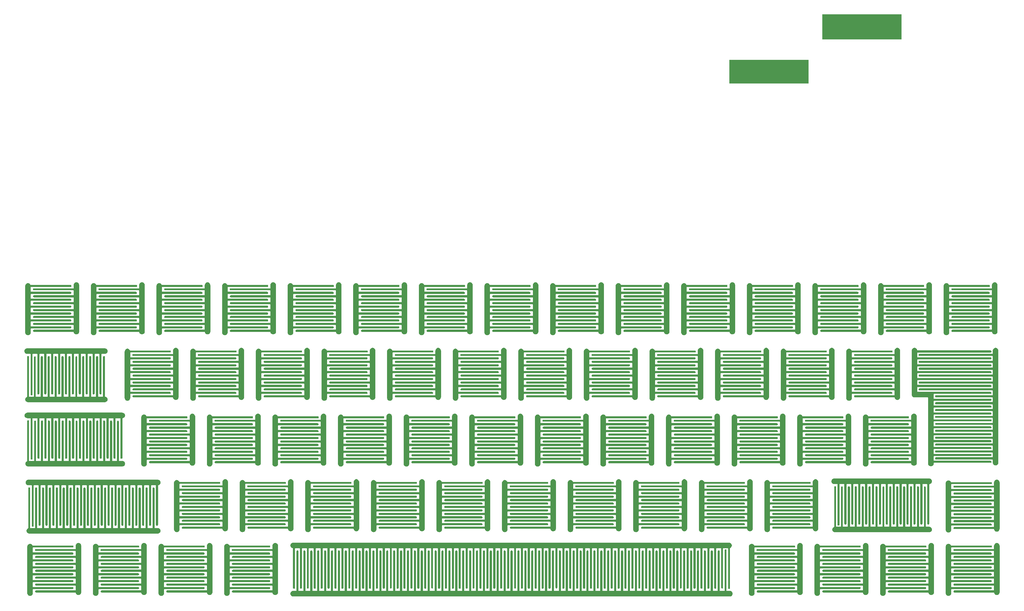
<source format=gts>
G04 #@! TF.GenerationSoftware,KiCad,Pcbnew,8.0.4-8.0.4-0~ubuntu22.04.1*
G04 #@! TF.CreationDate,2024-08-25T13:27:25+01:00*
G04 #@! TF.ProjectId,membrane1,6d656d62-7261-46e6-9531-2e6b69636164,V1.1*
G04 #@! TF.SameCoordinates,Original*
G04 #@! TF.FileFunction,Soldermask,Top*
G04 #@! TF.FilePolarity,Negative*
%FSLAX46Y46*%
G04 Gerber Fmt 4.6, Leading zero omitted, Abs format (unit mm)*
G04 Created by KiCad (PCBNEW 8.0.4-8.0.4-0~ubuntu22.04.1) date 2024-08-25 13:27:25*
%MOMM*%
%LPD*%
G01*
G04 APERTURE LIST*
G04 APERTURE END LIST*
G36*
X274272299Y-180203236D02*
G01*
X274274285Y-180203726D01*
X274274991Y-180204351D01*
X274289598Y-180210402D01*
X274306000Y-180250000D01*
X274306000Y-180254569D01*
X274306000Y-192120777D01*
X274379223Y-192194000D01*
X275298480Y-192194000D01*
X275300000Y-192194000D01*
X275302747Y-192194067D01*
X275304264Y-192194141D01*
X275304283Y-192194142D01*
X275371655Y-192197451D01*
X275371665Y-192197452D01*
X275376260Y-192197678D01*
X275384438Y-192198687D01*
X275388949Y-192199584D01*
X275388954Y-192199585D01*
X275496226Y-192220923D01*
X275528639Y-192227371D01*
X275539144Y-192230558D01*
X275544812Y-192232905D01*
X275544816Y-192232907D01*
X275669303Y-192284471D01*
X275669305Y-192284472D01*
X275674978Y-192286822D01*
X275684660Y-192291997D01*
X275806907Y-192373680D01*
X275815393Y-192380644D01*
X275919356Y-192484607D01*
X275926320Y-192493093D01*
X276008003Y-192615340D01*
X276013178Y-192625022D01*
X276069442Y-192760856D01*
X276072629Y-192771361D01*
X276101313Y-192915562D01*
X276102389Y-192926487D01*
X276102389Y-193073513D01*
X276101313Y-193084438D01*
X276072629Y-193228639D01*
X276069442Y-193239144D01*
X276013178Y-193374978D01*
X276008003Y-193384660D01*
X275926320Y-193506907D01*
X275919356Y-193515393D01*
X275815393Y-193619356D01*
X275806907Y-193626320D01*
X275684660Y-193708003D01*
X275674978Y-193713178D01*
X275539144Y-193769442D01*
X275528639Y-193772629D01*
X275384438Y-193801313D01*
X275376260Y-193802322D01*
X275302747Y-193805933D01*
X275300000Y-193806000D01*
X275298480Y-193806000D01*
X148801520Y-193806000D01*
X148800000Y-193806000D01*
X148797253Y-193805933D01*
X148723740Y-193802322D01*
X148715562Y-193801313D01*
X148571361Y-193772629D01*
X148560856Y-193769442D01*
X148425022Y-193713178D01*
X148415340Y-193708003D01*
X148293093Y-193626320D01*
X148284607Y-193619356D01*
X148180644Y-193515393D01*
X148173680Y-193506907D01*
X148091997Y-193384660D01*
X148086822Y-193374978D01*
X148084471Y-193369303D01*
X148032907Y-193244816D01*
X148032905Y-193244812D01*
X148030558Y-193239144D01*
X148027371Y-193228639D01*
X148024080Y-193212098D01*
X147999884Y-193090460D01*
X147999883Y-193090451D01*
X147998687Y-193084438D01*
X147997611Y-193073513D01*
X147997611Y-192926487D01*
X147998687Y-192915562D01*
X147999882Y-192909549D01*
X147999884Y-192909539D01*
X148026173Y-192777383D01*
X148026173Y-192777381D01*
X148027371Y-192771361D01*
X148030558Y-192760856D01*
X148032904Y-192755190D01*
X148032907Y-192755183D01*
X148084471Y-192630696D01*
X148084474Y-192630689D01*
X148086822Y-192625022D01*
X148091997Y-192615340D01*
X148095405Y-192610239D01*
X148095408Y-192610234D01*
X148170269Y-192498197D01*
X148170272Y-192498193D01*
X148173680Y-192493093D01*
X148180644Y-192484607D01*
X148184979Y-192480271D01*
X148184984Y-192480266D01*
X148280266Y-192384984D01*
X148280271Y-192384979D01*
X148284607Y-192380644D01*
X148293093Y-192373680D01*
X148298193Y-192370272D01*
X148298197Y-192370269D01*
X148410234Y-192295408D01*
X148410239Y-192295405D01*
X148415340Y-192291997D01*
X148425022Y-192286822D01*
X148430689Y-192284474D01*
X148430696Y-192284471D01*
X148555183Y-192232907D01*
X148555190Y-192232904D01*
X148560856Y-192230558D01*
X148571361Y-192227371D01*
X148577381Y-192226173D01*
X148577383Y-192226173D01*
X148711045Y-192199585D01*
X148711051Y-192199584D01*
X148715562Y-192198687D01*
X148723740Y-192197678D01*
X148728332Y-192197452D01*
X148728344Y-192197451D01*
X148795716Y-192194142D01*
X148795736Y-192194141D01*
X148797253Y-192194067D01*
X148800000Y-192194000D01*
X149670777Y-192194000D01*
X149744000Y-192120777D01*
X149744000Y-180753063D01*
X149744000Y-180750000D01*
X149744270Y-180744511D01*
X149749074Y-180695738D01*
X149753067Y-180679797D01*
X149756595Y-180671279D01*
X149756596Y-180671276D01*
X149785684Y-180601050D01*
X149785686Y-180601045D01*
X149790396Y-180589677D01*
X149802535Y-180571509D01*
X149811236Y-180562807D01*
X149811239Y-180562804D01*
X149862804Y-180511239D01*
X149862807Y-180511236D01*
X149871509Y-180502535D01*
X149889677Y-180490396D01*
X149901045Y-180485686D01*
X149901050Y-180485684D01*
X149968423Y-180457778D01*
X149968424Y-180457777D01*
X149979797Y-180453067D01*
X150001227Y-180448804D01*
X150098773Y-180448804D01*
X150120203Y-180453067D01*
X150131576Y-180457778D01*
X150198949Y-180485684D01*
X150198951Y-180485685D01*
X150210323Y-180490396D01*
X150228491Y-180502535D01*
X150297465Y-180571509D01*
X150309604Y-180589677D01*
X150346933Y-180679797D01*
X150350926Y-180695738D01*
X150355730Y-180744511D01*
X150356000Y-180750000D01*
X150356000Y-180753063D01*
X150356000Y-192120777D01*
X150429223Y-192194000D01*
X151670777Y-192194000D01*
X151744000Y-192120777D01*
X151744000Y-180753063D01*
X151744000Y-180750000D01*
X151744270Y-180744511D01*
X151749074Y-180695738D01*
X151753067Y-180679797D01*
X151756595Y-180671279D01*
X151756596Y-180671276D01*
X151785684Y-180601050D01*
X151785686Y-180601045D01*
X151790396Y-180589677D01*
X151802535Y-180571509D01*
X151811236Y-180562807D01*
X151811239Y-180562804D01*
X151862804Y-180511239D01*
X151862807Y-180511236D01*
X151871509Y-180502535D01*
X151889677Y-180490396D01*
X151901045Y-180485686D01*
X151901050Y-180485684D01*
X151968423Y-180457778D01*
X151968424Y-180457777D01*
X151979797Y-180453067D01*
X152001227Y-180448804D01*
X152098773Y-180448804D01*
X152120203Y-180453067D01*
X152131576Y-180457778D01*
X152198949Y-180485684D01*
X152198951Y-180485685D01*
X152210323Y-180490396D01*
X152228491Y-180502535D01*
X152297465Y-180571509D01*
X152309604Y-180589677D01*
X152346933Y-180679797D01*
X152350926Y-180695738D01*
X152355730Y-180744511D01*
X152356000Y-180750000D01*
X152356000Y-180753063D01*
X152356000Y-192120777D01*
X152429223Y-192194000D01*
X153670777Y-192194000D01*
X153744000Y-192120777D01*
X153744000Y-180753063D01*
X153744000Y-180750000D01*
X153744270Y-180744511D01*
X153749074Y-180695738D01*
X153753067Y-180679797D01*
X153756595Y-180671279D01*
X153756596Y-180671276D01*
X153785684Y-180601050D01*
X153785686Y-180601045D01*
X153790396Y-180589677D01*
X153802535Y-180571509D01*
X153811236Y-180562807D01*
X153811239Y-180562804D01*
X153862804Y-180511239D01*
X153862807Y-180511236D01*
X153871509Y-180502535D01*
X153889677Y-180490396D01*
X153901045Y-180485686D01*
X153901050Y-180485684D01*
X153968423Y-180457778D01*
X153968424Y-180457777D01*
X153979797Y-180453067D01*
X154001227Y-180448804D01*
X154098773Y-180448804D01*
X154120203Y-180453067D01*
X154131576Y-180457778D01*
X154198949Y-180485684D01*
X154198951Y-180485685D01*
X154210323Y-180490396D01*
X154228491Y-180502535D01*
X154297465Y-180571509D01*
X154309604Y-180589677D01*
X154346933Y-180679797D01*
X154350926Y-180695738D01*
X154355730Y-180744511D01*
X154356000Y-180750000D01*
X154356000Y-180753063D01*
X154356000Y-192120777D01*
X154429223Y-192194000D01*
X155670777Y-192194000D01*
X155744000Y-192120777D01*
X155744000Y-180753063D01*
X155744000Y-180750000D01*
X155744270Y-180744511D01*
X155749074Y-180695738D01*
X155753067Y-180679797D01*
X155756595Y-180671279D01*
X155756596Y-180671276D01*
X155785684Y-180601050D01*
X155785686Y-180601045D01*
X155790396Y-180589677D01*
X155802535Y-180571509D01*
X155811236Y-180562807D01*
X155811239Y-180562804D01*
X155862804Y-180511239D01*
X155862807Y-180511236D01*
X155871509Y-180502535D01*
X155889677Y-180490396D01*
X155901045Y-180485686D01*
X155901050Y-180485684D01*
X155968423Y-180457778D01*
X155968424Y-180457777D01*
X155979797Y-180453067D01*
X156001227Y-180448804D01*
X156098773Y-180448804D01*
X156120203Y-180453067D01*
X156131576Y-180457778D01*
X156198949Y-180485684D01*
X156198951Y-180485685D01*
X156210323Y-180490396D01*
X156228491Y-180502535D01*
X156297465Y-180571509D01*
X156309604Y-180589677D01*
X156346933Y-180679797D01*
X156350926Y-180695738D01*
X156355730Y-180744511D01*
X156356000Y-180750000D01*
X156356000Y-180753063D01*
X156356000Y-192120777D01*
X156429223Y-192194000D01*
X157670777Y-192194000D01*
X157744000Y-192120777D01*
X157744000Y-180753063D01*
X157744000Y-180750000D01*
X157744270Y-180744511D01*
X157749074Y-180695738D01*
X157753067Y-180679797D01*
X157756595Y-180671279D01*
X157756596Y-180671276D01*
X157785684Y-180601050D01*
X157785686Y-180601045D01*
X157790396Y-180589677D01*
X157802535Y-180571509D01*
X157811236Y-180562807D01*
X157811239Y-180562804D01*
X157862804Y-180511239D01*
X157862807Y-180511236D01*
X157871509Y-180502535D01*
X157889677Y-180490396D01*
X157901045Y-180485686D01*
X157901050Y-180485684D01*
X157968423Y-180457778D01*
X157968424Y-180457777D01*
X157979797Y-180453067D01*
X158001227Y-180448804D01*
X158098773Y-180448804D01*
X158120203Y-180453067D01*
X158131576Y-180457778D01*
X158198949Y-180485684D01*
X158198951Y-180485685D01*
X158210323Y-180490396D01*
X158228491Y-180502535D01*
X158297465Y-180571509D01*
X158309604Y-180589677D01*
X158346933Y-180679797D01*
X158350926Y-180695738D01*
X158355730Y-180744511D01*
X158356000Y-180750000D01*
X158356000Y-180753063D01*
X158356000Y-192120777D01*
X158429223Y-192194000D01*
X159670777Y-192194000D01*
X159744000Y-192120777D01*
X159744000Y-180753063D01*
X159744000Y-180750000D01*
X159744270Y-180744511D01*
X159749074Y-180695738D01*
X159753067Y-180679797D01*
X159756595Y-180671279D01*
X159756596Y-180671276D01*
X159785684Y-180601050D01*
X159785686Y-180601045D01*
X159790396Y-180589677D01*
X159802535Y-180571509D01*
X159811236Y-180562807D01*
X159811239Y-180562804D01*
X159862804Y-180511239D01*
X159862807Y-180511236D01*
X159871509Y-180502535D01*
X159889677Y-180490396D01*
X159901045Y-180485686D01*
X159901050Y-180485684D01*
X159968423Y-180457778D01*
X159968424Y-180457777D01*
X159979797Y-180453067D01*
X160001227Y-180448804D01*
X160098773Y-180448804D01*
X160120203Y-180453067D01*
X160131576Y-180457778D01*
X160198949Y-180485684D01*
X160198951Y-180485685D01*
X160210323Y-180490396D01*
X160228491Y-180502535D01*
X160297465Y-180571509D01*
X160309604Y-180589677D01*
X160346933Y-180679797D01*
X160350926Y-180695738D01*
X160355730Y-180744511D01*
X160356000Y-180750000D01*
X160356000Y-180753063D01*
X160356000Y-192120777D01*
X160429223Y-192194000D01*
X161670777Y-192194000D01*
X161744000Y-192120777D01*
X161744000Y-180753063D01*
X161744000Y-180750000D01*
X161744270Y-180744511D01*
X161749074Y-180695738D01*
X161753067Y-180679797D01*
X161756595Y-180671279D01*
X161756596Y-180671276D01*
X161785684Y-180601050D01*
X161785686Y-180601045D01*
X161790396Y-180589677D01*
X161802535Y-180571509D01*
X161811236Y-180562807D01*
X161811239Y-180562804D01*
X161862804Y-180511239D01*
X161862807Y-180511236D01*
X161871509Y-180502535D01*
X161889677Y-180490396D01*
X161901045Y-180485686D01*
X161901050Y-180485684D01*
X161968423Y-180457778D01*
X161968424Y-180457777D01*
X161979797Y-180453067D01*
X162001227Y-180448804D01*
X162098773Y-180448804D01*
X162120203Y-180453067D01*
X162131576Y-180457778D01*
X162198949Y-180485684D01*
X162198951Y-180485685D01*
X162210323Y-180490396D01*
X162228491Y-180502535D01*
X162297465Y-180571509D01*
X162309604Y-180589677D01*
X162346933Y-180679797D01*
X162350926Y-180695738D01*
X162355730Y-180744511D01*
X162356000Y-180750000D01*
X162356000Y-180753063D01*
X162356000Y-192120777D01*
X162429223Y-192194000D01*
X163670777Y-192194000D01*
X163744000Y-192120777D01*
X163744000Y-180753063D01*
X163744000Y-180750000D01*
X163744270Y-180744511D01*
X163749074Y-180695738D01*
X163753067Y-180679797D01*
X163756595Y-180671279D01*
X163756596Y-180671276D01*
X163785684Y-180601050D01*
X163785686Y-180601045D01*
X163790396Y-180589677D01*
X163802535Y-180571509D01*
X163811236Y-180562807D01*
X163811239Y-180562804D01*
X163862804Y-180511239D01*
X163862807Y-180511236D01*
X163871509Y-180502535D01*
X163889677Y-180490396D01*
X163901045Y-180485686D01*
X163901050Y-180485684D01*
X163968423Y-180457778D01*
X163968424Y-180457777D01*
X163979797Y-180453067D01*
X164001227Y-180448804D01*
X164098773Y-180448804D01*
X164120203Y-180453067D01*
X164131576Y-180457778D01*
X164198949Y-180485684D01*
X164198951Y-180485685D01*
X164210323Y-180490396D01*
X164228491Y-180502535D01*
X164297465Y-180571509D01*
X164309604Y-180589677D01*
X164346933Y-180679797D01*
X164350926Y-180695738D01*
X164355730Y-180744511D01*
X164356000Y-180750000D01*
X164356000Y-180753063D01*
X164356000Y-192120777D01*
X164429223Y-192194000D01*
X165670777Y-192194000D01*
X165744000Y-192120777D01*
X165744000Y-180753063D01*
X165744000Y-180750000D01*
X165744270Y-180744511D01*
X165749074Y-180695738D01*
X165753067Y-180679797D01*
X165756595Y-180671279D01*
X165756596Y-180671276D01*
X165785684Y-180601050D01*
X165785686Y-180601045D01*
X165790396Y-180589677D01*
X165802535Y-180571509D01*
X165811236Y-180562807D01*
X165811239Y-180562804D01*
X165862804Y-180511239D01*
X165862807Y-180511236D01*
X165871509Y-180502535D01*
X165889677Y-180490396D01*
X165901045Y-180485686D01*
X165901050Y-180485684D01*
X165968423Y-180457778D01*
X165968424Y-180457777D01*
X165979797Y-180453067D01*
X166001227Y-180448804D01*
X166098773Y-180448804D01*
X166120203Y-180453067D01*
X166131576Y-180457778D01*
X166198949Y-180485684D01*
X166198951Y-180485685D01*
X166210323Y-180490396D01*
X166228491Y-180502535D01*
X166297465Y-180571509D01*
X166309604Y-180589677D01*
X166346933Y-180679797D01*
X166350926Y-180695738D01*
X166355730Y-180744511D01*
X166356000Y-180750000D01*
X166356000Y-180753063D01*
X166356000Y-192120777D01*
X166429223Y-192194000D01*
X167670777Y-192194000D01*
X167744000Y-192120777D01*
X167744000Y-180753063D01*
X167744000Y-180750000D01*
X167744270Y-180744511D01*
X167749074Y-180695738D01*
X167753067Y-180679797D01*
X167756595Y-180671279D01*
X167756596Y-180671276D01*
X167785684Y-180601050D01*
X167785686Y-180601045D01*
X167790396Y-180589677D01*
X167802535Y-180571509D01*
X167811236Y-180562807D01*
X167811239Y-180562804D01*
X167862804Y-180511239D01*
X167862807Y-180511236D01*
X167871509Y-180502535D01*
X167889677Y-180490396D01*
X167901045Y-180485686D01*
X167901050Y-180485684D01*
X167968423Y-180457778D01*
X167968424Y-180457777D01*
X167979797Y-180453067D01*
X168001227Y-180448804D01*
X168098773Y-180448804D01*
X168120203Y-180453067D01*
X168131576Y-180457778D01*
X168198949Y-180485684D01*
X168198951Y-180485685D01*
X168210323Y-180490396D01*
X168228491Y-180502535D01*
X168297465Y-180571509D01*
X168309604Y-180589677D01*
X168346933Y-180679797D01*
X168350926Y-180695738D01*
X168355730Y-180744511D01*
X168356000Y-180750000D01*
X168356000Y-180753063D01*
X168356000Y-192120777D01*
X168429223Y-192194000D01*
X169670777Y-192194000D01*
X169744000Y-192120777D01*
X169744000Y-180753063D01*
X169744000Y-180750000D01*
X169744270Y-180744511D01*
X169749074Y-180695738D01*
X169753067Y-180679797D01*
X169756595Y-180671279D01*
X169756596Y-180671276D01*
X169785684Y-180601050D01*
X169785686Y-180601045D01*
X169790396Y-180589677D01*
X169802535Y-180571509D01*
X169811236Y-180562807D01*
X169811239Y-180562804D01*
X169862804Y-180511239D01*
X169862807Y-180511236D01*
X169871509Y-180502535D01*
X169889677Y-180490396D01*
X169901045Y-180485686D01*
X169901050Y-180485684D01*
X169968423Y-180457778D01*
X169968424Y-180457777D01*
X169979797Y-180453067D01*
X170001227Y-180448804D01*
X170098773Y-180448804D01*
X170120203Y-180453067D01*
X170131576Y-180457778D01*
X170198949Y-180485684D01*
X170198951Y-180485685D01*
X170210323Y-180490396D01*
X170228491Y-180502535D01*
X170297465Y-180571509D01*
X170309604Y-180589677D01*
X170346933Y-180679797D01*
X170350926Y-180695738D01*
X170355730Y-180744511D01*
X170356000Y-180750000D01*
X170356000Y-180753063D01*
X170356000Y-192120777D01*
X170429223Y-192194000D01*
X171670777Y-192194000D01*
X171744000Y-192120777D01*
X171744000Y-180753063D01*
X171744000Y-180750000D01*
X171744270Y-180744511D01*
X171749074Y-180695738D01*
X171753067Y-180679797D01*
X171756595Y-180671279D01*
X171756596Y-180671276D01*
X171785684Y-180601050D01*
X171785686Y-180601045D01*
X171790396Y-180589677D01*
X171802535Y-180571509D01*
X171811236Y-180562807D01*
X171811239Y-180562804D01*
X171862804Y-180511239D01*
X171862807Y-180511236D01*
X171871509Y-180502535D01*
X171889677Y-180490396D01*
X171901045Y-180485686D01*
X171901050Y-180485684D01*
X171968423Y-180457778D01*
X171968424Y-180457777D01*
X171979797Y-180453067D01*
X172001227Y-180448804D01*
X172098773Y-180448804D01*
X172120203Y-180453067D01*
X172131576Y-180457778D01*
X172198949Y-180485684D01*
X172198951Y-180485685D01*
X172210323Y-180490396D01*
X172228491Y-180502535D01*
X172297465Y-180571509D01*
X172309604Y-180589677D01*
X172346933Y-180679797D01*
X172350926Y-180695738D01*
X172355730Y-180744511D01*
X172356000Y-180750000D01*
X172356000Y-180753063D01*
X172356000Y-192120777D01*
X172429223Y-192194000D01*
X173670777Y-192194000D01*
X173744000Y-192120777D01*
X173744000Y-180753063D01*
X173744000Y-180750000D01*
X173744270Y-180744511D01*
X173749074Y-180695738D01*
X173753067Y-180679797D01*
X173756595Y-180671279D01*
X173756596Y-180671276D01*
X173785684Y-180601050D01*
X173785686Y-180601045D01*
X173790396Y-180589677D01*
X173802535Y-180571509D01*
X173811236Y-180562807D01*
X173811239Y-180562804D01*
X173862804Y-180511239D01*
X173862807Y-180511236D01*
X173871509Y-180502535D01*
X173889677Y-180490396D01*
X173901045Y-180485686D01*
X173901050Y-180485684D01*
X173968423Y-180457778D01*
X173968424Y-180457777D01*
X173979797Y-180453067D01*
X174001227Y-180448804D01*
X174098773Y-180448804D01*
X174120203Y-180453067D01*
X174131576Y-180457778D01*
X174198949Y-180485684D01*
X174198951Y-180485685D01*
X174210323Y-180490396D01*
X174228491Y-180502535D01*
X174297465Y-180571509D01*
X174309604Y-180589677D01*
X174346933Y-180679797D01*
X174350926Y-180695738D01*
X174355730Y-180744511D01*
X174356000Y-180750000D01*
X174356000Y-180753063D01*
X174356000Y-192120777D01*
X174429223Y-192194000D01*
X175670777Y-192194000D01*
X175744000Y-192120777D01*
X175744000Y-180753063D01*
X175744000Y-180750000D01*
X175744270Y-180744511D01*
X175749074Y-180695738D01*
X175753067Y-180679797D01*
X175756595Y-180671279D01*
X175756596Y-180671276D01*
X175785684Y-180601050D01*
X175785686Y-180601045D01*
X175790396Y-180589677D01*
X175802535Y-180571509D01*
X175811236Y-180562807D01*
X175811239Y-180562804D01*
X175862804Y-180511239D01*
X175862807Y-180511236D01*
X175871509Y-180502535D01*
X175889677Y-180490396D01*
X175901045Y-180485686D01*
X175901050Y-180485684D01*
X175968423Y-180457778D01*
X175968424Y-180457777D01*
X175979797Y-180453067D01*
X176001227Y-180448804D01*
X176098773Y-180448804D01*
X176120203Y-180453067D01*
X176131576Y-180457778D01*
X176198949Y-180485684D01*
X176198951Y-180485685D01*
X176210323Y-180490396D01*
X176228491Y-180502535D01*
X176297465Y-180571509D01*
X176309604Y-180589677D01*
X176346933Y-180679797D01*
X176350926Y-180695738D01*
X176355730Y-180744511D01*
X176356000Y-180750000D01*
X176356000Y-180753063D01*
X176356000Y-192120777D01*
X176429223Y-192194000D01*
X177670777Y-192194000D01*
X177744000Y-192120777D01*
X177744000Y-180753063D01*
X177744000Y-180750000D01*
X177744270Y-180744511D01*
X177749074Y-180695738D01*
X177753067Y-180679797D01*
X177756595Y-180671279D01*
X177756596Y-180671276D01*
X177785684Y-180601050D01*
X177785686Y-180601045D01*
X177790396Y-180589677D01*
X177802535Y-180571509D01*
X177811236Y-180562807D01*
X177811239Y-180562804D01*
X177862804Y-180511239D01*
X177862807Y-180511236D01*
X177871509Y-180502535D01*
X177889677Y-180490396D01*
X177901045Y-180485686D01*
X177901050Y-180485684D01*
X177968423Y-180457778D01*
X177968424Y-180457777D01*
X177979797Y-180453067D01*
X178001227Y-180448804D01*
X178098773Y-180448804D01*
X178120203Y-180453067D01*
X178131576Y-180457778D01*
X178198949Y-180485684D01*
X178198951Y-180485685D01*
X178210323Y-180490396D01*
X178228491Y-180502535D01*
X178297465Y-180571509D01*
X178309604Y-180589677D01*
X178346933Y-180679797D01*
X178350926Y-180695738D01*
X178355730Y-180744511D01*
X178356000Y-180750000D01*
X178356000Y-180753063D01*
X178356000Y-192120777D01*
X178429223Y-192194000D01*
X179670777Y-192194000D01*
X179744000Y-192120777D01*
X179744000Y-180753063D01*
X179744000Y-180750000D01*
X179744270Y-180744511D01*
X179749074Y-180695738D01*
X179753067Y-180679797D01*
X179756595Y-180671279D01*
X179756596Y-180671276D01*
X179785684Y-180601050D01*
X179785686Y-180601045D01*
X179790396Y-180589677D01*
X179802535Y-180571509D01*
X179811236Y-180562807D01*
X179811239Y-180562804D01*
X179862804Y-180511239D01*
X179862807Y-180511236D01*
X179871509Y-180502535D01*
X179889677Y-180490396D01*
X179901045Y-180485686D01*
X179901050Y-180485684D01*
X179968423Y-180457778D01*
X179968424Y-180457777D01*
X179979797Y-180453067D01*
X180001227Y-180448804D01*
X180098773Y-180448804D01*
X180120203Y-180453067D01*
X180131576Y-180457778D01*
X180198949Y-180485684D01*
X180198951Y-180485685D01*
X180210323Y-180490396D01*
X180228491Y-180502535D01*
X180297465Y-180571509D01*
X180309604Y-180589677D01*
X180346933Y-180679797D01*
X180350926Y-180695738D01*
X180355730Y-180744511D01*
X180356000Y-180750000D01*
X180356000Y-180753063D01*
X180356000Y-192120777D01*
X180429223Y-192194000D01*
X181670777Y-192194000D01*
X181744000Y-192120777D01*
X181744000Y-180753063D01*
X181744000Y-180750000D01*
X181744270Y-180744511D01*
X181749074Y-180695738D01*
X181753067Y-180679797D01*
X181756595Y-180671279D01*
X181756596Y-180671276D01*
X181785684Y-180601050D01*
X181785686Y-180601045D01*
X181790396Y-180589677D01*
X181802535Y-180571509D01*
X181811236Y-180562807D01*
X181811239Y-180562804D01*
X181862804Y-180511239D01*
X181862807Y-180511236D01*
X181871509Y-180502535D01*
X181889677Y-180490396D01*
X181901045Y-180485686D01*
X181901050Y-180485684D01*
X181968423Y-180457778D01*
X181968424Y-180457777D01*
X181979797Y-180453067D01*
X182001227Y-180448804D01*
X182098773Y-180448804D01*
X182120203Y-180453067D01*
X182131576Y-180457778D01*
X182198949Y-180485684D01*
X182198951Y-180485685D01*
X182210323Y-180490396D01*
X182228491Y-180502535D01*
X182297465Y-180571509D01*
X182309604Y-180589677D01*
X182346933Y-180679797D01*
X182350926Y-180695738D01*
X182355730Y-180744511D01*
X182356000Y-180750000D01*
X182356000Y-180753063D01*
X182356000Y-192120777D01*
X182429223Y-192194000D01*
X183670777Y-192194000D01*
X183744000Y-192120777D01*
X183744000Y-180753063D01*
X183744000Y-180750000D01*
X183744270Y-180744511D01*
X183749074Y-180695738D01*
X183753067Y-180679797D01*
X183756595Y-180671279D01*
X183756596Y-180671276D01*
X183785684Y-180601050D01*
X183785686Y-180601045D01*
X183790396Y-180589677D01*
X183802535Y-180571509D01*
X183811236Y-180562807D01*
X183811239Y-180562804D01*
X183862804Y-180511239D01*
X183862807Y-180511236D01*
X183871509Y-180502535D01*
X183889677Y-180490396D01*
X183901045Y-180485686D01*
X183901050Y-180485684D01*
X183968423Y-180457778D01*
X183968424Y-180457777D01*
X183979797Y-180453067D01*
X184001227Y-180448804D01*
X184098773Y-180448804D01*
X184120203Y-180453067D01*
X184131576Y-180457778D01*
X184198949Y-180485684D01*
X184198951Y-180485685D01*
X184210323Y-180490396D01*
X184228491Y-180502535D01*
X184297465Y-180571509D01*
X184309604Y-180589677D01*
X184346933Y-180679797D01*
X184350926Y-180695738D01*
X184355730Y-180744511D01*
X184356000Y-180750000D01*
X184356000Y-180753063D01*
X184356000Y-192120777D01*
X184429223Y-192194000D01*
X185670777Y-192194000D01*
X185744000Y-192120777D01*
X185744000Y-180753063D01*
X185744000Y-180750000D01*
X185744270Y-180744511D01*
X185749074Y-180695738D01*
X185753067Y-180679797D01*
X185756595Y-180671279D01*
X185756596Y-180671276D01*
X185785684Y-180601050D01*
X185785686Y-180601045D01*
X185790396Y-180589677D01*
X185802535Y-180571509D01*
X185811236Y-180562807D01*
X185811239Y-180562804D01*
X185862804Y-180511239D01*
X185862807Y-180511236D01*
X185871509Y-180502535D01*
X185889677Y-180490396D01*
X185901045Y-180485686D01*
X185901050Y-180485684D01*
X185968423Y-180457778D01*
X185968424Y-180457777D01*
X185979797Y-180453067D01*
X186001227Y-180448804D01*
X186098773Y-180448804D01*
X186120203Y-180453067D01*
X186131576Y-180457778D01*
X186198949Y-180485684D01*
X186198951Y-180485685D01*
X186210323Y-180490396D01*
X186228491Y-180502535D01*
X186297465Y-180571509D01*
X186309604Y-180589677D01*
X186346933Y-180679797D01*
X186350926Y-180695738D01*
X186355730Y-180744511D01*
X186356000Y-180750000D01*
X186356000Y-180753063D01*
X186356000Y-192120777D01*
X186429223Y-192194000D01*
X187670777Y-192194000D01*
X187744000Y-192120777D01*
X187744000Y-180753063D01*
X187744000Y-180750000D01*
X187744270Y-180744511D01*
X187749074Y-180695738D01*
X187753067Y-180679797D01*
X187756595Y-180671279D01*
X187756596Y-180671276D01*
X187785684Y-180601050D01*
X187785686Y-180601045D01*
X187790396Y-180589677D01*
X187802535Y-180571509D01*
X187811236Y-180562807D01*
X187811239Y-180562804D01*
X187862804Y-180511239D01*
X187862807Y-180511236D01*
X187871509Y-180502535D01*
X187889677Y-180490396D01*
X187901045Y-180485686D01*
X187901050Y-180485684D01*
X187968423Y-180457778D01*
X187968424Y-180457777D01*
X187979797Y-180453067D01*
X188001227Y-180448804D01*
X188098773Y-180448804D01*
X188120203Y-180453067D01*
X188131576Y-180457778D01*
X188198949Y-180485684D01*
X188198951Y-180485685D01*
X188210323Y-180490396D01*
X188228491Y-180502535D01*
X188297465Y-180571509D01*
X188309604Y-180589677D01*
X188346933Y-180679797D01*
X188350926Y-180695738D01*
X188355730Y-180744511D01*
X188356000Y-180750000D01*
X188356000Y-180753063D01*
X188356000Y-192120777D01*
X188429223Y-192194000D01*
X189670777Y-192194000D01*
X189744000Y-192120777D01*
X189744000Y-180753063D01*
X189744000Y-180750000D01*
X189744270Y-180744511D01*
X189749074Y-180695738D01*
X189753067Y-180679797D01*
X189756595Y-180671279D01*
X189756596Y-180671276D01*
X189785684Y-180601050D01*
X189785686Y-180601045D01*
X189790396Y-180589677D01*
X189802535Y-180571509D01*
X189811236Y-180562807D01*
X189811239Y-180562804D01*
X189862804Y-180511239D01*
X189862807Y-180511236D01*
X189871509Y-180502535D01*
X189889677Y-180490396D01*
X189901045Y-180485686D01*
X189901050Y-180485684D01*
X189968423Y-180457778D01*
X189968424Y-180457777D01*
X189979797Y-180453067D01*
X190001227Y-180448804D01*
X190098773Y-180448804D01*
X190120203Y-180453067D01*
X190131576Y-180457778D01*
X190198949Y-180485684D01*
X190198951Y-180485685D01*
X190210323Y-180490396D01*
X190228491Y-180502535D01*
X190297465Y-180571509D01*
X190309604Y-180589677D01*
X190346933Y-180679797D01*
X190350926Y-180695738D01*
X190355730Y-180744511D01*
X190356000Y-180750000D01*
X190356000Y-180753063D01*
X190356000Y-192120777D01*
X190429223Y-192194000D01*
X191670777Y-192194000D01*
X191744000Y-192120777D01*
X191744000Y-180753063D01*
X191744000Y-180750000D01*
X191744270Y-180744511D01*
X191749074Y-180695738D01*
X191753067Y-180679797D01*
X191756595Y-180671279D01*
X191756596Y-180671276D01*
X191785684Y-180601050D01*
X191785686Y-180601045D01*
X191790396Y-180589677D01*
X191802535Y-180571509D01*
X191811236Y-180562807D01*
X191811239Y-180562804D01*
X191862804Y-180511239D01*
X191862807Y-180511236D01*
X191871509Y-180502535D01*
X191889677Y-180490396D01*
X191901045Y-180485686D01*
X191901050Y-180485684D01*
X191968423Y-180457778D01*
X191968424Y-180457777D01*
X191979797Y-180453067D01*
X192001227Y-180448804D01*
X192098773Y-180448804D01*
X192120203Y-180453067D01*
X192131576Y-180457778D01*
X192198949Y-180485684D01*
X192198951Y-180485685D01*
X192210323Y-180490396D01*
X192228491Y-180502535D01*
X192297465Y-180571509D01*
X192309604Y-180589677D01*
X192346933Y-180679797D01*
X192350926Y-180695738D01*
X192355730Y-180744511D01*
X192356000Y-180750000D01*
X192356000Y-180753063D01*
X192356000Y-192120777D01*
X192429223Y-192194000D01*
X193670777Y-192194000D01*
X193744000Y-192120777D01*
X193744000Y-180753063D01*
X193744000Y-180750000D01*
X193744270Y-180744511D01*
X193749074Y-180695738D01*
X193753067Y-180679797D01*
X193756595Y-180671279D01*
X193756596Y-180671276D01*
X193785684Y-180601050D01*
X193785686Y-180601045D01*
X193790396Y-180589677D01*
X193802535Y-180571509D01*
X193811236Y-180562807D01*
X193811239Y-180562804D01*
X193862804Y-180511239D01*
X193862807Y-180511236D01*
X193871509Y-180502535D01*
X193889677Y-180490396D01*
X193901045Y-180485686D01*
X193901050Y-180485684D01*
X193968423Y-180457778D01*
X193968424Y-180457777D01*
X193979797Y-180453067D01*
X194001227Y-180448804D01*
X194098773Y-180448804D01*
X194120203Y-180453067D01*
X194131576Y-180457778D01*
X194198949Y-180485684D01*
X194198951Y-180485685D01*
X194210323Y-180490396D01*
X194228491Y-180502535D01*
X194297465Y-180571509D01*
X194309604Y-180589677D01*
X194346933Y-180679797D01*
X194350926Y-180695738D01*
X194355730Y-180744511D01*
X194356000Y-180750000D01*
X194356000Y-180753063D01*
X194356000Y-192120777D01*
X194429223Y-192194000D01*
X195670777Y-192194000D01*
X195744000Y-192120777D01*
X195744000Y-180753063D01*
X195744000Y-180750000D01*
X195744270Y-180744511D01*
X195749074Y-180695738D01*
X195753067Y-180679797D01*
X195756595Y-180671279D01*
X195756596Y-180671276D01*
X195785684Y-180601050D01*
X195785686Y-180601045D01*
X195790396Y-180589677D01*
X195802535Y-180571509D01*
X195811236Y-180562807D01*
X195811239Y-180562804D01*
X195862804Y-180511239D01*
X195862807Y-180511236D01*
X195871509Y-180502535D01*
X195889677Y-180490396D01*
X195901045Y-180485686D01*
X195901050Y-180485684D01*
X195968423Y-180457778D01*
X195968424Y-180457777D01*
X195979797Y-180453067D01*
X196001227Y-180448804D01*
X196098773Y-180448804D01*
X196120203Y-180453067D01*
X196131576Y-180457778D01*
X196198949Y-180485684D01*
X196198951Y-180485685D01*
X196210323Y-180490396D01*
X196228491Y-180502535D01*
X196297465Y-180571509D01*
X196309604Y-180589677D01*
X196346933Y-180679797D01*
X196350926Y-180695738D01*
X196355730Y-180744511D01*
X196356000Y-180750000D01*
X196356000Y-180753063D01*
X196356000Y-192120777D01*
X196429223Y-192194000D01*
X197670777Y-192194000D01*
X197744000Y-192120777D01*
X197744000Y-180753063D01*
X197744000Y-180750000D01*
X197744270Y-180744511D01*
X197749074Y-180695738D01*
X197753067Y-180679797D01*
X197756595Y-180671279D01*
X197756596Y-180671276D01*
X197785684Y-180601050D01*
X197785686Y-180601045D01*
X197790396Y-180589677D01*
X197802535Y-180571509D01*
X197811236Y-180562807D01*
X197811239Y-180562804D01*
X197862804Y-180511239D01*
X197862807Y-180511236D01*
X197871509Y-180502535D01*
X197889677Y-180490396D01*
X197901045Y-180485686D01*
X197901050Y-180485684D01*
X197968423Y-180457778D01*
X197968424Y-180457777D01*
X197979797Y-180453067D01*
X198001227Y-180448804D01*
X198098773Y-180448804D01*
X198120203Y-180453067D01*
X198131576Y-180457778D01*
X198198949Y-180485684D01*
X198198951Y-180485685D01*
X198210323Y-180490396D01*
X198228491Y-180502535D01*
X198297465Y-180571509D01*
X198309604Y-180589677D01*
X198346933Y-180679797D01*
X198350926Y-180695738D01*
X198355730Y-180744511D01*
X198356000Y-180750000D01*
X198356000Y-180753063D01*
X198356000Y-192120777D01*
X198429223Y-192194000D01*
X199670777Y-192194000D01*
X199744000Y-192120777D01*
X199744000Y-180753063D01*
X199744000Y-180750000D01*
X199744270Y-180744511D01*
X199749074Y-180695738D01*
X199753067Y-180679797D01*
X199756595Y-180671279D01*
X199756596Y-180671276D01*
X199785684Y-180601050D01*
X199785686Y-180601045D01*
X199790396Y-180589677D01*
X199802535Y-180571509D01*
X199811236Y-180562807D01*
X199811239Y-180562804D01*
X199862804Y-180511239D01*
X199862807Y-180511236D01*
X199871509Y-180502535D01*
X199889677Y-180490396D01*
X199901045Y-180485686D01*
X199901050Y-180485684D01*
X199968423Y-180457778D01*
X199968424Y-180457777D01*
X199979797Y-180453067D01*
X200001227Y-180448804D01*
X200098773Y-180448804D01*
X200120203Y-180453067D01*
X200131576Y-180457778D01*
X200198949Y-180485684D01*
X200198951Y-180485685D01*
X200210323Y-180490396D01*
X200228491Y-180502535D01*
X200297465Y-180571509D01*
X200309604Y-180589677D01*
X200346933Y-180679797D01*
X200350926Y-180695738D01*
X200355730Y-180744511D01*
X200356000Y-180750000D01*
X200356000Y-180753063D01*
X200356000Y-192120777D01*
X200429223Y-192194000D01*
X201670777Y-192194000D01*
X201744000Y-192120777D01*
X201744000Y-180753063D01*
X201744000Y-180750000D01*
X201744270Y-180744511D01*
X201749074Y-180695738D01*
X201753067Y-180679797D01*
X201756595Y-180671279D01*
X201756596Y-180671276D01*
X201785684Y-180601050D01*
X201785686Y-180601045D01*
X201790396Y-180589677D01*
X201802535Y-180571509D01*
X201811236Y-180562807D01*
X201811239Y-180562804D01*
X201862804Y-180511239D01*
X201862807Y-180511236D01*
X201871509Y-180502535D01*
X201889677Y-180490396D01*
X201901045Y-180485686D01*
X201901050Y-180485684D01*
X201968423Y-180457778D01*
X201968424Y-180457777D01*
X201979797Y-180453067D01*
X202001227Y-180448804D01*
X202098773Y-180448804D01*
X202120203Y-180453067D01*
X202131576Y-180457778D01*
X202198949Y-180485684D01*
X202198951Y-180485685D01*
X202210323Y-180490396D01*
X202228491Y-180502535D01*
X202297465Y-180571509D01*
X202309604Y-180589677D01*
X202346933Y-180679797D01*
X202350926Y-180695738D01*
X202355730Y-180744511D01*
X202356000Y-180750000D01*
X202356000Y-180753063D01*
X202356000Y-192120777D01*
X202429223Y-192194000D01*
X203670777Y-192194000D01*
X203744000Y-192120777D01*
X203744000Y-180753063D01*
X203744000Y-180750000D01*
X203744270Y-180744511D01*
X203749074Y-180695738D01*
X203753067Y-180679797D01*
X203756595Y-180671279D01*
X203756596Y-180671276D01*
X203785684Y-180601050D01*
X203785686Y-180601045D01*
X203790396Y-180589677D01*
X203802535Y-180571509D01*
X203811236Y-180562807D01*
X203811239Y-180562804D01*
X203862804Y-180511239D01*
X203862807Y-180511236D01*
X203871509Y-180502535D01*
X203889677Y-180490396D01*
X203901045Y-180485686D01*
X203901050Y-180485684D01*
X203968423Y-180457778D01*
X203968424Y-180457777D01*
X203979797Y-180453067D01*
X204001227Y-180448804D01*
X204098773Y-180448804D01*
X204120203Y-180453067D01*
X204131576Y-180457778D01*
X204198949Y-180485684D01*
X204198951Y-180485685D01*
X204210323Y-180490396D01*
X204228491Y-180502535D01*
X204297465Y-180571509D01*
X204309604Y-180589677D01*
X204346933Y-180679797D01*
X204350926Y-180695738D01*
X204355730Y-180744511D01*
X204356000Y-180750000D01*
X204356000Y-180753063D01*
X204356000Y-192120777D01*
X204429223Y-192194000D01*
X205670777Y-192194000D01*
X205744000Y-192120777D01*
X205744000Y-180753063D01*
X205744000Y-180750000D01*
X205744270Y-180744511D01*
X205749074Y-180695738D01*
X205753067Y-180679797D01*
X205756595Y-180671279D01*
X205756596Y-180671276D01*
X205785684Y-180601050D01*
X205785686Y-180601045D01*
X205790396Y-180589677D01*
X205802535Y-180571509D01*
X205811236Y-180562807D01*
X205811239Y-180562804D01*
X205862804Y-180511239D01*
X205862807Y-180511236D01*
X205871509Y-180502535D01*
X205889677Y-180490396D01*
X205901045Y-180485686D01*
X205901050Y-180485684D01*
X205968423Y-180457778D01*
X205968424Y-180457777D01*
X205979797Y-180453067D01*
X206001227Y-180448804D01*
X206098773Y-180448804D01*
X206120203Y-180453067D01*
X206131576Y-180457778D01*
X206198949Y-180485684D01*
X206198951Y-180485685D01*
X206210323Y-180490396D01*
X206228491Y-180502535D01*
X206297465Y-180571509D01*
X206309604Y-180589677D01*
X206346933Y-180679797D01*
X206350926Y-180695738D01*
X206355730Y-180744511D01*
X206356000Y-180750000D01*
X206356000Y-180753063D01*
X206356000Y-192120777D01*
X206429223Y-192194000D01*
X207670777Y-192194000D01*
X207744000Y-192120777D01*
X207744000Y-180753063D01*
X207744000Y-180750000D01*
X207744270Y-180744511D01*
X207749074Y-180695738D01*
X207753067Y-180679797D01*
X207756595Y-180671279D01*
X207756596Y-180671276D01*
X207785684Y-180601050D01*
X207785686Y-180601045D01*
X207790396Y-180589677D01*
X207802535Y-180571509D01*
X207811236Y-180562807D01*
X207811239Y-180562804D01*
X207862804Y-180511239D01*
X207862807Y-180511236D01*
X207871509Y-180502535D01*
X207889677Y-180490396D01*
X207901045Y-180485686D01*
X207901050Y-180485684D01*
X207968423Y-180457778D01*
X207968424Y-180457777D01*
X207979797Y-180453067D01*
X208001227Y-180448804D01*
X208098773Y-180448804D01*
X208120203Y-180453067D01*
X208131576Y-180457778D01*
X208198949Y-180485684D01*
X208198951Y-180485685D01*
X208210323Y-180490396D01*
X208228491Y-180502535D01*
X208297465Y-180571509D01*
X208309604Y-180589677D01*
X208346933Y-180679797D01*
X208350926Y-180695738D01*
X208355730Y-180744511D01*
X208356000Y-180750000D01*
X208356000Y-180753063D01*
X208356000Y-192120777D01*
X208429223Y-192194000D01*
X209670777Y-192194000D01*
X209744000Y-192120777D01*
X209744000Y-180753063D01*
X209744000Y-180750000D01*
X209744270Y-180744511D01*
X209749074Y-180695738D01*
X209753067Y-180679797D01*
X209756595Y-180671279D01*
X209756596Y-180671276D01*
X209785684Y-180601050D01*
X209785686Y-180601045D01*
X209790396Y-180589677D01*
X209802535Y-180571509D01*
X209811236Y-180562807D01*
X209811239Y-180562804D01*
X209862804Y-180511239D01*
X209862807Y-180511236D01*
X209871509Y-180502535D01*
X209889677Y-180490396D01*
X209901045Y-180485686D01*
X209901050Y-180485684D01*
X209968423Y-180457778D01*
X209968424Y-180457777D01*
X209979797Y-180453067D01*
X210001227Y-180448804D01*
X210098773Y-180448804D01*
X210120203Y-180453067D01*
X210131576Y-180457778D01*
X210198949Y-180485684D01*
X210198951Y-180485685D01*
X210210323Y-180490396D01*
X210228491Y-180502535D01*
X210297465Y-180571509D01*
X210309604Y-180589677D01*
X210346933Y-180679797D01*
X210350926Y-180695738D01*
X210355730Y-180744511D01*
X210356000Y-180750000D01*
X210356000Y-180753063D01*
X210356000Y-192120777D01*
X210429223Y-192194000D01*
X211670777Y-192194000D01*
X211744000Y-192120777D01*
X211744000Y-180753063D01*
X211744000Y-180750000D01*
X211744270Y-180744511D01*
X211749074Y-180695738D01*
X211753067Y-180679797D01*
X211756595Y-180671279D01*
X211756596Y-180671276D01*
X211785684Y-180601050D01*
X211785686Y-180601045D01*
X211790396Y-180589677D01*
X211802535Y-180571509D01*
X211811236Y-180562807D01*
X211811239Y-180562804D01*
X211862804Y-180511239D01*
X211862807Y-180511236D01*
X211871509Y-180502535D01*
X211889677Y-180490396D01*
X211901045Y-180485686D01*
X211901050Y-180485684D01*
X211968423Y-180457778D01*
X211968424Y-180457777D01*
X211979797Y-180453067D01*
X212001227Y-180448804D01*
X212098773Y-180448804D01*
X212120203Y-180453067D01*
X212131576Y-180457778D01*
X212198949Y-180485684D01*
X212198951Y-180485685D01*
X212210323Y-180490396D01*
X212228491Y-180502535D01*
X212297465Y-180571509D01*
X212309604Y-180589677D01*
X212346933Y-180679797D01*
X212350926Y-180695738D01*
X212355730Y-180744511D01*
X212356000Y-180750000D01*
X212356000Y-180753063D01*
X212356000Y-192120777D01*
X212429223Y-192194000D01*
X213670777Y-192194000D01*
X213744000Y-192120777D01*
X213744000Y-180753063D01*
X213744000Y-180750000D01*
X213744270Y-180744511D01*
X213749074Y-180695738D01*
X213753067Y-180679797D01*
X213756595Y-180671279D01*
X213756596Y-180671276D01*
X213785684Y-180601050D01*
X213785686Y-180601045D01*
X213790396Y-180589677D01*
X213802535Y-180571509D01*
X213811236Y-180562807D01*
X213811239Y-180562804D01*
X213862804Y-180511239D01*
X213862807Y-180511236D01*
X213871509Y-180502535D01*
X213889677Y-180490396D01*
X213901045Y-180485686D01*
X213901050Y-180485684D01*
X213968423Y-180457778D01*
X213968424Y-180457777D01*
X213979797Y-180453067D01*
X214001227Y-180448804D01*
X214098773Y-180448804D01*
X214120203Y-180453067D01*
X214131576Y-180457778D01*
X214198949Y-180485684D01*
X214198951Y-180485685D01*
X214210323Y-180490396D01*
X214228491Y-180502535D01*
X214297465Y-180571509D01*
X214309604Y-180589677D01*
X214346933Y-180679797D01*
X214350926Y-180695738D01*
X214355730Y-180744511D01*
X214356000Y-180750000D01*
X214356000Y-180753063D01*
X214356000Y-192120777D01*
X214429223Y-192194000D01*
X215670777Y-192194000D01*
X215744000Y-192120777D01*
X215744000Y-180753063D01*
X215744000Y-180750000D01*
X215744270Y-180744511D01*
X215749074Y-180695738D01*
X215753067Y-180679797D01*
X215756595Y-180671279D01*
X215756596Y-180671276D01*
X215785684Y-180601050D01*
X215785686Y-180601045D01*
X215790396Y-180589677D01*
X215802535Y-180571509D01*
X215811236Y-180562807D01*
X215811239Y-180562804D01*
X215862804Y-180511239D01*
X215862807Y-180511236D01*
X215871509Y-180502535D01*
X215889677Y-180490396D01*
X215901045Y-180485686D01*
X215901050Y-180485684D01*
X215968423Y-180457778D01*
X215968424Y-180457777D01*
X215979797Y-180453067D01*
X216001227Y-180448804D01*
X216098773Y-180448804D01*
X216120203Y-180453067D01*
X216131576Y-180457778D01*
X216198949Y-180485684D01*
X216198951Y-180485685D01*
X216210323Y-180490396D01*
X216228491Y-180502535D01*
X216297465Y-180571509D01*
X216309604Y-180589677D01*
X216346933Y-180679797D01*
X216350926Y-180695738D01*
X216355730Y-180744511D01*
X216356000Y-180750000D01*
X216356000Y-180753063D01*
X216356000Y-192120777D01*
X216429223Y-192194000D01*
X217670777Y-192194000D01*
X217744000Y-192120777D01*
X217744000Y-180753063D01*
X217744000Y-180750000D01*
X217744270Y-180744511D01*
X217749074Y-180695738D01*
X217753067Y-180679797D01*
X217756595Y-180671279D01*
X217756596Y-180671276D01*
X217785684Y-180601050D01*
X217785686Y-180601045D01*
X217790396Y-180589677D01*
X217802535Y-180571509D01*
X217811236Y-180562807D01*
X217811239Y-180562804D01*
X217862804Y-180511239D01*
X217862807Y-180511236D01*
X217871509Y-180502535D01*
X217889677Y-180490396D01*
X217901045Y-180485686D01*
X217901050Y-180485684D01*
X217968423Y-180457778D01*
X217968424Y-180457777D01*
X217979797Y-180453067D01*
X218001227Y-180448804D01*
X218098773Y-180448804D01*
X218120203Y-180453067D01*
X218131576Y-180457778D01*
X218198949Y-180485684D01*
X218198951Y-180485685D01*
X218210323Y-180490396D01*
X218228491Y-180502535D01*
X218297465Y-180571509D01*
X218309604Y-180589677D01*
X218346933Y-180679797D01*
X218350926Y-180695738D01*
X218355730Y-180744511D01*
X218356000Y-180750000D01*
X218356000Y-180753063D01*
X218356000Y-192120777D01*
X218429223Y-192194000D01*
X219670777Y-192194000D01*
X219744000Y-192120777D01*
X219744000Y-180753063D01*
X219744000Y-180750000D01*
X219744270Y-180744511D01*
X219749074Y-180695738D01*
X219753067Y-180679797D01*
X219756595Y-180671279D01*
X219756596Y-180671276D01*
X219785684Y-180601050D01*
X219785686Y-180601045D01*
X219790396Y-180589677D01*
X219802535Y-180571509D01*
X219811236Y-180562807D01*
X219811239Y-180562804D01*
X219862804Y-180511239D01*
X219862807Y-180511236D01*
X219871509Y-180502535D01*
X219889677Y-180490396D01*
X219901045Y-180485686D01*
X219901050Y-180485684D01*
X219968423Y-180457778D01*
X219968424Y-180457777D01*
X219979797Y-180453067D01*
X220001227Y-180448804D01*
X220098773Y-180448804D01*
X220120203Y-180453067D01*
X220131576Y-180457778D01*
X220198949Y-180485684D01*
X220198951Y-180485685D01*
X220210323Y-180490396D01*
X220228491Y-180502535D01*
X220297465Y-180571509D01*
X220309604Y-180589677D01*
X220346933Y-180679797D01*
X220350926Y-180695738D01*
X220355730Y-180744511D01*
X220356000Y-180750000D01*
X220356000Y-180753063D01*
X220356000Y-192120777D01*
X220429223Y-192194000D01*
X221670777Y-192194000D01*
X221744000Y-192120777D01*
X221744000Y-180753063D01*
X221744000Y-180750000D01*
X221744270Y-180744511D01*
X221749074Y-180695738D01*
X221753067Y-180679797D01*
X221756595Y-180671279D01*
X221756596Y-180671276D01*
X221785684Y-180601050D01*
X221785686Y-180601045D01*
X221790396Y-180589677D01*
X221802535Y-180571509D01*
X221811236Y-180562807D01*
X221811239Y-180562804D01*
X221862804Y-180511239D01*
X221862807Y-180511236D01*
X221871509Y-180502535D01*
X221889677Y-180490396D01*
X221901045Y-180485686D01*
X221901050Y-180485684D01*
X221968423Y-180457778D01*
X221968424Y-180457777D01*
X221979797Y-180453067D01*
X222001227Y-180448804D01*
X222098773Y-180448804D01*
X222120203Y-180453067D01*
X222131576Y-180457778D01*
X222198949Y-180485684D01*
X222198951Y-180485685D01*
X222210323Y-180490396D01*
X222228491Y-180502535D01*
X222297465Y-180571509D01*
X222309604Y-180589677D01*
X222346933Y-180679797D01*
X222350926Y-180695738D01*
X222355730Y-180744511D01*
X222356000Y-180750000D01*
X222356000Y-180753063D01*
X222356000Y-192120777D01*
X222429223Y-192194000D01*
X223670777Y-192194000D01*
X223744000Y-192120777D01*
X223744000Y-180753063D01*
X223744000Y-180750000D01*
X223744270Y-180744511D01*
X223749074Y-180695738D01*
X223753067Y-180679797D01*
X223756595Y-180671279D01*
X223756596Y-180671276D01*
X223785684Y-180601050D01*
X223785686Y-180601045D01*
X223790396Y-180589677D01*
X223802535Y-180571509D01*
X223811236Y-180562807D01*
X223811239Y-180562804D01*
X223862804Y-180511239D01*
X223862807Y-180511236D01*
X223871509Y-180502535D01*
X223889677Y-180490396D01*
X223901045Y-180485686D01*
X223901050Y-180485684D01*
X223968423Y-180457778D01*
X223968424Y-180457777D01*
X223979797Y-180453067D01*
X224001227Y-180448804D01*
X224098773Y-180448804D01*
X224120203Y-180453067D01*
X224131576Y-180457778D01*
X224198949Y-180485684D01*
X224198951Y-180485685D01*
X224210323Y-180490396D01*
X224228491Y-180502535D01*
X224297465Y-180571509D01*
X224309604Y-180589677D01*
X224346933Y-180679797D01*
X224350926Y-180695738D01*
X224355730Y-180744511D01*
X224356000Y-180750000D01*
X224356000Y-180753063D01*
X224356000Y-192120777D01*
X224429223Y-192194000D01*
X225670777Y-192194000D01*
X225744000Y-192120777D01*
X225744000Y-180753063D01*
X225744000Y-180750000D01*
X225744270Y-180744511D01*
X225749074Y-180695738D01*
X225753067Y-180679797D01*
X225756595Y-180671279D01*
X225756596Y-180671276D01*
X225785684Y-180601050D01*
X225785686Y-180601045D01*
X225790396Y-180589677D01*
X225802535Y-180571509D01*
X225811236Y-180562807D01*
X225811239Y-180562804D01*
X225862804Y-180511239D01*
X225862807Y-180511236D01*
X225871509Y-180502535D01*
X225889677Y-180490396D01*
X225901045Y-180485686D01*
X225901050Y-180485684D01*
X225968423Y-180457778D01*
X225968424Y-180457777D01*
X225979797Y-180453067D01*
X226001227Y-180448804D01*
X226098773Y-180448804D01*
X226120203Y-180453067D01*
X226131576Y-180457778D01*
X226198949Y-180485684D01*
X226198951Y-180485685D01*
X226210323Y-180490396D01*
X226228491Y-180502535D01*
X226297465Y-180571509D01*
X226309604Y-180589677D01*
X226346933Y-180679797D01*
X226350926Y-180695738D01*
X226355730Y-180744511D01*
X226356000Y-180750000D01*
X226356000Y-180753063D01*
X226356000Y-192120777D01*
X226429223Y-192194000D01*
X227670777Y-192194000D01*
X227744000Y-192120777D01*
X227744000Y-180753063D01*
X227744000Y-180750000D01*
X227744270Y-180744511D01*
X227749074Y-180695738D01*
X227753067Y-180679797D01*
X227756595Y-180671279D01*
X227756596Y-180671276D01*
X227785684Y-180601050D01*
X227785686Y-180601045D01*
X227790396Y-180589677D01*
X227802535Y-180571509D01*
X227811236Y-180562807D01*
X227811239Y-180562804D01*
X227862804Y-180511239D01*
X227862807Y-180511236D01*
X227871509Y-180502535D01*
X227889677Y-180490396D01*
X227901045Y-180485686D01*
X227901050Y-180485684D01*
X227968423Y-180457778D01*
X227968424Y-180457777D01*
X227979797Y-180453067D01*
X228001227Y-180448804D01*
X228098773Y-180448804D01*
X228120203Y-180453067D01*
X228131576Y-180457778D01*
X228198949Y-180485684D01*
X228198951Y-180485685D01*
X228210323Y-180490396D01*
X228228491Y-180502535D01*
X228297465Y-180571509D01*
X228309604Y-180589677D01*
X228346933Y-180679797D01*
X228350926Y-180695738D01*
X228355730Y-180744511D01*
X228356000Y-180750000D01*
X228356000Y-180753063D01*
X228356000Y-192120777D01*
X228429223Y-192194000D01*
X229670777Y-192194000D01*
X229744000Y-192120777D01*
X229744000Y-180753063D01*
X229744000Y-180750000D01*
X229744270Y-180744511D01*
X229749074Y-180695738D01*
X229753067Y-180679797D01*
X229756595Y-180671279D01*
X229756596Y-180671276D01*
X229785684Y-180601050D01*
X229785686Y-180601045D01*
X229790396Y-180589677D01*
X229802535Y-180571509D01*
X229811236Y-180562807D01*
X229811239Y-180562804D01*
X229862804Y-180511239D01*
X229862807Y-180511236D01*
X229871509Y-180502535D01*
X229889677Y-180490396D01*
X229901045Y-180485686D01*
X229901050Y-180485684D01*
X229968423Y-180457778D01*
X229968424Y-180457777D01*
X229979797Y-180453067D01*
X230001227Y-180448804D01*
X230098773Y-180448804D01*
X230120203Y-180453067D01*
X230131576Y-180457778D01*
X230198949Y-180485684D01*
X230198951Y-180485685D01*
X230210323Y-180490396D01*
X230228491Y-180502535D01*
X230297465Y-180571509D01*
X230309604Y-180589677D01*
X230346933Y-180679797D01*
X230350926Y-180695738D01*
X230355730Y-180744511D01*
X230356000Y-180750000D01*
X230356000Y-180753063D01*
X230356000Y-192120777D01*
X230429223Y-192194000D01*
X231670777Y-192194000D01*
X231744000Y-192120777D01*
X231744000Y-180753063D01*
X231744000Y-180750000D01*
X231744270Y-180744511D01*
X231749074Y-180695738D01*
X231753067Y-180679797D01*
X231756595Y-180671279D01*
X231756596Y-180671276D01*
X231785684Y-180601050D01*
X231785686Y-180601045D01*
X231790396Y-180589677D01*
X231802535Y-180571509D01*
X231811236Y-180562807D01*
X231811239Y-180562804D01*
X231862804Y-180511239D01*
X231862807Y-180511236D01*
X231871509Y-180502535D01*
X231889677Y-180490396D01*
X231901045Y-180485686D01*
X231901050Y-180485684D01*
X231968423Y-180457778D01*
X231968424Y-180457777D01*
X231979797Y-180453067D01*
X232001227Y-180448804D01*
X232098773Y-180448804D01*
X232120203Y-180453067D01*
X232131576Y-180457778D01*
X232198949Y-180485684D01*
X232198951Y-180485685D01*
X232210323Y-180490396D01*
X232228491Y-180502535D01*
X232297465Y-180571509D01*
X232309604Y-180589677D01*
X232346933Y-180679797D01*
X232350926Y-180695738D01*
X232355730Y-180744511D01*
X232356000Y-180750000D01*
X232356000Y-180753063D01*
X232356000Y-192120777D01*
X232429223Y-192194000D01*
X233670777Y-192194000D01*
X233744000Y-192120777D01*
X233744000Y-180753063D01*
X233744000Y-180750000D01*
X233744270Y-180744511D01*
X233749074Y-180695738D01*
X233753067Y-180679797D01*
X233756595Y-180671279D01*
X233756596Y-180671276D01*
X233785684Y-180601050D01*
X233785686Y-180601045D01*
X233790396Y-180589677D01*
X233802535Y-180571509D01*
X233811236Y-180562807D01*
X233811239Y-180562804D01*
X233862804Y-180511239D01*
X233862807Y-180511236D01*
X233871509Y-180502535D01*
X233889677Y-180490396D01*
X233901045Y-180485686D01*
X233901050Y-180485684D01*
X233968423Y-180457778D01*
X233968424Y-180457777D01*
X233979797Y-180453067D01*
X234001227Y-180448804D01*
X234098773Y-180448804D01*
X234120203Y-180453067D01*
X234131576Y-180457778D01*
X234198949Y-180485684D01*
X234198951Y-180485685D01*
X234210323Y-180490396D01*
X234228491Y-180502535D01*
X234297465Y-180571509D01*
X234309604Y-180589677D01*
X234346933Y-180679797D01*
X234350926Y-180695738D01*
X234355730Y-180744511D01*
X234356000Y-180750000D01*
X234356000Y-180753063D01*
X234356000Y-192120777D01*
X234429223Y-192194000D01*
X235670777Y-192194000D01*
X235744000Y-192120777D01*
X235744000Y-180753063D01*
X235744000Y-180750000D01*
X235744270Y-180744511D01*
X235749074Y-180695738D01*
X235753067Y-180679797D01*
X235756595Y-180671279D01*
X235756596Y-180671276D01*
X235785684Y-180601050D01*
X235785686Y-180601045D01*
X235790396Y-180589677D01*
X235802535Y-180571509D01*
X235811236Y-180562807D01*
X235811239Y-180562804D01*
X235862804Y-180511239D01*
X235862807Y-180511236D01*
X235871509Y-180502535D01*
X235889677Y-180490396D01*
X235901045Y-180485686D01*
X235901050Y-180485684D01*
X235968423Y-180457778D01*
X235968424Y-180457777D01*
X235979797Y-180453067D01*
X236001227Y-180448804D01*
X236098773Y-180448804D01*
X236120203Y-180453067D01*
X236131576Y-180457778D01*
X236198949Y-180485684D01*
X236198951Y-180485685D01*
X236210323Y-180490396D01*
X236228491Y-180502535D01*
X236297465Y-180571509D01*
X236309604Y-180589677D01*
X236346933Y-180679797D01*
X236350926Y-180695738D01*
X236355730Y-180744511D01*
X236356000Y-180750000D01*
X236356000Y-180753063D01*
X236356000Y-192120777D01*
X236429223Y-192194000D01*
X237670777Y-192194000D01*
X237744000Y-192120777D01*
X237744000Y-180753063D01*
X237744000Y-180750000D01*
X237744270Y-180744511D01*
X237749074Y-180695738D01*
X237753067Y-180679797D01*
X237756595Y-180671279D01*
X237756596Y-180671276D01*
X237785684Y-180601050D01*
X237785686Y-180601045D01*
X237790396Y-180589677D01*
X237802535Y-180571509D01*
X237811236Y-180562807D01*
X237811239Y-180562804D01*
X237862804Y-180511239D01*
X237862807Y-180511236D01*
X237871509Y-180502535D01*
X237889677Y-180490396D01*
X237901045Y-180485686D01*
X237901050Y-180485684D01*
X237968423Y-180457778D01*
X237968424Y-180457777D01*
X237979797Y-180453067D01*
X238001227Y-180448804D01*
X238098773Y-180448804D01*
X238120203Y-180453067D01*
X238131576Y-180457778D01*
X238198949Y-180485684D01*
X238198951Y-180485685D01*
X238210323Y-180490396D01*
X238228491Y-180502535D01*
X238297465Y-180571509D01*
X238309604Y-180589677D01*
X238346933Y-180679797D01*
X238350926Y-180695738D01*
X238355730Y-180744511D01*
X238356000Y-180750000D01*
X238356000Y-180753063D01*
X238356000Y-192120777D01*
X238429223Y-192194000D01*
X239670777Y-192194000D01*
X239744000Y-192120777D01*
X239744000Y-180753063D01*
X239744000Y-180750000D01*
X239744270Y-180744511D01*
X239749074Y-180695738D01*
X239753067Y-180679797D01*
X239756595Y-180671279D01*
X239756596Y-180671276D01*
X239785684Y-180601050D01*
X239785686Y-180601045D01*
X239790396Y-180589677D01*
X239802535Y-180571509D01*
X239811236Y-180562807D01*
X239811239Y-180562804D01*
X239862804Y-180511239D01*
X239862807Y-180511236D01*
X239871509Y-180502535D01*
X239889677Y-180490396D01*
X239901045Y-180485686D01*
X239901050Y-180485684D01*
X239968423Y-180457778D01*
X239968424Y-180457777D01*
X239979797Y-180453067D01*
X240001227Y-180448804D01*
X240098773Y-180448804D01*
X240120203Y-180453067D01*
X240131576Y-180457778D01*
X240198949Y-180485684D01*
X240198951Y-180485685D01*
X240210323Y-180490396D01*
X240228491Y-180502535D01*
X240297465Y-180571509D01*
X240309604Y-180589677D01*
X240346933Y-180679797D01*
X240350926Y-180695738D01*
X240355730Y-180744511D01*
X240356000Y-180750000D01*
X240356000Y-180753063D01*
X240356000Y-192120777D01*
X240429223Y-192194000D01*
X241670777Y-192194000D01*
X241744000Y-192120777D01*
X241744000Y-180753063D01*
X241744000Y-180750000D01*
X241744270Y-180744511D01*
X241749074Y-180695738D01*
X241753067Y-180679797D01*
X241756595Y-180671279D01*
X241756596Y-180671276D01*
X241785684Y-180601050D01*
X241785686Y-180601045D01*
X241790396Y-180589677D01*
X241802535Y-180571509D01*
X241811236Y-180562807D01*
X241811239Y-180562804D01*
X241862804Y-180511239D01*
X241862807Y-180511236D01*
X241871509Y-180502535D01*
X241889677Y-180490396D01*
X241901045Y-180485686D01*
X241901050Y-180485684D01*
X241968423Y-180457778D01*
X241968424Y-180457777D01*
X241979797Y-180453067D01*
X242001227Y-180448804D01*
X242098773Y-180448804D01*
X242120203Y-180453067D01*
X242131576Y-180457778D01*
X242198949Y-180485684D01*
X242198951Y-180485685D01*
X242210323Y-180490396D01*
X242228491Y-180502535D01*
X242297465Y-180571509D01*
X242309604Y-180589677D01*
X242346933Y-180679797D01*
X242350926Y-180695738D01*
X242355730Y-180744511D01*
X242356000Y-180750000D01*
X242356000Y-180753063D01*
X242356000Y-192120777D01*
X242429223Y-192194000D01*
X243670777Y-192194000D01*
X243744000Y-192120777D01*
X243744000Y-180753063D01*
X243744000Y-180750000D01*
X243744270Y-180744511D01*
X243749074Y-180695738D01*
X243753067Y-180679797D01*
X243756595Y-180671279D01*
X243756596Y-180671276D01*
X243785684Y-180601050D01*
X243785686Y-180601045D01*
X243790396Y-180589677D01*
X243802535Y-180571509D01*
X243811236Y-180562807D01*
X243811239Y-180562804D01*
X243862804Y-180511239D01*
X243862807Y-180511236D01*
X243871509Y-180502535D01*
X243889677Y-180490396D01*
X243901045Y-180485686D01*
X243901050Y-180485684D01*
X243968423Y-180457778D01*
X243968424Y-180457777D01*
X243979797Y-180453067D01*
X244001227Y-180448804D01*
X244098773Y-180448804D01*
X244120203Y-180453067D01*
X244131576Y-180457778D01*
X244198949Y-180485684D01*
X244198951Y-180485685D01*
X244210323Y-180490396D01*
X244228491Y-180502535D01*
X244297465Y-180571509D01*
X244309604Y-180589677D01*
X244346933Y-180679797D01*
X244350926Y-180695738D01*
X244355730Y-180744511D01*
X244356000Y-180750000D01*
X244356000Y-180753063D01*
X244356000Y-192120777D01*
X244429223Y-192194000D01*
X245670777Y-192194000D01*
X245744000Y-192120777D01*
X245744000Y-180753063D01*
X245744000Y-180750000D01*
X245744270Y-180744511D01*
X245749074Y-180695738D01*
X245753067Y-180679797D01*
X245756595Y-180671279D01*
X245756596Y-180671276D01*
X245785684Y-180601050D01*
X245785686Y-180601045D01*
X245790396Y-180589677D01*
X245802535Y-180571509D01*
X245811236Y-180562807D01*
X245811239Y-180562804D01*
X245862804Y-180511239D01*
X245862807Y-180511236D01*
X245871509Y-180502535D01*
X245889677Y-180490396D01*
X245901045Y-180485686D01*
X245901050Y-180485684D01*
X245968423Y-180457778D01*
X245968424Y-180457777D01*
X245979797Y-180453067D01*
X246001227Y-180448804D01*
X246098773Y-180448804D01*
X246120203Y-180453067D01*
X246131576Y-180457778D01*
X246198949Y-180485684D01*
X246198951Y-180485685D01*
X246210323Y-180490396D01*
X246228491Y-180502535D01*
X246297465Y-180571509D01*
X246309604Y-180589677D01*
X246346933Y-180679797D01*
X246350926Y-180695738D01*
X246355730Y-180744511D01*
X246356000Y-180750000D01*
X246356000Y-180753063D01*
X246356000Y-192120777D01*
X246429223Y-192194000D01*
X247670777Y-192194000D01*
X247744000Y-192120777D01*
X247744000Y-180753063D01*
X247744000Y-180750000D01*
X247744270Y-180744511D01*
X247749074Y-180695738D01*
X247753067Y-180679797D01*
X247756595Y-180671279D01*
X247756596Y-180671276D01*
X247785684Y-180601050D01*
X247785686Y-180601045D01*
X247790396Y-180589677D01*
X247802535Y-180571509D01*
X247811236Y-180562807D01*
X247811239Y-180562804D01*
X247862804Y-180511239D01*
X247862807Y-180511236D01*
X247871509Y-180502535D01*
X247889677Y-180490396D01*
X247901045Y-180485686D01*
X247901050Y-180485684D01*
X247968423Y-180457778D01*
X247968424Y-180457777D01*
X247979797Y-180453067D01*
X248001227Y-180448804D01*
X248098773Y-180448804D01*
X248120203Y-180453067D01*
X248131576Y-180457778D01*
X248198949Y-180485684D01*
X248198951Y-180485685D01*
X248210323Y-180490396D01*
X248228491Y-180502535D01*
X248297465Y-180571509D01*
X248309604Y-180589677D01*
X248346933Y-180679797D01*
X248350926Y-180695738D01*
X248355730Y-180744511D01*
X248356000Y-180750000D01*
X248356000Y-180753063D01*
X248356000Y-192120777D01*
X248429223Y-192194000D01*
X249670777Y-192194000D01*
X249744000Y-192120777D01*
X249744000Y-180753063D01*
X249744000Y-180750000D01*
X249744270Y-180744511D01*
X249749074Y-180695738D01*
X249753067Y-180679797D01*
X249756595Y-180671279D01*
X249756596Y-180671276D01*
X249785684Y-180601050D01*
X249785686Y-180601045D01*
X249790396Y-180589677D01*
X249802535Y-180571509D01*
X249811236Y-180562807D01*
X249811239Y-180562804D01*
X249862804Y-180511239D01*
X249862807Y-180511236D01*
X249871509Y-180502535D01*
X249889677Y-180490396D01*
X249901045Y-180485686D01*
X249901050Y-180485684D01*
X249968423Y-180457778D01*
X249968424Y-180457777D01*
X249979797Y-180453067D01*
X250001227Y-180448804D01*
X250098773Y-180448804D01*
X250120203Y-180453067D01*
X250131576Y-180457778D01*
X250198949Y-180485684D01*
X250198951Y-180485685D01*
X250210323Y-180490396D01*
X250228491Y-180502535D01*
X250297465Y-180571509D01*
X250309604Y-180589677D01*
X250346933Y-180679797D01*
X250350926Y-180695738D01*
X250355730Y-180744511D01*
X250356000Y-180750000D01*
X250356000Y-180753063D01*
X250356000Y-192120777D01*
X250429223Y-192194000D01*
X251670777Y-192194000D01*
X251744000Y-192120777D01*
X251744000Y-180753063D01*
X251744000Y-180750000D01*
X251744270Y-180744511D01*
X251749074Y-180695738D01*
X251753067Y-180679797D01*
X251756595Y-180671279D01*
X251756596Y-180671276D01*
X251785684Y-180601050D01*
X251785686Y-180601045D01*
X251790396Y-180589677D01*
X251802535Y-180571509D01*
X251811236Y-180562807D01*
X251811239Y-180562804D01*
X251862804Y-180511239D01*
X251862807Y-180511236D01*
X251871509Y-180502535D01*
X251889677Y-180490396D01*
X251901045Y-180485686D01*
X251901050Y-180485684D01*
X251968423Y-180457778D01*
X251968424Y-180457777D01*
X251979797Y-180453067D01*
X252001227Y-180448804D01*
X252098773Y-180448804D01*
X252120203Y-180453067D01*
X252131576Y-180457778D01*
X252198949Y-180485684D01*
X252198951Y-180485685D01*
X252210323Y-180490396D01*
X252228491Y-180502535D01*
X252297465Y-180571509D01*
X252309604Y-180589677D01*
X252346933Y-180679797D01*
X252350926Y-180695738D01*
X252355730Y-180744511D01*
X252356000Y-180750000D01*
X252356000Y-180753063D01*
X252356000Y-192120777D01*
X252429223Y-192194000D01*
X253670777Y-192194000D01*
X253744000Y-192120777D01*
X253744000Y-180753063D01*
X253744000Y-180750000D01*
X253744270Y-180744511D01*
X253749074Y-180695738D01*
X253753067Y-180679797D01*
X253756595Y-180671279D01*
X253756596Y-180671276D01*
X253785684Y-180601050D01*
X253785686Y-180601045D01*
X253790396Y-180589677D01*
X253802535Y-180571509D01*
X253811236Y-180562807D01*
X253811239Y-180562804D01*
X253862804Y-180511239D01*
X253862807Y-180511236D01*
X253871509Y-180502535D01*
X253889677Y-180490396D01*
X253901045Y-180485686D01*
X253901050Y-180485684D01*
X253968423Y-180457778D01*
X253968424Y-180457777D01*
X253979797Y-180453067D01*
X254001227Y-180448804D01*
X254098773Y-180448804D01*
X254120203Y-180453067D01*
X254131576Y-180457778D01*
X254198949Y-180485684D01*
X254198951Y-180485685D01*
X254210323Y-180490396D01*
X254228491Y-180502535D01*
X254297465Y-180571509D01*
X254309604Y-180589677D01*
X254346933Y-180679797D01*
X254350926Y-180695738D01*
X254355730Y-180744511D01*
X254356000Y-180750000D01*
X254356000Y-180753063D01*
X254356000Y-192120777D01*
X254429223Y-192194000D01*
X255670777Y-192194000D01*
X255744000Y-192120777D01*
X255744000Y-180753063D01*
X255744000Y-180750000D01*
X255744270Y-180744511D01*
X255749074Y-180695738D01*
X255753067Y-180679797D01*
X255756595Y-180671279D01*
X255756596Y-180671276D01*
X255785684Y-180601050D01*
X255785686Y-180601045D01*
X255790396Y-180589677D01*
X255802535Y-180571509D01*
X255811236Y-180562807D01*
X255811239Y-180562804D01*
X255862804Y-180511239D01*
X255862807Y-180511236D01*
X255871509Y-180502535D01*
X255889677Y-180490396D01*
X255901045Y-180485686D01*
X255901050Y-180485684D01*
X255968423Y-180457778D01*
X255968424Y-180457777D01*
X255979797Y-180453067D01*
X256001227Y-180448804D01*
X256098773Y-180448804D01*
X256120203Y-180453067D01*
X256131576Y-180457778D01*
X256198949Y-180485684D01*
X256198951Y-180485685D01*
X256210323Y-180490396D01*
X256228491Y-180502535D01*
X256297465Y-180571509D01*
X256309604Y-180589677D01*
X256346933Y-180679797D01*
X256350926Y-180695738D01*
X256355730Y-180744511D01*
X256356000Y-180750000D01*
X256356000Y-180753063D01*
X256356000Y-192120777D01*
X256429223Y-192194000D01*
X257670777Y-192194000D01*
X257744000Y-192120777D01*
X257744000Y-180753063D01*
X257744000Y-180750000D01*
X257744270Y-180744511D01*
X257749074Y-180695738D01*
X257753067Y-180679797D01*
X257756595Y-180671279D01*
X257756596Y-180671276D01*
X257785684Y-180601050D01*
X257785686Y-180601045D01*
X257790396Y-180589677D01*
X257802535Y-180571509D01*
X257811236Y-180562807D01*
X257811239Y-180562804D01*
X257862804Y-180511239D01*
X257862807Y-180511236D01*
X257871509Y-180502535D01*
X257889677Y-180490396D01*
X257901045Y-180485686D01*
X257901050Y-180485684D01*
X257968423Y-180457778D01*
X257968424Y-180457777D01*
X257979797Y-180453067D01*
X258001227Y-180448804D01*
X258098773Y-180448804D01*
X258120203Y-180453067D01*
X258131576Y-180457778D01*
X258198949Y-180485684D01*
X258198951Y-180485685D01*
X258210323Y-180490396D01*
X258228491Y-180502535D01*
X258297465Y-180571509D01*
X258309604Y-180589677D01*
X258346933Y-180679797D01*
X258350926Y-180695738D01*
X258355730Y-180744511D01*
X258356000Y-180750000D01*
X258356000Y-180753063D01*
X258356000Y-192120777D01*
X258429223Y-192194000D01*
X259670777Y-192194000D01*
X259744000Y-192120777D01*
X259744000Y-180753063D01*
X259744000Y-180750000D01*
X259744270Y-180744511D01*
X259749074Y-180695738D01*
X259753067Y-180679797D01*
X259756595Y-180671279D01*
X259756596Y-180671276D01*
X259785684Y-180601050D01*
X259785686Y-180601045D01*
X259790396Y-180589677D01*
X259802535Y-180571509D01*
X259811236Y-180562807D01*
X259811239Y-180562804D01*
X259862804Y-180511239D01*
X259862807Y-180511236D01*
X259871509Y-180502535D01*
X259889677Y-180490396D01*
X259901045Y-180485686D01*
X259901050Y-180485684D01*
X259968423Y-180457778D01*
X259968424Y-180457777D01*
X259979797Y-180453067D01*
X260001227Y-180448804D01*
X260098773Y-180448804D01*
X260120203Y-180453067D01*
X260131576Y-180457778D01*
X260198949Y-180485684D01*
X260198951Y-180485685D01*
X260210323Y-180490396D01*
X260228491Y-180502535D01*
X260297465Y-180571509D01*
X260309604Y-180589677D01*
X260346933Y-180679797D01*
X260350926Y-180695738D01*
X260355730Y-180744511D01*
X260356000Y-180750000D01*
X260356000Y-180753063D01*
X260356000Y-192120777D01*
X260429223Y-192194000D01*
X261670777Y-192194000D01*
X261744000Y-192120777D01*
X261744000Y-180753063D01*
X261744000Y-180750000D01*
X261744270Y-180744511D01*
X261749074Y-180695738D01*
X261753067Y-180679797D01*
X261756595Y-180671279D01*
X261756596Y-180671276D01*
X261785684Y-180601050D01*
X261785686Y-180601045D01*
X261790396Y-180589677D01*
X261802535Y-180571509D01*
X261811236Y-180562807D01*
X261811239Y-180562804D01*
X261862804Y-180511239D01*
X261862807Y-180511236D01*
X261871509Y-180502535D01*
X261889677Y-180490396D01*
X261901045Y-180485686D01*
X261901050Y-180485684D01*
X261968423Y-180457778D01*
X261968424Y-180457777D01*
X261979797Y-180453067D01*
X262001227Y-180448804D01*
X262098773Y-180448804D01*
X262120203Y-180453067D01*
X262131576Y-180457778D01*
X262198949Y-180485684D01*
X262198951Y-180485685D01*
X262210323Y-180490396D01*
X262228491Y-180502535D01*
X262297465Y-180571509D01*
X262309604Y-180589677D01*
X262346933Y-180679797D01*
X262350926Y-180695738D01*
X262355730Y-180744511D01*
X262356000Y-180750000D01*
X262356000Y-180753063D01*
X262356000Y-192120777D01*
X262429223Y-192194000D01*
X263670777Y-192194000D01*
X263744000Y-192120777D01*
X263744000Y-180753063D01*
X263744000Y-180750000D01*
X263744270Y-180744511D01*
X263749074Y-180695738D01*
X263753067Y-180679797D01*
X263756595Y-180671279D01*
X263756596Y-180671276D01*
X263785684Y-180601050D01*
X263785686Y-180601045D01*
X263790396Y-180589677D01*
X263802535Y-180571509D01*
X263811236Y-180562807D01*
X263811239Y-180562804D01*
X263862804Y-180511239D01*
X263862807Y-180511236D01*
X263871509Y-180502535D01*
X263889677Y-180490396D01*
X263901045Y-180485686D01*
X263901050Y-180485684D01*
X263968423Y-180457778D01*
X263968424Y-180457777D01*
X263979797Y-180453067D01*
X264001227Y-180448804D01*
X264098773Y-180448804D01*
X264120203Y-180453067D01*
X264131576Y-180457778D01*
X264198949Y-180485684D01*
X264198951Y-180485685D01*
X264210323Y-180490396D01*
X264228491Y-180502535D01*
X264297465Y-180571509D01*
X264309604Y-180589677D01*
X264346933Y-180679797D01*
X264350926Y-180695738D01*
X264355730Y-180744511D01*
X264356000Y-180750000D01*
X264356000Y-180753063D01*
X264356000Y-192120777D01*
X264429223Y-192194000D01*
X265670777Y-192194000D01*
X265744000Y-192120777D01*
X265744000Y-180753063D01*
X265744000Y-180750000D01*
X265744270Y-180744511D01*
X265749074Y-180695738D01*
X265753067Y-180679797D01*
X265756595Y-180671279D01*
X265756596Y-180671276D01*
X265785684Y-180601050D01*
X265785686Y-180601045D01*
X265790396Y-180589677D01*
X265802535Y-180571509D01*
X265811236Y-180562807D01*
X265811239Y-180562804D01*
X265862804Y-180511239D01*
X265862807Y-180511236D01*
X265871509Y-180502535D01*
X265889677Y-180490396D01*
X265901045Y-180485686D01*
X265901050Y-180485684D01*
X265968423Y-180457778D01*
X265968424Y-180457777D01*
X265979797Y-180453067D01*
X266001227Y-180448804D01*
X266098773Y-180448804D01*
X266120203Y-180453067D01*
X266131576Y-180457778D01*
X266198949Y-180485684D01*
X266198951Y-180485685D01*
X266210323Y-180490396D01*
X266228491Y-180502535D01*
X266297465Y-180571509D01*
X266309604Y-180589677D01*
X266346933Y-180679797D01*
X266350926Y-180695738D01*
X266355730Y-180744511D01*
X266356000Y-180750000D01*
X266356000Y-180753063D01*
X266356000Y-192120777D01*
X266429223Y-192194000D01*
X267670777Y-192194000D01*
X267744000Y-192120777D01*
X267744000Y-180753063D01*
X267744000Y-180750000D01*
X267744270Y-180744511D01*
X267749074Y-180695738D01*
X267753067Y-180679797D01*
X267756595Y-180671279D01*
X267756596Y-180671276D01*
X267785684Y-180601050D01*
X267785686Y-180601045D01*
X267790396Y-180589677D01*
X267802535Y-180571509D01*
X267811236Y-180562807D01*
X267811239Y-180562804D01*
X267862804Y-180511239D01*
X267862807Y-180511236D01*
X267871509Y-180502535D01*
X267889677Y-180490396D01*
X267901045Y-180485686D01*
X267901050Y-180485684D01*
X267968423Y-180457778D01*
X267968424Y-180457777D01*
X267979797Y-180453067D01*
X268001227Y-180448804D01*
X268098773Y-180448804D01*
X268120203Y-180453067D01*
X268131576Y-180457778D01*
X268198949Y-180485684D01*
X268198951Y-180485685D01*
X268210323Y-180490396D01*
X268228491Y-180502535D01*
X268297465Y-180571509D01*
X268309604Y-180589677D01*
X268346933Y-180679797D01*
X268350926Y-180695738D01*
X268355730Y-180744511D01*
X268356000Y-180750000D01*
X268356000Y-180753063D01*
X268356000Y-192120777D01*
X268429223Y-192194000D01*
X269670777Y-192194000D01*
X269744000Y-192120777D01*
X269744000Y-180753063D01*
X269744000Y-180750000D01*
X269744270Y-180744511D01*
X269749074Y-180695738D01*
X269753067Y-180679797D01*
X269756595Y-180671279D01*
X269756596Y-180671276D01*
X269785684Y-180601050D01*
X269785686Y-180601045D01*
X269790396Y-180589677D01*
X269802535Y-180571509D01*
X269811236Y-180562807D01*
X269811239Y-180562804D01*
X269862804Y-180511239D01*
X269862807Y-180511236D01*
X269871509Y-180502535D01*
X269889677Y-180490396D01*
X269901045Y-180485686D01*
X269901050Y-180485684D01*
X269968423Y-180457778D01*
X269968424Y-180457777D01*
X269979797Y-180453067D01*
X270001227Y-180448804D01*
X270098773Y-180448804D01*
X270120203Y-180453067D01*
X270131576Y-180457778D01*
X270198949Y-180485684D01*
X270198951Y-180485685D01*
X270210323Y-180490396D01*
X270228491Y-180502535D01*
X270297465Y-180571509D01*
X270309604Y-180589677D01*
X270346933Y-180679797D01*
X270350926Y-180695738D01*
X270355730Y-180744511D01*
X270356000Y-180750000D01*
X270356000Y-180753063D01*
X270356000Y-192120777D01*
X270429223Y-192194000D01*
X271670777Y-192194000D01*
X271744000Y-192120777D01*
X271744000Y-180753063D01*
X271744000Y-180750000D01*
X271744270Y-180744511D01*
X271749074Y-180695738D01*
X271753067Y-180679797D01*
X271756595Y-180671279D01*
X271756596Y-180671276D01*
X271785684Y-180601050D01*
X271785686Y-180601045D01*
X271790396Y-180589677D01*
X271802535Y-180571509D01*
X271811236Y-180562807D01*
X271811239Y-180562804D01*
X271862804Y-180511239D01*
X271862807Y-180511236D01*
X271871509Y-180502535D01*
X271889677Y-180490396D01*
X271901045Y-180485686D01*
X271901050Y-180485684D01*
X271968423Y-180457778D01*
X271968424Y-180457777D01*
X271979797Y-180453067D01*
X272001227Y-180448804D01*
X272098773Y-180448804D01*
X272120203Y-180453067D01*
X272131576Y-180457778D01*
X272198949Y-180485684D01*
X272198951Y-180485685D01*
X272210323Y-180490396D01*
X272228491Y-180502535D01*
X272297465Y-180571509D01*
X272309604Y-180589677D01*
X272346933Y-180679797D01*
X272350926Y-180695738D01*
X272355730Y-180744511D01*
X272356000Y-180750000D01*
X272356000Y-180753063D01*
X272356000Y-192120777D01*
X272429223Y-192194000D01*
X273720777Y-192194000D01*
X273794000Y-192120777D01*
X273794000Y-180265178D01*
X273794000Y-180250000D01*
X273803235Y-180227702D01*
X273803726Y-180225714D01*
X273804352Y-180225006D01*
X273810402Y-180210402D01*
X273850000Y-180194000D01*
X274250000Y-180194000D01*
X274272299Y-180203236D01*
G37*
G36*
X72684438Y-178548687D02*
G01*
X72690451Y-178549883D01*
X72690460Y-178549884D01*
X72812098Y-178574080D01*
X72828639Y-178577371D01*
X72839144Y-178580558D01*
X72844812Y-178582905D01*
X72844816Y-178582907D01*
X72969303Y-178634471D01*
X72969305Y-178634472D01*
X72974978Y-178636822D01*
X72984660Y-178641997D01*
X73106907Y-178723680D01*
X73115393Y-178730644D01*
X73219356Y-178834607D01*
X73226320Y-178843093D01*
X73308003Y-178965340D01*
X73313178Y-178975022D01*
X73315528Y-178980696D01*
X73345009Y-179051868D01*
X73408064Y-179094000D01*
X85084822Y-179094000D01*
X85100000Y-179094000D01*
X85122299Y-179103236D01*
X85124285Y-179103726D01*
X85124991Y-179104351D01*
X85139598Y-179110402D01*
X85156000Y-179150000D01*
X85156000Y-179550000D01*
X85146761Y-179572304D01*
X85146273Y-179574285D01*
X85145649Y-179574989D01*
X85139598Y-179589598D01*
X85100000Y-179606000D01*
X85095430Y-179606000D01*
X73479223Y-179606000D01*
X73406000Y-179679223D01*
X73406000Y-180970777D01*
X73479223Y-181044000D01*
X84846936Y-181044000D01*
X84850000Y-181044000D01*
X84855489Y-181044270D01*
X84904262Y-181049074D01*
X84920203Y-181053067D01*
X84928722Y-181056595D01*
X84928723Y-181056596D01*
X84998949Y-181085684D01*
X84998951Y-181085685D01*
X85010323Y-181090396D01*
X85028491Y-181102535D01*
X85097465Y-181171509D01*
X85109604Y-181189677D01*
X85146933Y-181279797D01*
X85151196Y-181301227D01*
X85151196Y-181398773D01*
X85146933Y-181420203D01*
X85109604Y-181510323D01*
X85097465Y-181528491D01*
X85028491Y-181597465D01*
X85010323Y-181609604D01*
X84920203Y-181646933D01*
X84904262Y-181650926D01*
X84855489Y-181655730D01*
X84850000Y-181656000D01*
X84846936Y-181656000D01*
X73479223Y-181656000D01*
X73406000Y-181729223D01*
X73406000Y-182970777D01*
X73479223Y-183044000D01*
X84846936Y-183044000D01*
X84850000Y-183044000D01*
X84855489Y-183044270D01*
X84904262Y-183049074D01*
X84920203Y-183053067D01*
X84928722Y-183056595D01*
X84928723Y-183056596D01*
X84998949Y-183085684D01*
X84998951Y-183085685D01*
X85010323Y-183090396D01*
X85028491Y-183102535D01*
X85097465Y-183171509D01*
X85109604Y-183189677D01*
X85146933Y-183279797D01*
X85151196Y-183301227D01*
X85151196Y-183398773D01*
X85146933Y-183420203D01*
X85109604Y-183510323D01*
X85097465Y-183528491D01*
X85028491Y-183597465D01*
X85010323Y-183609604D01*
X84920203Y-183646933D01*
X84904262Y-183650926D01*
X84855489Y-183655730D01*
X84850000Y-183656000D01*
X84846936Y-183656000D01*
X73479223Y-183656000D01*
X73406000Y-183729223D01*
X73406000Y-184970777D01*
X73479223Y-185044000D01*
X84846936Y-185044000D01*
X84850000Y-185044000D01*
X84855489Y-185044270D01*
X84904262Y-185049074D01*
X84920203Y-185053067D01*
X84928722Y-185056595D01*
X84928723Y-185056596D01*
X84998949Y-185085684D01*
X84998951Y-185085685D01*
X85010323Y-185090396D01*
X85028491Y-185102535D01*
X85097465Y-185171509D01*
X85109604Y-185189677D01*
X85146933Y-185279797D01*
X85151196Y-185301227D01*
X85151196Y-185398773D01*
X85146933Y-185420203D01*
X85109604Y-185510323D01*
X85097465Y-185528491D01*
X85028491Y-185597465D01*
X85010323Y-185609604D01*
X84920203Y-185646933D01*
X84904262Y-185650926D01*
X84855489Y-185655730D01*
X84850000Y-185656000D01*
X84846936Y-185656000D01*
X73479223Y-185656000D01*
X73406000Y-185729223D01*
X73406000Y-186970777D01*
X73479223Y-187044000D01*
X84846936Y-187044000D01*
X84850000Y-187044000D01*
X84855489Y-187044270D01*
X84904262Y-187049074D01*
X84920203Y-187053067D01*
X84928722Y-187056595D01*
X84928723Y-187056596D01*
X84998949Y-187085684D01*
X84998951Y-187085685D01*
X85010323Y-187090396D01*
X85028491Y-187102535D01*
X85097465Y-187171509D01*
X85109604Y-187189677D01*
X85146933Y-187279797D01*
X85151196Y-187301227D01*
X85151196Y-187398773D01*
X85146933Y-187420203D01*
X85109604Y-187510323D01*
X85097465Y-187528491D01*
X85028491Y-187597465D01*
X85010323Y-187609604D01*
X84920203Y-187646933D01*
X84904262Y-187650926D01*
X84855489Y-187655730D01*
X84850000Y-187656000D01*
X84846936Y-187656000D01*
X73479223Y-187656000D01*
X73406000Y-187729223D01*
X73406000Y-188970777D01*
X73479223Y-189044000D01*
X84846936Y-189044000D01*
X84850000Y-189044000D01*
X84855489Y-189044270D01*
X84904262Y-189049074D01*
X84920203Y-189053067D01*
X84928722Y-189056595D01*
X84928723Y-189056596D01*
X84998949Y-189085684D01*
X84998951Y-189085685D01*
X85010323Y-189090396D01*
X85028491Y-189102535D01*
X85097465Y-189171509D01*
X85109604Y-189189677D01*
X85146933Y-189279797D01*
X85151196Y-189301227D01*
X85151196Y-189398773D01*
X85146933Y-189420203D01*
X85109604Y-189510323D01*
X85097465Y-189528491D01*
X85028491Y-189597465D01*
X85010323Y-189609604D01*
X84920203Y-189646933D01*
X84904262Y-189650926D01*
X84855489Y-189655730D01*
X84850000Y-189656000D01*
X84846936Y-189656000D01*
X73479223Y-189656000D01*
X73406000Y-189729223D01*
X73406000Y-190970777D01*
X73479223Y-191044000D01*
X84846936Y-191044000D01*
X84850000Y-191044000D01*
X84855489Y-191044270D01*
X84904262Y-191049074D01*
X84920203Y-191053067D01*
X84928722Y-191056595D01*
X84928723Y-191056596D01*
X84998949Y-191085684D01*
X84998951Y-191085685D01*
X85010323Y-191090396D01*
X85028491Y-191102535D01*
X85097465Y-191171509D01*
X85109604Y-191189677D01*
X85146933Y-191279797D01*
X85151196Y-191301227D01*
X85151196Y-191398773D01*
X85146933Y-191420203D01*
X85109604Y-191510323D01*
X85097465Y-191528491D01*
X85028491Y-191597465D01*
X85010323Y-191609604D01*
X84920203Y-191646933D01*
X84904262Y-191650926D01*
X84855489Y-191655730D01*
X84850000Y-191656000D01*
X84846936Y-191656000D01*
X73479223Y-191656000D01*
X73406000Y-191729223D01*
X73406000Y-192850000D01*
X73405933Y-192852747D01*
X73402322Y-192926260D01*
X73401313Y-192934438D01*
X73372629Y-193078639D01*
X73369442Y-193089144D01*
X73313178Y-193224978D01*
X73308003Y-193234660D01*
X73226320Y-193356907D01*
X73219356Y-193365393D01*
X73115393Y-193469356D01*
X73106907Y-193476320D01*
X72984660Y-193558003D01*
X72974978Y-193563178D01*
X72839144Y-193619442D01*
X72828639Y-193622629D01*
X72684438Y-193651313D01*
X72673513Y-193652389D01*
X72667373Y-193652389D01*
X72532627Y-193652389D01*
X72526487Y-193652389D01*
X72515562Y-193651313D01*
X72371361Y-193622629D01*
X72360856Y-193619442D01*
X72225022Y-193563178D01*
X72215340Y-193558003D01*
X72093093Y-193476320D01*
X72084607Y-193469356D01*
X71980644Y-193365393D01*
X71973680Y-193356907D01*
X71891997Y-193234660D01*
X71886822Y-193224978D01*
X71843228Y-193119733D01*
X71832907Y-193094816D01*
X71832905Y-193094812D01*
X71830558Y-193089144D01*
X71827371Y-193078639D01*
X71798687Y-192934438D01*
X71797678Y-192926260D01*
X71797452Y-192921665D01*
X71797451Y-192921655D01*
X71794142Y-192854283D01*
X71794141Y-192854264D01*
X71794067Y-192852747D01*
X71794000Y-192850000D01*
X71794000Y-179350000D01*
X71794067Y-179347253D01*
X71794142Y-179345716D01*
X71797451Y-179278344D01*
X71797452Y-179278332D01*
X71797678Y-179273740D01*
X71798687Y-179265562D01*
X71799584Y-179261051D01*
X71799585Y-179261045D01*
X71826173Y-179127383D01*
X71826173Y-179127381D01*
X71827371Y-179121361D01*
X71830558Y-179110856D01*
X71832904Y-179105190D01*
X71832907Y-179105183D01*
X71884471Y-178980696D01*
X71884474Y-178980689D01*
X71886822Y-178975022D01*
X71891997Y-178965340D01*
X71895405Y-178960239D01*
X71895408Y-178960234D01*
X71970269Y-178848197D01*
X71970272Y-178848193D01*
X71973680Y-178843093D01*
X71980644Y-178834607D01*
X71984979Y-178830271D01*
X71984984Y-178830266D01*
X72080266Y-178734984D01*
X72080271Y-178734979D01*
X72084607Y-178730644D01*
X72093093Y-178723680D01*
X72098193Y-178720272D01*
X72098197Y-178720269D01*
X72210234Y-178645408D01*
X72210239Y-178645405D01*
X72215340Y-178641997D01*
X72225022Y-178636822D01*
X72230689Y-178634474D01*
X72230696Y-178634471D01*
X72355183Y-178582907D01*
X72355190Y-178582904D01*
X72360856Y-178580558D01*
X72371361Y-178577371D01*
X72377381Y-178576173D01*
X72377383Y-178576173D01*
X72509539Y-178549884D01*
X72509549Y-178549882D01*
X72515562Y-178548687D01*
X72526487Y-178547611D01*
X72673513Y-178547611D01*
X72684438Y-178548687D01*
G37*
G36*
X91684438Y-178548687D02*
G01*
X91690451Y-178549883D01*
X91690460Y-178549884D01*
X91812098Y-178574080D01*
X91828639Y-178577371D01*
X91839144Y-178580558D01*
X91844812Y-178582905D01*
X91844816Y-178582907D01*
X91969303Y-178634471D01*
X91969305Y-178634472D01*
X91974978Y-178636822D01*
X91984660Y-178641997D01*
X92106907Y-178723680D01*
X92115393Y-178730644D01*
X92219356Y-178834607D01*
X92226320Y-178843093D01*
X92308003Y-178965340D01*
X92313178Y-178975022D01*
X92315528Y-178980696D01*
X92345009Y-179051868D01*
X92408064Y-179094000D01*
X104084822Y-179094000D01*
X104100000Y-179094000D01*
X104122299Y-179103236D01*
X104124285Y-179103726D01*
X104124991Y-179104351D01*
X104139598Y-179110402D01*
X104156000Y-179150000D01*
X104156000Y-179550000D01*
X104146761Y-179572304D01*
X104146273Y-179574285D01*
X104145649Y-179574989D01*
X104139598Y-179589598D01*
X104100000Y-179606000D01*
X104095430Y-179606000D01*
X92479223Y-179606000D01*
X92406000Y-179679223D01*
X92406000Y-180970777D01*
X92479223Y-181044000D01*
X103846936Y-181044000D01*
X103850000Y-181044000D01*
X103855489Y-181044270D01*
X103904262Y-181049074D01*
X103920203Y-181053067D01*
X103928722Y-181056595D01*
X103928723Y-181056596D01*
X103998949Y-181085684D01*
X103998951Y-181085685D01*
X104010323Y-181090396D01*
X104028491Y-181102535D01*
X104097465Y-181171509D01*
X104109604Y-181189677D01*
X104146933Y-181279797D01*
X104151196Y-181301227D01*
X104151196Y-181398773D01*
X104146933Y-181420203D01*
X104109604Y-181510323D01*
X104097465Y-181528491D01*
X104028491Y-181597465D01*
X104010323Y-181609604D01*
X103920203Y-181646933D01*
X103904262Y-181650926D01*
X103855489Y-181655730D01*
X103850000Y-181656000D01*
X103846936Y-181656000D01*
X92479223Y-181656000D01*
X92406000Y-181729223D01*
X92406000Y-182970777D01*
X92479223Y-183044000D01*
X103846936Y-183044000D01*
X103850000Y-183044000D01*
X103855489Y-183044270D01*
X103904262Y-183049074D01*
X103920203Y-183053067D01*
X103928722Y-183056595D01*
X103928723Y-183056596D01*
X103998949Y-183085684D01*
X103998951Y-183085685D01*
X104010323Y-183090396D01*
X104028491Y-183102535D01*
X104097465Y-183171509D01*
X104109604Y-183189677D01*
X104146933Y-183279797D01*
X104151196Y-183301227D01*
X104151196Y-183398773D01*
X104146933Y-183420203D01*
X104109604Y-183510323D01*
X104097465Y-183528491D01*
X104028491Y-183597465D01*
X104010323Y-183609604D01*
X103920203Y-183646933D01*
X103904262Y-183650926D01*
X103855489Y-183655730D01*
X103850000Y-183656000D01*
X103846936Y-183656000D01*
X92479223Y-183656000D01*
X92406000Y-183729223D01*
X92406000Y-184970777D01*
X92479223Y-185044000D01*
X103846936Y-185044000D01*
X103850000Y-185044000D01*
X103855489Y-185044270D01*
X103904262Y-185049074D01*
X103920203Y-185053067D01*
X103928722Y-185056595D01*
X103928723Y-185056596D01*
X103998949Y-185085684D01*
X103998951Y-185085685D01*
X104010323Y-185090396D01*
X104028491Y-185102535D01*
X104097465Y-185171509D01*
X104109604Y-185189677D01*
X104146933Y-185279797D01*
X104151196Y-185301227D01*
X104151196Y-185398773D01*
X104146933Y-185420203D01*
X104109604Y-185510323D01*
X104097465Y-185528491D01*
X104028491Y-185597465D01*
X104010323Y-185609604D01*
X103920203Y-185646933D01*
X103904262Y-185650926D01*
X103855489Y-185655730D01*
X103850000Y-185656000D01*
X103846936Y-185656000D01*
X92479223Y-185656000D01*
X92406000Y-185729223D01*
X92406000Y-186970777D01*
X92479223Y-187044000D01*
X103846936Y-187044000D01*
X103850000Y-187044000D01*
X103855489Y-187044270D01*
X103904262Y-187049074D01*
X103920203Y-187053067D01*
X103928722Y-187056595D01*
X103928723Y-187056596D01*
X103998949Y-187085684D01*
X103998951Y-187085685D01*
X104010323Y-187090396D01*
X104028491Y-187102535D01*
X104097465Y-187171509D01*
X104109604Y-187189677D01*
X104146933Y-187279797D01*
X104151196Y-187301227D01*
X104151196Y-187398773D01*
X104146933Y-187420203D01*
X104109604Y-187510323D01*
X104097465Y-187528491D01*
X104028491Y-187597465D01*
X104010323Y-187609604D01*
X103920203Y-187646933D01*
X103904262Y-187650926D01*
X103855489Y-187655730D01*
X103850000Y-187656000D01*
X103846936Y-187656000D01*
X92479223Y-187656000D01*
X92406000Y-187729223D01*
X92406000Y-188970777D01*
X92479223Y-189044000D01*
X103846936Y-189044000D01*
X103850000Y-189044000D01*
X103855489Y-189044270D01*
X103904262Y-189049074D01*
X103920203Y-189053067D01*
X103928722Y-189056595D01*
X103928723Y-189056596D01*
X103998949Y-189085684D01*
X103998951Y-189085685D01*
X104010323Y-189090396D01*
X104028491Y-189102535D01*
X104097465Y-189171509D01*
X104109604Y-189189677D01*
X104146933Y-189279797D01*
X104151196Y-189301227D01*
X104151196Y-189398773D01*
X104146933Y-189420203D01*
X104109604Y-189510323D01*
X104097465Y-189528491D01*
X104028491Y-189597465D01*
X104010323Y-189609604D01*
X103920203Y-189646933D01*
X103904262Y-189650926D01*
X103855489Y-189655730D01*
X103850000Y-189656000D01*
X103846936Y-189656000D01*
X92479223Y-189656000D01*
X92406000Y-189729223D01*
X92406000Y-190970777D01*
X92479223Y-191044000D01*
X103846936Y-191044000D01*
X103850000Y-191044000D01*
X103855489Y-191044270D01*
X103904262Y-191049074D01*
X103920203Y-191053067D01*
X103928722Y-191056595D01*
X103928723Y-191056596D01*
X103998949Y-191085684D01*
X103998951Y-191085685D01*
X104010323Y-191090396D01*
X104028491Y-191102535D01*
X104097465Y-191171509D01*
X104109604Y-191189677D01*
X104146933Y-191279797D01*
X104151196Y-191301227D01*
X104151196Y-191398773D01*
X104146933Y-191420203D01*
X104109604Y-191510323D01*
X104097465Y-191528491D01*
X104028491Y-191597465D01*
X104010323Y-191609604D01*
X103920203Y-191646933D01*
X103904262Y-191650926D01*
X103855489Y-191655730D01*
X103850000Y-191656000D01*
X103846936Y-191656000D01*
X92479223Y-191656000D01*
X92406000Y-191729223D01*
X92406000Y-192850000D01*
X92405933Y-192852747D01*
X92402322Y-192926260D01*
X92401313Y-192934438D01*
X92372629Y-193078639D01*
X92369442Y-193089144D01*
X92313178Y-193224978D01*
X92308003Y-193234660D01*
X92226320Y-193356907D01*
X92219356Y-193365393D01*
X92115393Y-193469356D01*
X92106907Y-193476320D01*
X91984660Y-193558003D01*
X91974978Y-193563178D01*
X91839144Y-193619442D01*
X91828639Y-193622629D01*
X91684438Y-193651313D01*
X91673513Y-193652389D01*
X91667373Y-193652389D01*
X91532627Y-193652389D01*
X91526487Y-193652389D01*
X91515562Y-193651313D01*
X91371361Y-193622629D01*
X91360856Y-193619442D01*
X91225022Y-193563178D01*
X91215340Y-193558003D01*
X91093093Y-193476320D01*
X91084607Y-193469356D01*
X90980644Y-193365393D01*
X90973680Y-193356907D01*
X90891997Y-193234660D01*
X90886822Y-193224978D01*
X90843228Y-193119733D01*
X90832907Y-193094816D01*
X90832905Y-193094812D01*
X90830558Y-193089144D01*
X90827371Y-193078639D01*
X90798687Y-192934438D01*
X90797678Y-192926260D01*
X90797452Y-192921665D01*
X90797451Y-192921655D01*
X90794142Y-192854283D01*
X90794141Y-192854264D01*
X90794067Y-192852747D01*
X90794000Y-192850000D01*
X90794000Y-179350000D01*
X90794067Y-179347253D01*
X90794142Y-179345716D01*
X90797451Y-179278344D01*
X90797452Y-179278332D01*
X90797678Y-179273740D01*
X90798687Y-179265562D01*
X90799584Y-179261051D01*
X90799585Y-179261045D01*
X90826173Y-179127383D01*
X90826173Y-179127381D01*
X90827371Y-179121361D01*
X90830558Y-179110856D01*
X90832904Y-179105190D01*
X90832907Y-179105183D01*
X90884471Y-178980696D01*
X90884474Y-178980689D01*
X90886822Y-178975022D01*
X90891997Y-178965340D01*
X90895405Y-178960239D01*
X90895408Y-178960234D01*
X90970269Y-178848197D01*
X90970272Y-178848193D01*
X90973680Y-178843093D01*
X90980644Y-178834607D01*
X90984979Y-178830271D01*
X90984984Y-178830266D01*
X91080266Y-178734984D01*
X91080271Y-178734979D01*
X91084607Y-178730644D01*
X91093093Y-178723680D01*
X91098193Y-178720272D01*
X91098197Y-178720269D01*
X91210234Y-178645408D01*
X91210239Y-178645405D01*
X91215340Y-178641997D01*
X91225022Y-178636822D01*
X91230689Y-178634474D01*
X91230696Y-178634471D01*
X91355183Y-178582907D01*
X91355190Y-178582904D01*
X91360856Y-178580558D01*
X91371361Y-178577371D01*
X91377381Y-178576173D01*
X91377383Y-178576173D01*
X91509539Y-178549884D01*
X91509549Y-178549882D01*
X91515562Y-178548687D01*
X91526487Y-178547611D01*
X91673513Y-178547611D01*
X91684438Y-178548687D01*
G37*
G36*
X110684438Y-178548687D02*
G01*
X110690451Y-178549883D01*
X110690460Y-178549884D01*
X110812098Y-178574080D01*
X110828639Y-178577371D01*
X110839144Y-178580558D01*
X110844812Y-178582905D01*
X110844816Y-178582907D01*
X110969303Y-178634471D01*
X110969305Y-178634472D01*
X110974978Y-178636822D01*
X110984660Y-178641997D01*
X111106907Y-178723680D01*
X111115393Y-178730644D01*
X111219356Y-178834607D01*
X111226320Y-178843093D01*
X111308003Y-178965340D01*
X111313178Y-178975022D01*
X111315528Y-178980696D01*
X111345009Y-179051868D01*
X111408064Y-179094000D01*
X123084822Y-179094000D01*
X123100000Y-179094000D01*
X123122299Y-179103236D01*
X123124285Y-179103726D01*
X123124991Y-179104351D01*
X123139598Y-179110402D01*
X123156000Y-179150000D01*
X123156000Y-179550000D01*
X123146761Y-179572304D01*
X123146273Y-179574285D01*
X123145649Y-179574989D01*
X123139598Y-179589598D01*
X123100000Y-179606000D01*
X123095430Y-179606000D01*
X111479223Y-179606000D01*
X111406000Y-179679223D01*
X111406000Y-180970777D01*
X111479223Y-181044000D01*
X122846936Y-181044000D01*
X122850000Y-181044000D01*
X122855489Y-181044270D01*
X122904262Y-181049074D01*
X122920203Y-181053067D01*
X122928722Y-181056595D01*
X122928723Y-181056596D01*
X122998949Y-181085684D01*
X122998951Y-181085685D01*
X123010323Y-181090396D01*
X123028491Y-181102535D01*
X123097465Y-181171509D01*
X123109604Y-181189677D01*
X123146933Y-181279797D01*
X123151196Y-181301227D01*
X123151196Y-181398773D01*
X123146933Y-181420203D01*
X123109604Y-181510323D01*
X123097465Y-181528491D01*
X123028491Y-181597465D01*
X123010323Y-181609604D01*
X122920203Y-181646933D01*
X122904262Y-181650926D01*
X122855489Y-181655730D01*
X122850000Y-181656000D01*
X122846936Y-181656000D01*
X111479223Y-181656000D01*
X111406000Y-181729223D01*
X111406000Y-182970777D01*
X111479223Y-183044000D01*
X122846936Y-183044000D01*
X122850000Y-183044000D01*
X122855489Y-183044270D01*
X122904262Y-183049074D01*
X122920203Y-183053067D01*
X122928722Y-183056595D01*
X122928723Y-183056596D01*
X122998949Y-183085684D01*
X122998951Y-183085685D01*
X123010323Y-183090396D01*
X123028491Y-183102535D01*
X123097465Y-183171509D01*
X123109604Y-183189677D01*
X123146933Y-183279797D01*
X123151196Y-183301227D01*
X123151196Y-183398773D01*
X123146933Y-183420203D01*
X123109604Y-183510323D01*
X123097465Y-183528491D01*
X123028491Y-183597465D01*
X123010323Y-183609604D01*
X122920203Y-183646933D01*
X122904262Y-183650926D01*
X122855489Y-183655730D01*
X122850000Y-183656000D01*
X122846936Y-183656000D01*
X111479223Y-183656000D01*
X111406000Y-183729223D01*
X111406000Y-184970777D01*
X111479223Y-185044000D01*
X122846936Y-185044000D01*
X122850000Y-185044000D01*
X122855489Y-185044270D01*
X122904262Y-185049074D01*
X122920203Y-185053067D01*
X122928722Y-185056595D01*
X122928723Y-185056596D01*
X122998949Y-185085684D01*
X122998951Y-185085685D01*
X123010323Y-185090396D01*
X123028491Y-185102535D01*
X123097465Y-185171509D01*
X123109604Y-185189677D01*
X123146933Y-185279797D01*
X123151196Y-185301227D01*
X123151196Y-185398773D01*
X123146933Y-185420203D01*
X123109604Y-185510323D01*
X123097465Y-185528491D01*
X123028491Y-185597465D01*
X123010323Y-185609604D01*
X122920203Y-185646933D01*
X122904262Y-185650926D01*
X122855489Y-185655730D01*
X122850000Y-185656000D01*
X122846936Y-185656000D01*
X111479223Y-185656000D01*
X111406000Y-185729223D01*
X111406000Y-186970777D01*
X111479223Y-187044000D01*
X122846936Y-187044000D01*
X122850000Y-187044000D01*
X122855489Y-187044270D01*
X122904262Y-187049074D01*
X122920203Y-187053067D01*
X122928722Y-187056595D01*
X122928723Y-187056596D01*
X122998949Y-187085684D01*
X122998951Y-187085685D01*
X123010323Y-187090396D01*
X123028491Y-187102535D01*
X123097465Y-187171509D01*
X123109604Y-187189677D01*
X123146933Y-187279797D01*
X123151196Y-187301227D01*
X123151196Y-187398773D01*
X123146933Y-187420203D01*
X123109604Y-187510323D01*
X123097465Y-187528491D01*
X123028491Y-187597465D01*
X123010323Y-187609604D01*
X122920203Y-187646933D01*
X122904262Y-187650926D01*
X122855489Y-187655730D01*
X122850000Y-187656000D01*
X122846936Y-187656000D01*
X111479223Y-187656000D01*
X111406000Y-187729223D01*
X111406000Y-188970777D01*
X111479223Y-189044000D01*
X122846936Y-189044000D01*
X122850000Y-189044000D01*
X122855489Y-189044270D01*
X122904262Y-189049074D01*
X122920203Y-189053067D01*
X122928722Y-189056595D01*
X122928723Y-189056596D01*
X122998949Y-189085684D01*
X122998951Y-189085685D01*
X123010323Y-189090396D01*
X123028491Y-189102535D01*
X123097465Y-189171509D01*
X123109604Y-189189677D01*
X123146933Y-189279797D01*
X123151196Y-189301227D01*
X123151196Y-189398773D01*
X123146933Y-189420203D01*
X123109604Y-189510323D01*
X123097465Y-189528491D01*
X123028491Y-189597465D01*
X123010323Y-189609604D01*
X122920203Y-189646933D01*
X122904262Y-189650926D01*
X122855489Y-189655730D01*
X122850000Y-189656000D01*
X122846936Y-189656000D01*
X111479223Y-189656000D01*
X111406000Y-189729223D01*
X111406000Y-190970777D01*
X111479223Y-191044000D01*
X122846936Y-191044000D01*
X122850000Y-191044000D01*
X122855489Y-191044270D01*
X122904262Y-191049074D01*
X122920203Y-191053067D01*
X122928722Y-191056595D01*
X122928723Y-191056596D01*
X122998949Y-191085684D01*
X122998951Y-191085685D01*
X123010323Y-191090396D01*
X123028491Y-191102535D01*
X123097465Y-191171509D01*
X123109604Y-191189677D01*
X123146933Y-191279797D01*
X123151196Y-191301227D01*
X123151196Y-191398773D01*
X123146933Y-191420203D01*
X123109604Y-191510323D01*
X123097465Y-191528491D01*
X123028491Y-191597465D01*
X123010323Y-191609604D01*
X122920203Y-191646933D01*
X122904262Y-191650926D01*
X122855489Y-191655730D01*
X122850000Y-191656000D01*
X122846936Y-191656000D01*
X111479223Y-191656000D01*
X111406000Y-191729223D01*
X111406000Y-192850000D01*
X111405933Y-192852747D01*
X111402322Y-192926260D01*
X111401313Y-192934438D01*
X111372629Y-193078639D01*
X111369442Y-193089144D01*
X111313178Y-193224978D01*
X111308003Y-193234660D01*
X111226320Y-193356907D01*
X111219356Y-193365393D01*
X111115393Y-193469356D01*
X111106907Y-193476320D01*
X110984660Y-193558003D01*
X110974978Y-193563178D01*
X110839144Y-193619442D01*
X110828639Y-193622629D01*
X110684438Y-193651313D01*
X110673513Y-193652389D01*
X110667373Y-193652389D01*
X110532627Y-193652389D01*
X110526487Y-193652389D01*
X110515562Y-193651313D01*
X110371361Y-193622629D01*
X110360856Y-193619442D01*
X110225022Y-193563178D01*
X110215340Y-193558003D01*
X110093093Y-193476320D01*
X110084607Y-193469356D01*
X109980644Y-193365393D01*
X109973680Y-193356907D01*
X109891997Y-193234660D01*
X109886822Y-193224978D01*
X109843228Y-193119733D01*
X109832907Y-193094816D01*
X109832905Y-193094812D01*
X109830558Y-193089144D01*
X109827371Y-193078639D01*
X109798687Y-192934438D01*
X109797678Y-192926260D01*
X109797452Y-192921665D01*
X109797451Y-192921655D01*
X109794142Y-192854283D01*
X109794141Y-192854264D01*
X109794067Y-192852747D01*
X109794000Y-192850000D01*
X109794000Y-179350000D01*
X109794067Y-179347253D01*
X109794142Y-179345716D01*
X109797451Y-179278344D01*
X109797452Y-179278332D01*
X109797678Y-179273740D01*
X109798687Y-179265562D01*
X109799584Y-179261051D01*
X109799585Y-179261045D01*
X109826173Y-179127383D01*
X109826173Y-179127381D01*
X109827371Y-179121361D01*
X109830558Y-179110856D01*
X109832904Y-179105190D01*
X109832907Y-179105183D01*
X109884471Y-178980696D01*
X109884474Y-178980689D01*
X109886822Y-178975022D01*
X109891997Y-178965340D01*
X109895405Y-178960239D01*
X109895408Y-178960234D01*
X109970269Y-178848197D01*
X109970272Y-178848193D01*
X109973680Y-178843093D01*
X109980644Y-178834607D01*
X109984979Y-178830271D01*
X109984984Y-178830266D01*
X110080266Y-178734984D01*
X110080271Y-178734979D01*
X110084607Y-178730644D01*
X110093093Y-178723680D01*
X110098193Y-178720272D01*
X110098197Y-178720269D01*
X110210234Y-178645408D01*
X110210239Y-178645405D01*
X110215340Y-178641997D01*
X110225022Y-178636822D01*
X110230689Y-178634474D01*
X110230696Y-178634471D01*
X110355183Y-178582907D01*
X110355190Y-178582904D01*
X110360856Y-178580558D01*
X110371361Y-178577371D01*
X110377381Y-178576173D01*
X110377383Y-178576173D01*
X110509539Y-178549884D01*
X110509549Y-178549882D01*
X110515562Y-178548687D01*
X110526487Y-178547611D01*
X110673513Y-178547611D01*
X110684438Y-178548687D01*
G37*
G36*
X129684438Y-178548687D02*
G01*
X129690451Y-178549883D01*
X129690460Y-178549884D01*
X129812098Y-178574080D01*
X129828639Y-178577371D01*
X129839144Y-178580558D01*
X129844812Y-178582905D01*
X129844816Y-178582907D01*
X129969303Y-178634471D01*
X129969305Y-178634472D01*
X129974978Y-178636822D01*
X129984660Y-178641997D01*
X130106907Y-178723680D01*
X130115393Y-178730644D01*
X130219356Y-178834607D01*
X130226320Y-178843093D01*
X130308003Y-178965340D01*
X130313178Y-178975022D01*
X130315528Y-178980696D01*
X130345009Y-179051868D01*
X130408064Y-179094000D01*
X142084822Y-179094000D01*
X142100000Y-179094000D01*
X142122299Y-179103236D01*
X142124285Y-179103726D01*
X142124991Y-179104351D01*
X142139598Y-179110402D01*
X142156000Y-179150000D01*
X142156000Y-179550000D01*
X142146761Y-179572304D01*
X142146273Y-179574285D01*
X142145649Y-179574989D01*
X142139598Y-179589598D01*
X142100000Y-179606000D01*
X142095430Y-179606000D01*
X130479223Y-179606000D01*
X130406000Y-179679223D01*
X130406000Y-180970777D01*
X130479223Y-181044000D01*
X141846936Y-181044000D01*
X141850000Y-181044000D01*
X141855489Y-181044270D01*
X141904262Y-181049074D01*
X141920203Y-181053067D01*
X141928722Y-181056595D01*
X141928723Y-181056596D01*
X141998949Y-181085684D01*
X141998951Y-181085685D01*
X142010323Y-181090396D01*
X142028491Y-181102535D01*
X142097465Y-181171509D01*
X142109604Y-181189677D01*
X142146933Y-181279797D01*
X142151196Y-181301227D01*
X142151196Y-181398773D01*
X142146933Y-181420203D01*
X142109604Y-181510323D01*
X142097465Y-181528491D01*
X142028491Y-181597465D01*
X142010323Y-181609604D01*
X141920203Y-181646933D01*
X141904262Y-181650926D01*
X141855489Y-181655730D01*
X141850000Y-181656000D01*
X141846936Y-181656000D01*
X130479223Y-181656000D01*
X130406000Y-181729223D01*
X130406000Y-182970777D01*
X130479223Y-183044000D01*
X141846936Y-183044000D01*
X141850000Y-183044000D01*
X141855489Y-183044270D01*
X141904262Y-183049074D01*
X141920203Y-183053067D01*
X141928722Y-183056595D01*
X141928723Y-183056596D01*
X141998949Y-183085684D01*
X141998951Y-183085685D01*
X142010323Y-183090396D01*
X142028491Y-183102535D01*
X142097465Y-183171509D01*
X142109604Y-183189677D01*
X142146933Y-183279797D01*
X142151196Y-183301227D01*
X142151196Y-183398773D01*
X142146933Y-183420203D01*
X142109604Y-183510323D01*
X142097465Y-183528491D01*
X142028491Y-183597465D01*
X142010323Y-183609604D01*
X141920203Y-183646933D01*
X141904262Y-183650926D01*
X141855489Y-183655730D01*
X141850000Y-183656000D01*
X141846936Y-183656000D01*
X130479223Y-183656000D01*
X130406000Y-183729223D01*
X130406000Y-184970777D01*
X130479223Y-185044000D01*
X141846936Y-185044000D01*
X141850000Y-185044000D01*
X141855489Y-185044270D01*
X141904262Y-185049074D01*
X141920203Y-185053067D01*
X141928722Y-185056595D01*
X141928723Y-185056596D01*
X141998949Y-185085684D01*
X141998951Y-185085685D01*
X142010323Y-185090396D01*
X142028491Y-185102535D01*
X142097465Y-185171509D01*
X142109604Y-185189677D01*
X142146933Y-185279797D01*
X142151196Y-185301227D01*
X142151196Y-185398773D01*
X142146933Y-185420203D01*
X142109604Y-185510323D01*
X142097465Y-185528491D01*
X142028491Y-185597465D01*
X142010323Y-185609604D01*
X141920203Y-185646933D01*
X141904262Y-185650926D01*
X141855489Y-185655730D01*
X141850000Y-185656000D01*
X141846936Y-185656000D01*
X130479223Y-185656000D01*
X130406000Y-185729223D01*
X130406000Y-186970777D01*
X130479223Y-187044000D01*
X141846936Y-187044000D01*
X141850000Y-187044000D01*
X141855489Y-187044270D01*
X141904262Y-187049074D01*
X141920203Y-187053067D01*
X141928722Y-187056595D01*
X141928723Y-187056596D01*
X141998949Y-187085684D01*
X141998951Y-187085685D01*
X142010323Y-187090396D01*
X142028491Y-187102535D01*
X142097465Y-187171509D01*
X142109604Y-187189677D01*
X142146933Y-187279797D01*
X142151196Y-187301227D01*
X142151196Y-187398773D01*
X142146933Y-187420203D01*
X142109604Y-187510323D01*
X142097465Y-187528491D01*
X142028491Y-187597465D01*
X142010323Y-187609604D01*
X141920203Y-187646933D01*
X141904262Y-187650926D01*
X141855489Y-187655730D01*
X141850000Y-187656000D01*
X141846936Y-187656000D01*
X130479223Y-187656000D01*
X130406000Y-187729223D01*
X130406000Y-188970777D01*
X130479223Y-189044000D01*
X141846936Y-189044000D01*
X141850000Y-189044000D01*
X141855489Y-189044270D01*
X141904262Y-189049074D01*
X141920203Y-189053067D01*
X141928722Y-189056595D01*
X141928723Y-189056596D01*
X141998949Y-189085684D01*
X141998951Y-189085685D01*
X142010323Y-189090396D01*
X142028491Y-189102535D01*
X142097465Y-189171509D01*
X142109604Y-189189677D01*
X142146933Y-189279797D01*
X142151196Y-189301227D01*
X142151196Y-189398773D01*
X142146933Y-189420203D01*
X142109604Y-189510323D01*
X142097465Y-189528491D01*
X142028491Y-189597465D01*
X142010323Y-189609604D01*
X141920203Y-189646933D01*
X141904262Y-189650926D01*
X141855489Y-189655730D01*
X141850000Y-189656000D01*
X141846936Y-189656000D01*
X130479223Y-189656000D01*
X130406000Y-189729223D01*
X130406000Y-190970777D01*
X130479223Y-191044000D01*
X141846936Y-191044000D01*
X141850000Y-191044000D01*
X141855489Y-191044270D01*
X141904262Y-191049074D01*
X141920203Y-191053067D01*
X141928722Y-191056595D01*
X141928723Y-191056596D01*
X141998949Y-191085684D01*
X141998951Y-191085685D01*
X142010323Y-191090396D01*
X142028491Y-191102535D01*
X142097465Y-191171509D01*
X142109604Y-191189677D01*
X142146933Y-191279797D01*
X142151196Y-191301227D01*
X142151196Y-191398773D01*
X142146933Y-191420203D01*
X142109604Y-191510323D01*
X142097465Y-191528491D01*
X142028491Y-191597465D01*
X142010323Y-191609604D01*
X141920203Y-191646933D01*
X141904262Y-191650926D01*
X141855489Y-191655730D01*
X141850000Y-191656000D01*
X141846936Y-191656000D01*
X130479223Y-191656000D01*
X130406000Y-191729223D01*
X130406000Y-192850000D01*
X130405933Y-192852747D01*
X130402322Y-192926260D01*
X130401313Y-192934438D01*
X130372629Y-193078639D01*
X130369442Y-193089144D01*
X130313178Y-193224978D01*
X130308003Y-193234660D01*
X130226320Y-193356907D01*
X130219356Y-193365393D01*
X130115393Y-193469356D01*
X130106907Y-193476320D01*
X129984660Y-193558003D01*
X129974978Y-193563178D01*
X129839144Y-193619442D01*
X129828639Y-193622629D01*
X129684438Y-193651313D01*
X129673513Y-193652389D01*
X129667373Y-193652389D01*
X129532627Y-193652389D01*
X129526487Y-193652389D01*
X129515562Y-193651313D01*
X129371361Y-193622629D01*
X129360856Y-193619442D01*
X129225022Y-193563178D01*
X129215340Y-193558003D01*
X129093093Y-193476320D01*
X129084607Y-193469356D01*
X128980644Y-193365393D01*
X128973680Y-193356907D01*
X128891997Y-193234660D01*
X128886822Y-193224978D01*
X128843228Y-193119733D01*
X128832907Y-193094816D01*
X128832905Y-193094812D01*
X128830558Y-193089144D01*
X128827371Y-193078639D01*
X128798687Y-192934438D01*
X128797678Y-192926260D01*
X128797452Y-192921665D01*
X128797451Y-192921655D01*
X128794142Y-192854283D01*
X128794141Y-192854264D01*
X128794067Y-192852747D01*
X128794000Y-192850000D01*
X128794000Y-179350000D01*
X128794067Y-179347253D01*
X128794142Y-179345716D01*
X128797451Y-179278344D01*
X128797452Y-179278332D01*
X128797678Y-179273740D01*
X128798687Y-179265562D01*
X128799584Y-179261051D01*
X128799585Y-179261045D01*
X128826173Y-179127383D01*
X128826173Y-179127381D01*
X128827371Y-179121361D01*
X128830558Y-179110856D01*
X128832904Y-179105190D01*
X128832907Y-179105183D01*
X128884471Y-178980696D01*
X128884474Y-178980689D01*
X128886822Y-178975022D01*
X128891997Y-178965340D01*
X128895405Y-178960239D01*
X128895408Y-178960234D01*
X128970269Y-178848197D01*
X128970272Y-178848193D01*
X128973680Y-178843093D01*
X128980644Y-178834607D01*
X128984979Y-178830271D01*
X128984984Y-178830266D01*
X129080266Y-178734984D01*
X129080271Y-178734979D01*
X129084607Y-178730644D01*
X129093093Y-178723680D01*
X129098193Y-178720272D01*
X129098197Y-178720269D01*
X129210234Y-178645408D01*
X129210239Y-178645405D01*
X129215340Y-178641997D01*
X129225022Y-178636822D01*
X129230689Y-178634474D01*
X129230696Y-178634471D01*
X129355183Y-178582907D01*
X129355190Y-178582904D01*
X129360856Y-178580558D01*
X129371361Y-178577371D01*
X129377381Y-178576173D01*
X129377383Y-178576173D01*
X129509539Y-178549884D01*
X129509549Y-178549882D01*
X129515562Y-178548687D01*
X129526487Y-178547611D01*
X129673513Y-178547611D01*
X129684438Y-178548687D01*
G37*
G36*
X281684438Y-178548687D02*
G01*
X281690451Y-178549883D01*
X281690460Y-178549884D01*
X281812098Y-178574080D01*
X281828639Y-178577371D01*
X281839144Y-178580558D01*
X281844812Y-178582905D01*
X281844816Y-178582907D01*
X281969303Y-178634471D01*
X281969305Y-178634472D01*
X281974978Y-178636822D01*
X281984660Y-178641997D01*
X282106907Y-178723680D01*
X282115393Y-178730644D01*
X282219356Y-178834607D01*
X282226320Y-178843093D01*
X282308003Y-178965340D01*
X282313178Y-178975022D01*
X282315528Y-178980696D01*
X282345009Y-179051868D01*
X282408064Y-179094000D01*
X294084822Y-179094000D01*
X294100000Y-179094000D01*
X294122299Y-179103236D01*
X294124285Y-179103726D01*
X294124991Y-179104351D01*
X294139598Y-179110402D01*
X294156000Y-179150000D01*
X294156000Y-179550000D01*
X294146761Y-179572304D01*
X294146273Y-179574285D01*
X294145649Y-179574989D01*
X294139598Y-179589598D01*
X294100000Y-179606000D01*
X294095430Y-179606000D01*
X282479223Y-179606000D01*
X282406000Y-179679223D01*
X282406000Y-180970777D01*
X282479223Y-181044000D01*
X293846936Y-181044000D01*
X293850000Y-181044000D01*
X293855489Y-181044270D01*
X293904262Y-181049074D01*
X293920203Y-181053067D01*
X293928722Y-181056595D01*
X293928723Y-181056596D01*
X293998949Y-181085684D01*
X293998951Y-181085685D01*
X294010323Y-181090396D01*
X294028491Y-181102535D01*
X294097465Y-181171509D01*
X294109604Y-181189677D01*
X294146933Y-181279797D01*
X294151196Y-181301227D01*
X294151196Y-181398773D01*
X294146933Y-181420203D01*
X294109604Y-181510323D01*
X294097465Y-181528491D01*
X294028491Y-181597465D01*
X294010323Y-181609604D01*
X293920203Y-181646933D01*
X293904262Y-181650926D01*
X293855489Y-181655730D01*
X293850000Y-181656000D01*
X293846936Y-181656000D01*
X282479223Y-181656000D01*
X282406000Y-181729223D01*
X282406000Y-182970777D01*
X282479223Y-183044000D01*
X293846936Y-183044000D01*
X293850000Y-183044000D01*
X293855489Y-183044270D01*
X293904262Y-183049074D01*
X293920203Y-183053067D01*
X293928722Y-183056595D01*
X293928723Y-183056596D01*
X293998949Y-183085684D01*
X293998951Y-183085685D01*
X294010323Y-183090396D01*
X294028491Y-183102535D01*
X294097465Y-183171509D01*
X294109604Y-183189677D01*
X294146933Y-183279797D01*
X294151196Y-183301227D01*
X294151196Y-183398773D01*
X294146933Y-183420203D01*
X294109604Y-183510323D01*
X294097465Y-183528491D01*
X294028491Y-183597465D01*
X294010323Y-183609604D01*
X293920203Y-183646933D01*
X293904262Y-183650926D01*
X293855489Y-183655730D01*
X293850000Y-183656000D01*
X293846936Y-183656000D01*
X282479223Y-183656000D01*
X282406000Y-183729223D01*
X282406000Y-184970777D01*
X282479223Y-185044000D01*
X293846936Y-185044000D01*
X293850000Y-185044000D01*
X293855489Y-185044270D01*
X293904262Y-185049074D01*
X293920203Y-185053067D01*
X293928722Y-185056595D01*
X293928723Y-185056596D01*
X293998949Y-185085684D01*
X293998951Y-185085685D01*
X294010323Y-185090396D01*
X294028491Y-185102535D01*
X294097465Y-185171509D01*
X294109604Y-185189677D01*
X294146933Y-185279797D01*
X294151196Y-185301227D01*
X294151196Y-185398773D01*
X294146933Y-185420203D01*
X294109604Y-185510323D01*
X294097465Y-185528491D01*
X294028491Y-185597465D01*
X294010323Y-185609604D01*
X293920203Y-185646933D01*
X293904262Y-185650926D01*
X293855489Y-185655730D01*
X293850000Y-185656000D01*
X293846936Y-185656000D01*
X282479223Y-185656000D01*
X282406000Y-185729223D01*
X282406000Y-186970777D01*
X282479223Y-187044000D01*
X293846936Y-187044000D01*
X293850000Y-187044000D01*
X293855489Y-187044270D01*
X293904262Y-187049074D01*
X293920203Y-187053067D01*
X293928722Y-187056595D01*
X293928723Y-187056596D01*
X293998949Y-187085684D01*
X293998951Y-187085685D01*
X294010323Y-187090396D01*
X294028491Y-187102535D01*
X294097465Y-187171509D01*
X294109604Y-187189677D01*
X294146933Y-187279797D01*
X294151196Y-187301227D01*
X294151196Y-187398773D01*
X294146933Y-187420203D01*
X294109604Y-187510323D01*
X294097465Y-187528491D01*
X294028491Y-187597465D01*
X294010323Y-187609604D01*
X293920203Y-187646933D01*
X293904262Y-187650926D01*
X293855489Y-187655730D01*
X293850000Y-187656000D01*
X293846936Y-187656000D01*
X282479223Y-187656000D01*
X282406000Y-187729223D01*
X282406000Y-188970777D01*
X282479223Y-189044000D01*
X293846936Y-189044000D01*
X293850000Y-189044000D01*
X293855489Y-189044270D01*
X293904262Y-189049074D01*
X293920203Y-189053067D01*
X293928722Y-189056595D01*
X293928723Y-189056596D01*
X293998949Y-189085684D01*
X293998951Y-189085685D01*
X294010323Y-189090396D01*
X294028491Y-189102535D01*
X294097465Y-189171509D01*
X294109604Y-189189677D01*
X294146933Y-189279797D01*
X294151196Y-189301227D01*
X294151196Y-189398773D01*
X294146933Y-189420203D01*
X294109604Y-189510323D01*
X294097465Y-189528491D01*
X294028491Y-189597465D01*
X294010323Y-189609604D01*
X293920203Y-189646933D01*
X293904262Y-189650926D01*
X293855489Y-189655730D01*
X293850000Y-189656000D01*
X293846936Y-189656000D01*
X282479223Y-189656000D01*
X282406000Y-189729223D01*
X282406000Y-190970777D01*
X282479223Y-191044000D01*
X293846936Y-191044000D01*
X293850000Y-191044000D01*
X293855489Y-191044270D01*
X293904262Y-191049074D01*
X293920203Y-191053067D01*
X293928722Y-191056595D01*
X293928723Y-191056596D01*
X293998949Y-191085684D01*
X293998951Y-191085685D01*
X294010323Y-191090396D01*
X294028491Y-191102535D01*
X294097465Y-191171509D01*
X294109604Y-191189677D01*
X294146933Y-191279797D01*
X294151196Y-191301227D01*
X294151196Y-191398773D01*
X294146933Y-191420203D01*
X294109604Y-191510323D01*
X294097465Y-191528491D01*
X294028491Y-191597465D01*
X294010323Y-191609604D01*
X293920203Y-191646933D01*
X293904262Y-191650926D01*
X293855489Y-191655730D01*
X293850000Y-191656000D01*
X293846936Y-191656000D01*
X282479223Y-191656000D01*
X282406000Y-191729223D01*
X282406000Y-192850000D01*
X282405933Y-192852747D01*
X282402322Y-192926260D01*
X282401313Y-192934438D01*
X282372629Y-193078639D01*
X282369442Y-193089144D01*
X282313178Y-193224978D01*
X282308003Y-193234660D01*
X282226320Y-193356907D01*
X282219356Y-193365393D01*
X282115393Y-193469356D01*
X282106907Y-193476320D01*
X281984660Y-193558003D01*
X281974978Y-193563178D01*
X281839144Y-193619442D01*
X281828639Y-193622629D01*
X281684438Y-193651313D01*
X281673513Y-193652389D01*
X281667373Y-193652389D01*
X281532627Y-193652389D01*
X281526487Y-193652389D01*
X281515562Y-193651313D01*
X281371361Y-193622629D01*
X281360856Y-193619442D01*
X281225022Y-193563178D01*
X281215340Y-193558003D01*
X281093093Y-193476320D01*
X281084607Y-193469356D01*
X280980644Y-193365393D01*
X280973680Y-193356907D01*
X280891997Y-193234660D01*
X280886822Y-193224978D01*
X280843228Y-193119733D01*
X280832907Y-193094816D01*
X280832905Y-193094812D01*
X280830558Y-193089144D01*
X280827371Y-193078639D01*
X280798687Y-192934438D01*
X280797678Y-192926260D01*
X280797452Y-192921665D01*
X280797451Y-192921655D01*
X280794142Y-192854283D01*
X280794141Y-192854264D01*
X280794067Y-192852747D01*
X280794000Y-192850000D01*
X280794000Y-179350000D01*
X280794067Y-179347253D01*
X280794142Y-179345716D01*
X280797451Y-179278344D01*
X280797452Y-179278332D01*
X280797678Y-179273740D01*
X280798687Y-179265562D01*
X280799584Y-179261051D01*
X280799585Y-179261045D01*
X280826173Y-179127383D01*
X280826173Y-179127381D01*
X280827371Y-179121361D01*
X280830558Y-179110856D01*
X280832904Y-179105190D01*
X280832907Y-179105183D01*
X280884471Y-178980696D01*
X280884474Y-178980689D01*
X280886822Y-178975022D01*
X280891997Y-178965340D01*
X280895405Y-178960239D01*
X280895408Y-178960234D01*
X280970269Y-178848197D01*
X280970272Y-178848193D01*
X280973680Y-178843093D01*
X280980644Y-178834607D01*
X280984979Y-178830271D01*
X280984984Y-178830266D01*
X281080266Y-178734984D01*
X281080271Y-178734979D01*
X281084607Y-178730644D01*
X281093093Y-178723680D01*
X281098193Y-178720272D01*
X281098197Y-178720269D01*
X281210234Y-178645408D01*
X281210239Y-178645405D01*
X281215340Y-178641997D01*
X281225022Y-178636822D01*
X281230689Y-178634474D01*
X281230696Y-178634471D01*
X281355183Y-178582907D01*
X281355190Y-178582904D01*
X281360856Y-178580558D01*
X281371361Y-178577371D01*
X281377381Y-178576173D01*
X281377383Y-178576173D01*
X281509539Y-178549884D01*
X281509549Y-178549882D01*
X281515562Y-178548687D01*
X281526487Y-178547611D01*
X281673513Y-178547611D01*
X281684438Y-178548687D01*
G37*
G36*
X300684438Y-178548687D02*
G01*
X300690451Y-178549883D01*
X300690460Y-178549884D01*
X300812098Y-178574080D01*
X300828639Y-178577371D01*
X300839144Y-178580558D01*
X300844812Y-178582905D01*
X300844816Y-178582907D01*
X300969303Y-178634471D01*
X300969305Y-178634472D01*
X300974978Y-178636822D01*
X300984660Y-178641997D01*
X301106907Y-178723680D01*
X301115393Y-178730644D01*
X301219356Y-178834607D01*
X301226320Y-178843093D01*
X301308003Y-178965340D01*
X301313178Y-178975022D01*
X301315528Y-178980696D01*
X301345009Y-179051868D01*
X301408064Y-179094000D01*
X313084822Y-179094000D01*
X313100000Y-179094000D01*
X313122299Y-179103236D01*
X313124285Y-179103726D01*
X313124991Y-179104351D01*
X313139598Y-179110402D01*
X313156000Y-179150000D01*
X313156000Y-179550000D01*
X313146761Y-179572304D01*
X313146273Y-179574285D01*
X313145649Y-179574989D01*
X313139598Y-179589598D01*
X313100000Y-179606000D01*
X313095430Y-179606000D01*
X301479223Y-179606000D01*
X301406000Y-179679223D01*
X301406000Y-180970777D01*
X301479223Y-181044000D01*
X312846936Y-181044000D01*
X312850000Y-181044000D01*
X312855489Y-181044270D01*
X312904262Y-181049074D01*
X312920203Y-181053067D01*
X312928722Y-181056595D01*
X312928723Y-181056596D01*
X312998949Y-181085684D01*
X312998951Y-181085685D01*
X313010323Y-181090396D01*
X313028491Y-181102535D01*
X313097465Y-181171509D01*
X313109604Y-181189677D01*
X313146933Y-181279797D01*
X313151196Y-181301227D01*
X313151196Y-181398773D01*
X313146933Y-181420203D01*
X313109604Y-181510323D01*
X313097465Y-181528491D01*
X313028491Y-181597465D01*
X313010323Y-181609604D01*
X312920203Y-181646933D01*
X312904262Y-181650926D01*
X312855489Y-181655730D01*
X312850000Y-181656000D01*
X312846936Y-181656000D01*
X301479223Y-181656000D01*
X301406000Y-181729223D01*
X301406000Y-182970777D01*
X301479223Y-183044000D01*
X312846936Y-183044000D01*
X312850000Y-183044000D01*
X312855489Y-183044270D01*
X312904262Y-183049074D01*
X312920203Y-183053067D01*
X312928722Y-183056595D01*
X312928723Y-183056596D01*
X312998949Y-183085684D01*
X312998951Y-183085685D01*
X313010323Y-183090396D01*
X313028491Y-183102535D01*
X313097465Y-183171509D01*
X313109604Y-183189677D01*
X313146933Y-183279797D01*
X313151196Y-183301227D01*
X313151196Y-183398773D01*
X313146933Y-183420203D01*
X313109604Y-183510323D01*
X313097465Y-183528491D01*
X313028491Y-183597465D01*
X313010323Y-183609604D01*
X312920203Y-183646933D01*
X312904262Y-183650926D01*
X312855489Y-183655730D01*
X312850000Y-183656000D01*
X312846936Y-183656000D01*
X301479223Y-183656000D01*
X301406000Y-183729223D01*
X301406000Y-184970777D01*
X301479223Y-185044000D01*
X312846936Y-185044000D01*
X312850000Y-185044000D01*
X312855489Y-185044270D01*
X312904262Y-185049074D01*
X312920203Y-185053067D01*
X312928722Y-185056595D01*
X312928723Y-185056596D01*
X312998949Y-185085684D01*
X312998951Y-185085685D01*
X313010323Y-185090396D01*
X313028491Y-185102535D01*
X313097465Y-185171509D01*
X313109604Y-185189677D01*
X313146933Y-185279797D01*
X313151196Y-185301227D01*
X313151196Y-185398773D01*
X313146933Y-185420203D01*
X313109604Y-185510323D01*
X313097465Y-185528491D01*
X313028491Y-185597465D01*
X313010323Y-185609604D01*
X312920203Y-185646933D01*
X312904262Y-185650926D01*
X312855489Y-185655730D01*
X312850000Y-185656000D01*
X312846936Y-185656000D01*
X301479223Y-185656000D01*
X301406000Y-185729223D01*
X301406000Y-186970777D01*
X301479223Y-187044000D01*
X312846936Y-187044000D01*
X312850000Y-187044000D01*
X312855489Y-187044270D01*
X312904262Y-187049074D01*
X312920203Y-187053067D01*
X312928722Y-187056595D01*
X312928723Y-187056596D01*
X312998949Y-187085684D01*
X312998951Y-187085685D01*
X313010323Y-187090396D01*
X313028491Y-187102535D01*
X313097465Y-187171509D01*
X313109604Y-187189677D01*
X313146933Y-187279797D01*
X313151196Y-187301227D01*
X313151196Y-187398773D01*
X313146933Y-187420203D01*
X313109604Y-187510323D01*
X313097465Y-187528491D01*
X313028491Y-187597465D01*
X313010323Y-187609604D01*
X312920203Y-187646933D01*
X312904262Y-187650926D01*
X312855489Y-187655730D01*
X312850000Y-187656000D01*
X312846936Y-187656000D01*
X301479223Y-187656000D01*
X301406000Y-187729223D01*
X301406000Y-188970777D01*
X301479223Y-189044000D01*
X312846936Y-189044000D01*
X312850000Y-189044000D01*
X312855489Y-189044270D01*
X312904262Y-189049074D01*
X312920203Y-189053067D01*
X312928722Y-189056595D01*
X312928723Y-189056596D01*
X312998949Y-189085684D01*
X312998951Y-189085685D01*
X313010323Y-189090396D01*
X313028491Y-189102535D01*
X313097465Y-189171509D01*
X313109604Y-189189677D01*
X313146933Y-189279797D01*
X313151196Y-189301227D01*
X313151196Y-189398773D01*
X313146933Y-189420203D01*
X313109604Y-189510323D01*
X313097465Y-189528491D01*
X313028491Y-189597465D01*
X313010323Y-189609604D01*
X312920203Y-189646933D01*
X312904262Y-189650926D01*
X312855489Y-189655730D01*
X312850000Y-189656000D01*
X312846936Y-189656000D01*
X301479223Y-189656000D01*
X301406000Y-189729223D01*
X301406000Y-190970777D01*
X301479223Y-191044000D01*
X312846936Y-191044000D01*
X312850000Y-191044000D01*
X312855489Y-191044270D01*
X312904262Y-191049074D01*
X312920203Y-191053067D01*
X312928722Y-191056595D01*
X312928723Y-191056596D01*
X312998949Y-191085684D01*
X312998951Y-191085685D01*
X313010323Y-191090396D01*
X313028491Y-191102535D01*
X313097465Y-191171509D01*
X313109604Y-191189677D01*
X313146933Y-191279797D01*
X313151196Y-191301227D01*
X313151196Y-191398773D01*
X313146933Y-191420203D01*
X313109604Y-191510323D01*
X313097465Y-191528491D01*
X313028491Y-191597465D01*
X313010323Y-191609604D01*
X312920203Y-191646933D01*
X312904262Y-191650926D01*
X312855489Y-191655730D01*
X312850000Y-191656000D01*
X312846936Y-191656000D01*
X301479223Y-191656000D01*
X301406000Y-191729223D01*
X301406000Y-192850000D01*
X301405933Y-192852747D01*
X301402322Y-192926260D01*
X301401313Y-192934438D01*
X301372629Y-193078639D01*
X301369442Y-193089144D01*
X301313178Y-193224978D01*
X301308003Y-193234660D01*
X301226320Y-193356907D01*
X301219356Y-193365393D01*
X301115393Y-193469356D01*
X301106907Y-193476320D01*
X300984660Y-193558003D01*
X300974978Y-193563178D01*
X300839144Y-193619442D01*
X300828639Y-193622629D01*
X300684438Y-193651313D01*
X300673513Y-193652389D01*
X300667373Y-193652389D01*
X300532627Y-193652389D01*
X300526487Y-193652389D01*
X300515562Y-193651313D01*
X300371361Y-193622629D01*
X300360856Y-193619442D01*
X300225022Y-193563178D01*
X300215340Y-193558003D01*
X300093093Y-193476320D01*
X300084607Y-193469356D01*
X299980644Y-193365393D01*
X299973680Y-193356907D01*
X299891997Y-193234660D01*
X299886822Y-193224978D01*
X299843228Y-193119733D01*
X299832907Y-193094816D01*
X299832905Y-193094812D01*
X299830558Y-193089144D01*
X299827371Y-193078639D01*
X299798687Y-192934438D01*
X299797678Y-192926260D01*
X299797452Y-192921665D01*
X299797451Y-192921655D01*
X299794142Y-192854283D01*
X299794141Y-192854264D01*
X299794067Y-192852747D01*
X299794000Y-192850000D01*
X299794000Y-179350000D01*
X299794067Y-179347253D01*
X299794142Y-179345716D01*
X299797451Y-179278344D01*
X299797452Y-179278332D01*
X299797678Y-179273740D01*
X299798687Y-179265562D01*
X299799584Y-179261051D01*
X299799585Y-179261045D01*
X299826173Y-179127383D01*
X299826173Y-179127381D01*
X299827371Y-179121361D01*
X299830558Y-179110856D01*
X299832904Y-179105190D01*
X299832907Y-179105183D01*
X299884471Y-178980696D01*
X299884474Y-178980689D01*
X299886822Y-178975022D01*
X299891997Y-178965340D01*
X299895405Y-178960239D01*
X299895408Y-178960234D01*
X299970269Y-178848197D01*
X299970272Y-178848193D01*
X299973680Y-178843093D01*
X299980644Y-178834607D01*
X299984979Y-178830271D01*
X299984984Y-178830266D01*
X300080266Y-178734984D01*
X300080271Y-178734979D01*
X300084607Y-178730644D01*
X300093093Y-178723680D01*
X300098193Y-178720272D01*
X300098197Y-178720269D01*
X300210234Y-178645408D01*
X300210239Y-178645405D01*
X300215340Y-178641997D01*
X300225022Y-178636822D01*
X300230689Y-178634474D01*
X300230696Y-178634471D01*
X300355183Y-178582907D01*
X300355190Y-178582904D01*
X300360856Y-178580558D01*
X300371361Y-178577371D01*
X300377381Y-178576173D01*
X300377383Y-178576173D01*
X300509539Y-178549884D01*
X300509549Y-178549882D01*
X300515562Y-178548687D01*
X300526487Y-178547611D01*
X300673513Y-178547611D01*
X300684438Y-178548687D01*
G37*
G36*
X319684438Y-178548687D02*
G01*
X319690451Y-178549883D01*
X319690460Y-178549884D01*
X319812098Y-178574080D01*
X319828639Y-178577371D01*
X319839144Y-178580558D01*
X319844812Y-178582905D01*
X319844816Y-178582907D01*
X319969303Y-178634471D01*
X319969305Y-178634472D01*
X319974978Y-178636822D01*
X319984660Y-178641997D01*
X320106907Y-178723680D01*
X320115393Y-178730644D01*
X320219356Y-178834607D01*
X320226320Y-178843093D01*
X320308003Y-178965340D01*
X320313178Y-178975022D01*
X320315528Y-178980696D01*
X320345009Y-179051868D01*
X320408064Y-179094000D01*
X332084822Y-179094000D01*
X332100000Y-179094000D01*
X332122299Y-179103236D01*
X332124285Y-179103726D01*
X332124991Y-179104351D01*
X332139598Y-179110402D01*
X332156000Y-179150000D01*
X332156000Y-179550000D01*
X332146761Y-179572304D01*
X332146273Y-179574285D01*
X332145649Y-179574989D01*
X332139598Y-179589598D01*
X332100000Y-179606000D01*
X332095430Y-179606000D01*
X320479223Y-179606000D01*
X320406000Y-179679223D01*
X320406000Y-180970777D01*
X320479223Y-181044000D01*
X331846936Y-181044000D01*
X331850000Y-181044000D01*
X331855489Y-181044270D01*
X331904262Y-181049074D01*
X331920203Y-181053067D01*
X331928722Y-181056595D01*
X331928723Y-181056596D01*
X331998949Y-181085684D01*
X331998951Y-181085685D01*
X332010323Y-181090396D01*
X332028491Y-181102535D01*
X332097465Y-181171509D01*
X332109604Y-181189677D01*
X332146933Y-181279797D01*
X332151196Y-181301227D01*
X332151196Y-181398773D01*
X332146933Y-181420203D01*
X332109604Y-181510323D01*
X332097465Y-181528491D01*
X332028491Y-181597465D01*
X332010323Y-181609604D01*
X331920203Y-181646933D01*
X331904262Y-181650926D01*
X331855489Y-181655730D01*
X331850000Y-181656000D01*
X331846936Y-181656000D01*
X320479223Y-181656000D01*
X320406000Y-181729223D01*
X320406000Y-182970777D01*
X320479223Y-183044000D01*
X331846936Y-183044000D01*
X331850000Y-183044000D01*
X331855489Y-183044270D01*
X331904262Y-183049074D01*
X331920203Y-183053067D01*
X331928722Y-183056595D01*
X331928723Y-183056596D01*
X331998949Y-183085684D01*
X331998951Y-183085685D01*
X332010323Y-183090396D01*
X332028491Y-183102535D01*
X332097465Y-183171509D01*
X332109604Y-183189677D01*
X332146933Y-183279797D01*
X332151196Y-183301227D01*
X332151196Y-183398773D01*
X332146933Y-183420203D01*
X332109604Y-183510323D01*
X332097465Y-183528491D01*
X332028491Y-183597465D01*
X332010323Y-183609604D01*
X331920203Y-183646933D01*
X331904262Y-183650926D01*
X331855489Y-183655730D01*
X331850000Y-183656000D01*
X331846936Y-183656000D01*
X320479223Y-183656000D01*
X320406000Y-183729223D01*
X320406000Y-184970777D01*
X320479223Y-185044000D01*
X331846936Y-185044000D01*
X331850000Y-185044000D01*
X331855489Y-185044270D01*
X331904262Y-185049074D01*
X331920203Y-185053067D01*
X331928722Y-185056595D01*
X331928723Y-185056596D01*
X331998949Y-185085684D01*
X331998951Y-185085685D01*
X332010323Y-185090396D01*
X332028491Y-185102535D01*
X332097465Y-185171509D01*
X332109604Y-185189677D01*
X332146933Y-185279797D01*
X332151196Y-185301227D01*
X332151196Y-185398773D01*
X332146933Y-185420203D01*
X332109604Y-185510323D01*
X332097465Y-185528491D01*
X332028491Y-185597465D01*
X332010323Y-185609604D01*
X331920203Y-185646933D01*
X331904262Y-185650926D01*
X331855489Y-185655730D01*
X331850000Y-185656000D01*
X331846936Y-185656000D01*
X320479223Y-185656000D01*
X320406000Y-185729223D01*
X320406000Y-186970777D01*
X320479223Y-187044000D01*
X331846936Y-187044000D01*
X331850000Y-187044000D01*
X331855489Y-187044270D01*
X331904262Y-187049074D01*
X331920203Y-187053067D01*
X331928722Y-187056595D01*
X331928723Y-187056596D01*
X331998949Y-187085684D01*
X331998951Y-187085685D01*
X332010323Y-187090396D01*
X332028491Y-187102535D01*
X332097465Y-187171509D01*
X332109604Y-187189677D01*
X332146933Y-187279797D01*
X332151196Y-187301227D01*
X332151196Y-187398773D01*
X332146933Y-187420203D01*
X332109604Y-187510323D01*
X332097465Y-187528491D01*
X332028491Y-187597465D01*
X332010323Y-187609604D01*
X331920203Y-187646933D01*
X331904262Y-187650926D01*
X331855489Y-187655730D01*
X331850000Y-187656000D01*
X331846936Y-187656000D01*
X320479223Y-187656000D01*
X320406000Y-187729223D01*
X320406000Y-188970777D01*
X320479223Y-189044000D01*
X331846936Y-189044000D01*
X331850000Y-189044000D01*
X331855489Y-189044270D01*
X331904262Y-189049074D01*
X331920203Y-189053067D01*
X331928722Y-189056595D01*
X331928723Y-189056596D01*
X331998949Y-189085684D01*
X331998951Y-189085685D01*
X332010323Y-189090396D01*
X332028491Y-189102535D01*
X332097465Y-189171509D01*
X332109604Y-189189677D01*
X332146933Y-189279797D01*
X332151196Y-189301227D01*
X332151196Y-189398773D01*
X332146933Y-189420203D01*
X332109604Y-189510323D01*
X332097465Y-189528491D01*
X332028491Y-189597465D01*
X332010323Y-189609604D01*
X331920203Y-189646933D01*
X331904262Y-189650926D01*
X331855489Y-189655730D01*
X331850000Y-189656000D01*
X331846936Y-189656000D01*
X320479223Y-189656000D01*
X320406000Y-189729223D01*
X320406000Y-190970777D01*
X320479223Y-191044000D01*
X331846936Y-191044000D01*
X331850000Y-191044000D01*
X331855489Y-191044270D01*
X331904262Y-191049074D01*
X331920203Y-191053067D01*
X331928722Y-191056595D01*
X331928723Y-191056596D01*
X331998949Y-191085684D01*
X331998951Y-191085685D01*
X332010323Y-191090396D01*
X332028491Y-191102535D01*
X332097465Y-191171509D01*
X332109604Y-191189677D01*
X332146933Y-191279797D01*
X332151196Y-191301227D01*
X332151196Y-191398773D01*
X332146933Y-191420203D01*
X332109604Y-191510323D01*
X332097465Y-191528491D01*
X332028491Y-191597465D01*
X332010323Y-191609604D01*
X331920203Y-191646933D01*
X331904262Y-191650926D01*
X331855489Y-191655730D01*
X331850000Y-191656000D01*
X331846936Y-191656000D01*
X320479223Y-191656000D01*
X320406000Y-191729223D01*
X320406000Y-192850000D01*
X320405933Y-192852747D01*
X320402322Y-192926260D01*
X320401313Y-192934438D01*
X320372629Y-193078639D01*
X320369442Y-193089144D01*
X320313178Y-193224978D01*
X320308003Y-193234660D01*
X320226320Y-193356907D01*
X320219356Y-193365393D01*
X320115393Y-193469356D01*
X320106907Y-193476320D01*
X319984660Y-193558003D01*
X319974978Y-193563178D01*
X319839144Y-193619442D01*
X319828639Y-193622629D01*
X319684438Y-193651313D01*
X319673513Y-193652389D01*
X319667373Y-193652389D01*
X319532627Y-193652389D01*
X319526487Y-193652389D01*
X319515562Y-193651313D01*
X319371361Y-193622629D01*
X319360856Y-193619442D01*
X319225022Y-193563178D01*
X319215340Y-193558003D01*
X319093093Y-193476320D01*
X319084607Y-193469356D01*
X318980644Y-193365393D01*
X318973680Y-193356907D01*
X318891997Y-193234660D01*
X318886822Y-193224978D01*
X318843228Y-193119733D01*
X318832907Y-193094816D01*
X318832905Y-193094812D01*
X318830558Y-193089144D01*
X318827371Y-193078639D01*
X318798687Y-192934438D01*
X318797678Y-192926260D01*
X318797452Y-192921665D01*
X318797451Y-192921655D01*
X318794142Y-192854283D01*
X318794141Y-192854264D01*
X318794067Y-192852747D01*
X318794000Y-192850000D01*
X318794000Y-179350000D01*
X318794067Y-179347253D01*
X318794142Y-179345716D01*
X318797451Y-179278344D01*
X318797452Y-179278332D01*
X318797678Y-179273740D01*
X318798687Y-179265562D01*
X318799584Y-179261051D01*
X318799585Y-179261045D01*
X318826173Y-179127383D01*
X318826173Y-179127381D01*
X318827371Y-179121361D01*
X318830558Y-179110856D01*
X318832904Y-179105190D01*
X318832907Y-179105183D01*
X318884471Y-178980696D01*
X318884474Y-178980689D01*
X318886822Y-178975022D01*
X318891997Y-178965340D01*
X318895405Y-178960239D01*
X318895408Y-178960234D01*
X318970269Y-178848197D01*
X318970272Y-178848193D01*
X318973680Y-178843093D01*
X318980644Y-178834607D01*
X318984979Y-178830271D01*
X318984984Y-178830266D01*
X319080266Y-178734984D01*
X319080271Y-178734979D01*
X319084607Y-178730644D01*
X319093093Y-178723680D01*
X319098193Y-178720272D01*
X319098197Y-178720269D01*
X319210234Y-178645408D01*
X319210239Y-178645405D01*
X319215340Y-178641997D01*
X319225022Y-178636822D01*
X319230689Y-178634474D01*
X319230696Y-178634471D01*
X319355183Y-178582907D01*
X319355190Y-178582904D01*
X319360856Y-178580558D01*
X319371361Y-178577371D01*
X319377381Y-178576173D01*
X319377383Y-178576173D01*
X319509539Y-178549884D01*
X319509549Y-178549882D01*
X319515562Y-178548687D01*
X319526487Y-178547611D01*
X319673513Y-178547611D01*
X319684438Y-178548687D01*
G37*
G36*
X338684438Y-178548687D02*
G01*
X338690451Y-178549883D01*
X338690460Y-178549884D01*
X338812098Y-178574080D01*
X338828639Y-178577371D01*
X338839144Y-178580558D01*
X338844812Y-178582905D01*
X338844816Y-178582907D01*
X338969303Y-178634471D01*
X338969305Y-178634472D01*
X338974978Y-178636822D01*
X338984660Y-178641997D01*
X339106907Y-178723680D01*
X339115393Y-178730644D01*
X339219356Y-178834607D01*
X339226320Y-178843093D01*
X339308003Y-178965340D01*
X339313178Y-178975022D01*
X339315528Y-178980696D01*
X339345009Y-179051868D01*
X339408064Y-179094000D01*
X351084822Y-179094000D01*
X351100000Y-179094000D01*
X351122299Y-179103236D01*
X351124285Y-179103726D01*
X351124991Y-179104351D01*
X351139598Y-179110402D01*
X351156000Y-179150000D01*
X351156000Y-179550000D01*
X351146761Y-179572304D01*
X351146273Y-179574285D01*
X351145649Y-179574989D01*
X351139598Y-179589598D01*
X351100000Y-179606000D01*
X351095430Y-179606000D01*
X339479223Y-179606000D01*
X339406000Y-179679223D01*
X339406000Y-180970777D01*
X339479223Y-181044000D01*
X350846936Y-181044000D01*
X350850000Y-181044000D01*
X350855489Y-181044270D01*
X350904262Y-181049074D01*
X350920203Y-181053067D01*
X350928722Y-181056595D01*
X350928723Y-181056596D01*
X350998949Y-181085684D01*
X350998951Y-181085685D01*
X351010323Y-181090396D01*
X351028491Y-181102535D01*
X351097465Y-181171509D01*
X351109604Y-181189677D01*
X351146933Y-181279797D01*
X351151196Y-181301227D01*
X351151196Y-181398773D01*
X351146933Y-181420203D01*
X351109604Y-181510323D01*
X351097465Y-181528491D01*
X351028491Y-181597465D01*
X351010323Y-181609604D01*
X350920203Y-181646933D01*
X350904262Y-181650926D01*
X350855489Y-181655730D01*
X350850000Y-181656000D01*
X350846936Y-181656000D01*
X339479223Y-181656000D01*
X339406000Y-181729223D01*
X339406000Y-182970777D01*
X339479223Y-183044000D01*
X350846936Y-183044000D01*
X350850000Y-183044000D01*
X350855489Y-183044270D01*
X350904262Y-183049074D01*
X350920203Y-183053067D01*
X350928722Y-183056595D01*
X350928723Y-183056596D01*
X350998949Y-183085684D01*
X350998951Y-183085685D01*
X351010323Y-183090396D01*
X351028491Y-183102535D01*
X351097465Y-183171509D01*
X351109604Y-183189677D01*
X351146933Y-183279797D01*
X351151196Y-183301227D01*
X351151196Y-183398773D01*
X351146933Y-183420203D01*
X351109604Y-183510323D01*
X351097465Y-183528491D01*
X351028491Y-183597465D01*
X351010323Y-183609604D01*
X350920203Y-183646933D01*
X350904262Y-183650926D01*
X350855489Y-183655730D01*
X350850000Y-183656000D01*
X350846936Y-183656000D01*
X339479223Y-183656000D01*
X339406000Y-183729223D01*
X339406000Y-184970777D01*
X339479223Y-185044000D01*
X350846936Y-185044000D01*
X350850000Y-185044000D01*
X350855489Y-185044270D01*
X350904262Y-185049074D01*
X350920203Y-185053067D01*
X350928722Y-185056595D01*
X350928723Y-185056596D01*
X350998949Y-185085684D01*
X350998951Y-185085685D01*
X351010323Y-185090396D01*
X351028491Y-185102535D01*
X351097465Y-185171509D01*
X351109604Y-185189677D01*
X351146933Y-185279797D01*
X351151196Y-185301227D01*
X351151196Y-185398773D01*
X351146933Y-185420203D01*
X351109604Y-185510323D01*
X351097465Y-185528491D01*
X351028491Y-185597465D01*
X351010323Y-185609604D01*
X350920203Y-185646933D01*
X350904262Y-185650926D01*
X350855489Y-185655730D01*
X350850000Y-185656000D01*
X350846936Y-185656000D01*
X339479223Y-185656000D01*
X339406000Y-185729223D01*
X339406000Y-186970777D01*
X339479223Y-187044000D01*
X350846936Y-187044000D01*
X350850000Y-187044000D01*
X350855489Y-187044270D01*
X350904262Y-187049074D01*
X350920203Y-187053067D01*
X350928722Y-187056595D01*
X350928723Y-187056596D01*
X350998949Y-187085684D01*
X350998951Y-187085685D01*
X351010323Y-187090396D01*
X351028491Y-187102535D01*
X351097465Y-187171509D01*
X351109604Y-187189677D01*
X351146933Y-187279797D01*
X351151196Y-187301227D01*
X351151196Y-187398773D01*
X351146933Y-187420203D01*
X351109604Y-187510323D01*
X351097465Y-187528491D01*
X351028491Y-187597465D01*
X351010323Y-187609604D01*
X350920203Y-187646933D01*
X350904262Y-187650926D01*
X350855489Y-187655730D01*
X350850000Y-187656000D01*
X350846936Y-187656000D01*
X339479223Y-187656000D01*
X339406000Y-187729223D01*
X339406000Y-188970777D01*
X339479223Y-189044000D01*
X350846936Y-189044000D01*
X350850000Y-189044000D01*
X350855489Y-189044270D01*
X350904262Y-189049074D01*
X350920203Y-189053067D01*
X350928722Y-189056595D01*
X350928723Y-189056596D01*
X350998949Y-189085684D01*
X350998951Y-189085685D01*
X351010323Y-189090396D01*
X351028491Y-189102535D01*
X351097465Y-189171509D01*
X351109604Y-189189677D01*
X351146933Y-189279797D01*
X351151196Y-189301227D01*
X351151196Y-189398773D01*
X351146933Y-189420203D01*
X351109604Y-189510323D01*
X351097465Y-189528491D01*
X351028491Y-189597465D01*
X351010323Y-189609604D01*
X350920203Y-189646933D01*
X350904262Y-189650926D01*
X350855489Y-189655730D01*
X350850000Y-189656000D01*
X350846936Y-189656000D01*
X339479223Y-189656000D01*
X339406000Y-189729223D01*
X339406000Y-190970777D01*
X339479223Y-191044000D01*
X350846936Y-191044000D01*
X350850000Y-191044000D01*
X350855489Y-191044270D01*
X350904262Y-191049074D01*
X350920203Y-191053067D01*
X350928722Y-191056595D01*
X350928723Y-191056596D01*
X350998949Y-191085684D01*
X350998951Y-191085685D01*
X351010323Y-191090396D01*
X351028491Y-191102535D01*
X351097465Y-191171509D01*
X351109604Y-191189677D01*
X351146933Y-191279797D01*
X351151196Y-191301227D01*
X351151196Y-191398773D01*
X351146933Y-191420203D01*
X351109604Y-191510323D01*
X351097465Y-191528491D01*
X351028491Y-191597465D01*
X351010323Y-191609604D01*
X350920203Y-191646933D01*
X350904262Y-191650926D01*
X350855489Y-191655730D01*
X350850000Y-191656000D01*
X350846936Y-191656000D01*
X339479223Y-191656000D01*
X339406000Y-191729223D01*
X339406000Y-192850000D01*
X339405933Y-192852747D01*
X339402322Y-192926260D01*
X339401313Y-192934438D01*
X339372629Y-193078639D01*
X339369442Y-193089144D01*
X339313178Y-193224978D01*
X339308003Y-193234660D01*
X339226320Y-193356907D01*
X339219356Y-193365393D01*
X339115393Y-193469356D01*
X339106907Y-193476320D01*
X338984660Y-193558003D01*
X338974978Y-193563178D01*
X338839144Y-193619442D01*
X338828639Y-193622629D01*
X338684438Y-193651313D01*
X338673513Y-193652389D01*
X338667373Y-193652389D01*
X338532627Y-193652389D01*
X338526487Y-193652389D01*
X338515562Y-193651313D01*
X338371361Y-193622629D01*
X338360856Y-193619442D01*
X338225022Y-193563178D01*
X338215340Y-193558003D01*
X338093093Y-193476320D01*
X338084607Y-193469356D01*
X337980644Y-193365393D01*
X337973680Y-193356907D01*
X337891997Y-193234660D01*
X337886822Y-193224978D01*
X337843228Y-193119733D01*
X337832907Y-193094816D01*
X337832905Y-193094812D01*
X337830558Y-193089144D01*
X337827371Y-193078639D01*
X337798687Y-192934438D01*
X337797678Y-192926260D01*
X337797452Y-192921665D01*
X337797451Y-192921655D01*
X337794142Y-192854283D01*
X337794141Y-192854264D01*
X337794067Y-192852747D01*
X337794000Y-192850000D01*
X337794000Y-179350000D01*
X337794067Y-179347253D01*
X337794142Y-179345716D01*
X337797451Y-179278344D01*
X337797452Y-179278332D01*
X337797678Y-179273740D01*
X337798687Y-179265562D01*
X337799584Y-179261051D01*
X337799585Y-179261045D01*
X337826173Y-179127383D01*
X337826173Y-179127381D01*
X337827371Y-179121361D01*
X337830558Y-179110856D01*
X337832904Y-179105190D01*
X337832907Y-179105183D01*
X337884471Y-178980696D01*
X337884474Y-178980689D01*
X337886822Y-178975022D01*
X337891997Y-178965340D01*
X337895405Y-178960239D01*
X337895408Y-178960234D01*
X337970269Y-178848197D01*
X337970272Y-178848193D01*
X337973680Y-178843093D01*
X337980644Y-178834607D01*
X337984979Y-178830271D01*
X337984984Y-178830266D01*
X338080266Y-178734984D01*
X338080271Y-178734979D01*
X338084607Y-178730644D01*
X338093093Y-178723680D01*
X338098193Y-178720272D01*
X338098197Y-178720269D01*
X338210234Y-178645408D01*
X338210239Y-178645405D01*
X338215340Y-178641997D01*
X338225022Y-178636822D01*
X338230689Y-178634474D01*
X338230696Y-178634471D01*
X338355183Y-178582907D01*
X338355190Y-178582904D01*
X338360856Y-178580558D01*
X338371361Y-178577371D01*
X338377381Y-178576173D01*
X338377383Y-178576173D01*
X338509539Y-178549884D01*
X338509549Y-178549882D01*
X338515562Y-178548687D01*
X338526487Y-178547611D01*
X338673513Y-178547611D01*
X338684438Y-178548687D01*
G37*
G36*
X86684438Y-178298687D02*
G01*
X86690451Y-178299883D01*
X86690460Y-178299884D01*
X86812098Y-178324080D01*
X86828639Y-178327371D01*
X86839144Y-178330558D01*
X86844812Y-178332905D01*
X86844816Y-178332907D01*
X86969303Y-178384471D01*
X86969305Y-178384472D01*
X86974978Y-178386822D01*
X86984660Y-178391997D01*
X87106907Y-178473680D01*
X87115393Y-178480644D01*
X87219356Y-178584607D01*
X87226320Y-178593093D01*
X87308003Y-178715340D01*
X87313178Y-178725022D01*
X87369442Y-178860856D01*
X87372629Y-178871361D01*
X87401313Y-179015562D01*
X87402322Y-179023740D01*
X87405933Y-179097253D01*
X87406000Y-179100000D01*
X87406000Y-192600000D01*
X87405933Y-192602747D01*
X87402322Y-192676260D01*
X87401313Y-192684438D01*
X87372629Y-192828639D01*
X87369442Y-192839144D01*
X87313178Y-192974978D01*
X87308003Y-192984660D01*
X87226320Y-193106907D01*
X87219356Y-193115393D01*
X87115393Y-193219356D01*
X87106907Y-193226320D01*
X86984660Y-193308003D01*
X86974978Y-193313178D01*
X86839144Y-193369442D01*
X86828639Y-193372629D01*
X86684438Y-193401313D01*
X86673513Y-193402389D01*
X86667373Y-193402389D01*
X86532627Y-193402389D01*
X86526487Y-193402389D01*
X86515562Y-193401313D01*
X86371361Y-193372629D01*
X86360856Y-193369442D01*
X86225022Y-193313178D01*
X86215340Y-193308003D01*
X86093093Y-193226320D01*
X86084607Y-193219356D01*
X85980644Y-193115393D01*
X85973680Y-193106907D01*
X85891997Y-192984660D01*
X85886822Y-192974978D01*
X85859716Y-192909539D01*
X85832907Y-192844816D01*
X85832905Y-192844812D01*
X85830558Y-192839144D01*
X85827371Y-192828639D01*
X85826174Y-192822621D01*
X85826172Y-192822615D01*
X85813888Y-192760856D01*
X85804317Y-192712746D01*
X85735172Y-192656000D01*
X74350000Y-192656000D01*
X74344511Y-192655730D01*
X74295738Y-192650926D01*
X74279797Y-192646933D01*
X74189677Y-192609604D01*
X74171509Y-192597465D01*
X74102535Y-192528491D01*
X74090396Y-192510323D01*
X74085685Y-192498951D01*
X74085684Y-192498949D01*
X74057778Y-192431576D01*
X74053067Y-192420203D01*
X74048804Y-192398773D01*
X74048804Y-192301227D01*
X74053067Y-192279797D01*
X74057778Y-192268423D01*
X74085684Y-192201050D01*
X74085686Y-192201045D01*
X74090396Y-192189677D01*
X74102535Y-192171509D01*
X74111236Y-192162807D01*
X74111239Y-192162804D01*
X74162804Y-192111239D01*
X74162807Y-192111236D01*
X74171509Y-192102535D01*
X74189677Y-192090396D01*
X74201045Y-192085686D01*
X74201050Y-192085684D01*
X74271276Y-192056596D01*
X74271279Y-192056595D01*
X74279797Y-192053067D01*
X74295738Y-192049074D01*
X74304914Y-192048170D01*
X74304915Y-192048170D01*
X74341464Y-192044570D01*
X74341466Y-192044569D01*
X74344511Y-192044270D01*
X74350000Y-192044000D01*
X85720777Y-192044000D01*
X85794000Y-191970777D01*
X85794000Y-190729223D01*
X85720777Y-190656000D01*
X74350000Y-190656000D01*
X74344511Y-190655730D01*
X74295738Y-190650926D01*
X74279797Y-190646933D01*
X74189677Y-190609604D01*
X74171509Y-190597465D01*
X74102535Y-190528491D01*
X74090396Y-190510323D01*
X74085685Y-190498951D01*
X74085684Y-190498949D01*
X74057778Y-190431576D01*
X74053067Y-190420203D01*
X74048804Y-190398773D01*
X74048804Y-190301227D01*
X74053067Y-190279797D01*
X74057778Y-190268423D01*
X74085684Y-190201050D01*
X74085686Y-190201045D01*
X74090396Y-190189677D01*
X74102535Y-190171509D01*
X74111236Y-190162807D01*
X74111239Y-190162804D01*
X74162804Y-190111239D01*
X74162807Y-190111236D01*
X74171509Y-190102535D01*
X74189677Y-190090396D01*
X74201045Y-190085686D01*
X74201050Y-190085684D01*
X74271276Y-190056596D01*
X74271279Y-190056595D01*
X74279797Y-190053067D01*
X74295738Y-190049074D01*
X74304914Y-190048170D01*
X74304915Y-190048170D01*
X74341464Y-190044570D01*
X74341466Y-190044569D01*
X74344511Y-190044270D01*
X74350000Y-190044000D01*
X85720777Y-190044000D01*
X85794000Y-189970777D01*
X85794000Y-188729223D01*
X85720777Y-188656000D01*
X74350000Y-188656000D01*
X74344511Y-188655730D01*
X74295738Y-188650926D01*
X74279797Y-188646933D01*
X74189677Y-188609604D01*
X74171509Y-188597465D01*
X74102535Y-188528491D01*
X74090396Y-188510323D01*
X74085685Y-188498951D01*
X74085684Y-188498949D01*
X74057778Y-188431576D01*
X74053067Y-188420203D01*
X74048804Y-188398773D01*
X74048804Y-188301227D01*
X74053067Y-188279797D01*
X74057778Y-188268423D01*
X74085684Y-188201050D01*
X74085686Y-188201045D01*
X74090396Y-188189677D01*
X74102535Y-188171509D01*
X74111236Y-188162807D01*
X74111239Y-188162804D01*
X74162804Y-188111239D01*
X74162807Y-188111236D01*
X74171509Y-188102535D01*
X74189677Y-188090396D01*
X74201045Y-188085686D01*
X74201050Y-188085684D01*
X74271276Y-188056596D01*
X74271279Y-188056595D01*
X74279797Y-188053067D01*
X74295738Y-188049074D01*
X74304914Y-188048170D01*
X74304915Y-188048170D01*
X74341464Y-188044570D01*
X74341466Y-188044569D01*
X74344511Y-188044270D01*
X74350000Y-188044000D01*
X85720777Y-188044000D01*
X85794000Y-187970777D01*
X85794000Y-186729223D01*
X85720777Y-186656000D01*
X74350000Y-186656000D01*
X74344511Y-186655730D01*
X74295738Y-186650926D01*
X74279797Y-186646933D01*
X74189677Y-186609604D01*
X74171509Y-186597465D01*
X74102535Y-186528491D01*
X74090396Y-186510323D01*
X74085685Y-186498951D01*
X74085684Y-186498949D01*
X74057778Y-186431576D01*
X74053067Y-186420203D01*
X74048804Y-186398773D01*
X74048804Y-186301227D01*
X74053067Y-186279797D01*
X74057778Y-186268423D01*
X74085684Y-186201050D01*
X74085686Y-186201045D01*
X74090396Y-186189677D01*
X74102535Y-186171509D01*
X74111236Y-186162807D01*
X74111239Y-186162804D01*
X74162804Y-186111239D01*
X74162807Y-186111236D01*
X74171509Y-186102535D01*
X74189677Y-186090396D01*
X74201045Y-186085686D01*
X74201050Y-186085684D01*
X74271276Y-186056596D01*
X74271279Y-186056595D01*
X74279797Y-186053067D01*
X74295738Y-186049074D01*
X74304914Y-186048170D01*
X74304915Y-186048170D01*
X74341464Y-186044570D01*
X74341466Y-186044569D01*
X74344511Y-186044270D01*
X74350000Y-186044000D01*
X85720777Y-186044000D01*
X85794000Y-185970777D01*
X85794000Y-184729223D01*
X85720777Y-184656000D01*
X74350000Y-184656000D01*
X74344511Y-184655730D01*
X74295738Y-184650926D01*
X74279797Y-184646933D01*
X74189677Y-184609604D01*
X74171509Y-184597465D01*
X74102535Y-184528491D01*
X74090396Y-184510323D01*
X74085685Y-184498951D01*
X74085684Y-184498949D01*
X74057778Y-184431576D01*
X74053067Y-184420203D01*
X74048804Y-184398773D01*
X74048804Y-184301227D01*
X74053067Y-184279797D01*
X74057778Y-184268423D01*
X74085684Y-184201050D01*
X74085686Y-184201045D01*
X74090396Y-184189677D01*
X74102535Y-184171509D01*
X74111236Y-184162807D01*
X74111239Y-184162804D01*
X74162804Y-184111239D01*
X74162807Y-184111236D01*
X74171509Y-184102535D01*
X74189677Y-184090396D01*
X74201045Y-184085686D01*
X74201050Y-184085684D01*
X74271276Y-184056596D01*
X74271279Y-184056595D01*
X74279797Y-184053067D01*
X74295738Y-184049074D01*
X74304914Y-184048170D01*
X74304915Y-184048170D01*
X74341464Y-184044570D01*
X74341466Y-184044569D01*
X74344511Y-184044270D01*
X74350000Y-184044000D01*
X85720777Y-184044000D01*
X85794000Y-183970777D01*
X85794000Y-182729223D01*
X85720777Y-182656000D01*
X74350000Y-182656000D01*
X74344511Y-182655730D01*
X74295738Y-182650926D01*
X74279797Y-182646933D01*
X74189677Y-182609604D01*
X74171509Y-182597465D01*
X74102535Y-182528491D01*
X74090396Y-182510323D01*
X74085685Y-182498951D01*
X74085684Y-182498949D01*
X74057778Y-182431576D01*
X74053067Y-182420203D01*
X74048804Y-182398773D01*
X74048804Y-182301227D01*
X74053067Y-182279797D01*
X74057778Y-182268423D01*
X74085684Y-182201050D01*
X74085686Y-182201045D01*
X74090396Y-182189677D01*
X74102535Y-182171509D01*
X74111236Y-182162807D01*
X74111239Y-182162804D01*
X74162804Y-182111239D01*
X74162807Y-182111236D01*
X74171509Y-182102535D01*
X74189677Y-182090396D01*
X74201045Y-182085686D01*
X74201050Y-182085684D01*
X74271276Y-182056596D01*
X74271279Y-182056595D01*
X74279797Y-182053067D01*
X74295738Y-182049074D01*
X74304914Y-182048170D01*
X74304915Y-182048170D01*
X74341464Y-182044570D01*
X74341466Y-182044569D01*
X74344511Y-182044270D01*
X74350000Y-182044000D01*
X85720777Y-182044000D01*
X85794000Y-181970777D01*
X85794000Y-180679223D01*
X85720777Y-180606000D01*
X74100000Y-180606000D01*
X74077696Y-180596761D01*
X74075714Y-180596273D01*
X74075008Y-180595648D01*
X74060402Y-180589598D01*
X74044000Y-180550000D01*
X74044000Y-180150000D01*
X74053235Y-180127702D01*
X74053726Y-180125714D01*
X74054352Y-180125006D01*
X74060402Y-180110402D01*
X74100000Y-180094000D01*
X85720777Y-180094000D01*
X85794000Y-180020777D01*
X85794000Y-179101520D01*
X85794000Y-179100000D01*
X85794067Y-179097253D01*
X85794142Y-179095716D01*
X85797451Y-179028344D01*
X85797452Y-179028332D01*
X85797678Y-179023740D01*
X85798687Y-179015562D01*
X85799584Y-179011051D01*
X85799585Y-179011045D01*
X85826173Y-178877383D01*
X85826173Y-178877381D01*
X85827371Y-178871361D01*
X85830558Y-178860856D01*
X85832904Y-178855190D01*
X85832907Y-178855183D01*
X85884471Y-178730696D01*
X85884474Y-178730689D01*
X85886822Y-178725022D01*
X85891997Y-178715340D01*
X85895405Y-178710239D01*
X85895408Y-178710234D01*
X85970269Y-178598197D01*
X85970272Y-178598193D01*
X85973680Y-178593093D01*
X85980644Y-178584607D01*
X85984979Y-178580271D01*
X85984984Y-178580266D01*
X86080266Y-178484984D01*
X86080271Y-178484979D01*
X86084607Y-178480644D01*
X86093093Y-178473680D01*
X86098193Y-178470272D01*
X86098197Y-178470269D01*
X86210234Y-178395408D01*
X86210239Y-178395405D01*
X86215340Y-178391997D01*
X86225022Y-178386822D01*
X86230689Y-178384474D01*
X86230696Y-178384471D01*
X86355183Y-178332907D01*
X86355190Y-178332904D01*
X86360856Y-178330558D01*
X86371361Y-178327371D01*
X86377381Y-178326173D01*
X86377383Y-178326173D01*
X86509539Y-178299884D01*
X86509549Y-178299882D01*
X86515562Y-178298687D01*
X86526487Y-178297611D01*
X86673513Y-178297611D01*
X86684438Y-178298687D01*
G37*
G36*
X105684438Y-178298687D02*
G01*
X105690451Y-178299883D01*
X105690460Y-178299884D01*
X105812098Y-178324080D01*
X105828639Y-178327371D01*
X105839144Y-178330558D01*
X105844812Y-178332905D01*
X105844816Y-178332907D01*
X105969303Y-178384471D01*
X105969305Y-178384472D01*
X105974978Y-178386822D01*
X105984660Y-178391997D01*
X106106907Y-178473680D01*
X106115393Y-178480644D01*
X106219356Y-178584607D01*
X106226320Y-178593093D01*
X106308003Y-178715340D01*
X106313178Y-178725022D01*
X106369442Y-178860856D01*
X106372629Y-178871361D01*
X106401313Y-179015562D01*
X106402322Y-179023740D01*
X106405933Y-179097253D01*
X106406000Y-179100000D01*
X106406000Y-192600000D01*
X106405933Y-192602747D01*
X106402322Y-192676260D01*
X106401313Y-192684438D01*
X106372629Y-192828639D01*
X106369442Y-192839144D01*
X106313178Y-192974978D01*
X106308003Y-192984660D01*
X106226320Y-193106907D01*
X106219356Y-193115393D01*
X106115393Y-193219356D01*
X106106907Y-193226320D01*
X105984660Y-193308003D01*
X105974978Y-193313178D01*
X105839144Y-193369442D01*
X105828639Y-193372629D01*
X105684438Y-193401313D01*
X105673513Y-193402389D01*
X105667373Y-193402389D01*
X105532627Y-193402389D01*
X105526487Y-193402389D01*
X105515562Y-193401313D01*
X105371361Y-193372629D01*
X105360856Y-193369442D01*
X105225022Y-193313178D01*
X105215340Y-193308003D01*
X105093093Y-193226320D01*
X105084607Y-193219356D01*
X104980644Y-193115393D01*
X104973680Y-193106907D01*
X104891997Y-192984660D01*
X104886822Y-192974978D01*
X104859716Y-192909539D01*
X104832907Y-192844816D01*
X104832905Y-192844812D01*
X104830558Y-192839144D01*
X104827371Y-192828639D01*
X104826174Y-192822621D01*
X104826172Y-192822615D01*
X104813888Y-192760856D01*
X104804317Y-192712746D01*
X104735172Y-192656000D01*
X93350000Y-192656000D01*
X93344511Y-192655730D01*
X93295738Y-192650926D01*
X93279797Y-192646933D01*
X93189677Y-192609604D01*
X93171509Y-192597465D01*
X93102535Y-192528491D01*
X93090396Y-192510323D01*
X93085685Y-192498951D01*
X93085684Y-192498949D01*
X93057778Y-192431576D01*
X93053067Y-192420203D01*
X93048804Y-192398773D01*
X93048804Y-192301227D01*
X93053067Y-192279797D01*
X93057778Y-192268423D01*
X93085684Y-192201050D01*
X93085686Y-192201045D01*
X93090396Y-192189677D01*
X93102535Y-192171509D01*
X93111236Y-192162807D01*
X93111239Y-192162804D01*
X93162804Y-192111239D01*
X93162807Y-192111236D01*
X93171509Y-192102535D01*
X93189677Y-192090396D01*
X93201045Y-192085686D01*
X93201050Y-192085684D01*
X93271276Y-192056596D01*
X93271279Y-192056595D01*
X93279797Y-192053067D01*
X93295738Y-192049074D01*
X93304914Y-192048170D01*
X93304915Y-192048170D01*
X93341464Y-192044570D01*
X93341466Y-192044569D01*
X93344511Y-192044270D01*
X93350000Y-192044000D01*
X104720777Y-192044000D01*
X104794000Y-191970777D01*
X104794000Y-190729223D01*
X104720777Y-190656000D01*
X93350000Y-190656000D01*
X93344511Y-190655730D01*
X93295738Y-190650926D01*
X93279797Y-190646933D01*
X93189677Y-190609604D01*
X93171509Y-190597465D01*
X93102535Y-190528491D01*
X93090396Y-190510323D01*
X93085685Y-190498951D01*
X93085684Y-190498949D01*
X93057778Y-190431576D01*
X93053067Y-190420203D01*
X93048804Y-190398773D01*
X93048804Y-190301227D01*
X93053067Y-190279797D01*
X93057778Y-190268423D01*
X93085684Y-190201050D01*
X93085686Y-190201045D01*
X93090396Y-190189677D01*
X93102535Y-190171509D01*
X93111236Y-190162807D01*
X93111239Y-190162804D01*
X93162804Y-190111239D01*
X93162807Y-190111236D01*
X93171509Y-190102535D01*
X93189677Y-190090396D01*
X93201045Y-190085686D01*
X93201050Y-190085684D01*
X93271276Y-190056596D01*
X93271279Y-190056595D01*
X93279797Y-190053067D01*
X93295738Y-190049074D01*
X93304914Y-190048170D01*
X93304915Y-190048170D01*
X93341464Y-190044570D01*
X93341466Y-190044569D01*
X93344511Y-190044270D01*
X93350000Y-190044000D01*
X104720777Y-190044000D01*
X104794000Y-189970777D01*
X104794000Y-188729223D01*
X104720777Y-188656000D01*
X93350000Y-188656000D01*
X93344511Y-188655730D01*
X93295738Y-188650926D01*
X93279797Y-188646933D01*
X93189677Y-188609604D01*
X93171509Y-188597465D01*
X93102535Y-188528491D01*
X93090396Y-188510323D01*
X93085685Y-188498951D01*
X93085684Y-188498949D01*
X93057778Y-188431576D01*
X93053067Y-188420203D01*
X93048804Y-188398773D01*
X93048804Y-188301227D01*
X93053067Y-188279797D01*
X93057778Y-188268423D01*
X93085684Y-188201050D01*
X93085686Y-188201045D01*
X93090396Y-188189677D01*
X93102535Y-188171509D01*
X93111236Y-188162807D01*
X93111239Y-188162804D01*
X93162804Y-188111239D01*
X93162807Y-188111236D01*
X93171509Y-188102535D01*
X93189677Y-188090396D01*
X93201045Y-188085686D01*
X93201050Y-188085684D01*
X93271276Y-188056596D01*
X93271279Y-188056595D01*
X93279797Y-188053067D01*
X93295738Y-188049074D01*
X93304914Y-188048170D01*
X93304915Y-188048170D01*
X93341464Y-188044570D01*
X93341466Y-188044569D01*
X93344511Y-188044270D01*
X93350000Y-188044000D01*
X104720777Y-188044000D01*
X104794000Y-187970777D01*
X104794000Y-186729223D01*
X104720777Y-186656000D01*
X93350000Y-186656000D01*
X93344511Y-186655730D01*
X93295738Y-186650926D01*
X93279797Y-186646933D01*
X93189677Y-186609604D01*
X93171509Y-186597465D01*
X93102535Y-186528491D01*
X93090396Y-186510323D01*
X93085685Y-186498951D01*
X93085684Y-186498949D01*
X93057778Y-186431576D01*
X93053067Y-186420203D01*
X93048804Y-186398773D01*
X93048804Y-186301227D01*
X93053067Y-186279797D01*
X93057778Y-186268423D01*
X93085684Y-186201050D01*
X93085686Y-186201045D01*
X93090396Y-186189677D01*
X93102535Y-186171509D01*
X93111236Y-186162807D01*
X93111239Y-186162804D01*
X93162804Y-186111239D01*
X93162807Y-186111236D01*
X93171509Y-186102535D01*
X93189677Y-186090396D01*
X93201045Y-186085686D01*
X93201050Y-186085684D01*
X93271276Y-186056596D01*
X93271279Y-186056595D01*
X93279797Y-186053067D01*
X93295738Y-186049074D01*
X93304914Y-186048170D01*
X93304915Y-186048170D01*
X93341464Y-186044570D01*
X93341466Y-186044569D01*
X93344511Y-186044270D01*
X93350000Y-186044000D01*
X104720777Y-186044000D01*
X104794000Y-185970777D01*
X104794000Y-184729223D01*
X104720777Y-184656000D01*
X93350000Y-184656000D01*
X93344511Y-184655730D01*
X93295738Y-184650926D01*
X93279797Y-184646933D01*
X93189677Y-184609604D01*
X93171509Y-184597465D01*
X93102535Y-184528491D01*
X93090396Y-184510323D01*
X93085685Y-184498951D01*
X93085684Y-184498949D01*
X93057778Y-184431576D01*
X93053067Y-184420203D01*
X93048804Y-184398773D01*
X93048804Y-184301227D01*
X93053067Y-184279797D01*
X93057778Y-184268423D01*
X93085684Y-184201050D01*
X93085686Y-184201045D01*
X93090396Y-184189677D01*
X93102535Y-184171509D01*
X93111236Y-184162807D01*
X93111239Y-184162804D01*
X93162804Y-184111239D01*
X93162807Y-184111236D01*
X93171509Y-184102535D01*
X93189677Y-184090396D01*
X93201045Y-184085686D01*
X93201050Y-184085684D01*
X93271276Y-184056596D01*
X93271279Y-184056595D01*
X93279797Y-184053067D01*
X93295738Y-184049074D01*
X93304914Y-184048170D01*
X93304915Y-184048170D01*
X93341464Y-184044570D01*
X93341466Y-184044569D01*
X93344511Y-184044270D01*
X93350000Y-184044000D01*
X104720777Y-184044000D01*
X104794000Y-183970777D01*
X104794000Y-182729223D01*
X104720777Y-182656000D01*
X93350000Y-182656000D01*
X93344511Y-182655730D01*
X93295738Y-182650926D01*
X93279797Y-182646933D01*
X93189677Y-182609604D01*
X93171509Y-182597465D01*
X93102535Y-182528491D01*
X93090396Y-182510323D01*
X93085685Y-182498951D01*
X93085684Y-182498949D01*
X93057778Y-182431576D01*
X93053067Y-182420203D01*
X93048804Y-182398773D01*
X93048804Y-182301227D01*
X93053067Y-182279797D01*
X93057778Y-182268423D01*
X93085684Y-182201050D01*
X93085686Y-182201045D01*
X93090396Y-182189677D01*
X93102535Y-182171509D01*
X93111236Y-182162807D01*
X93111239Y-182162804D01*
X93162804Y-182111239D01*
X93162807Y-182111236D01*
X93171509Y-182102535D01*
X93189677Y-182090396D01*
X93201045Y-182085686D01*
X93201050Y-182085684D01*
X93271276Y-182056596D01*
X93271279Y-182056595D01*
X93279797Y-182053067D01*
X93295738Y-182049074D01*
X93304914Y-182048170D01*
X93304915Y-182048170D01*
X93341464Y-182044570D01*
X93341466Y-182044569D01*
X93344511Y-182044270D01*
X93350000Y-182044000D01*
X104720777Y-182044000D01*
X104794000Y-181970777D01*
X104794000Y-180679223D01*
X104720777Y-180606000D01*
X93100000Y-180606000D01*
X93077696Y-180596761D01*
X93075714Y-180596273D01*
X93075008Y-180595648D01*
X93060402Y-180589598D01*
X93044000Y-180550000D01*
X93044000Y-180150000D01*
X93053235Y-180127702D01*
X93053726Y-180125714D01*
X93054352Y-180125006D01*
X93060402Y-180110402D01*
X93100000Y-180094000D01*
X104720777Y-180094000D01*
X104794000Y-180020777D01*
X104794000Y-179101520D01*
X104794000Y-179100000D01*
X104794067Y-179097253D01*
X104794142Y-179095716D01*
X104797451Y-179028344D01*
X104797452Y-179028332D01*
X104797678Y-179023740D01*
X104798687Y-179015562D01*
X104799584Y-179011051D01*
X104799585Y-179011045D01*
X104826173Y-178877383D01*
X104826173Y-178877381D01*
X104827371Y-178871361D01*
X104830558Y-178860856D01*
X104832904Y-178855190D01*
X104832907Y-178855183D01*
X104884471Y-178730696D01*
X104884474Y-178730689D01*
X104886822Y-178725022D01*
X104891997Y-178715340D01*
X104895405Y-178710239D01*
X104895408Y-178710234D01*
X104970269Y-178598197D01*
X104970272Y-178598193D01*
X104973680Y-178593093D01*
X104980644Y-178584607D01*
X104984979Y-178580271D01*
X104984984Y-178580266D01*
X105080266Y-178484984D01*
X105080271Y-178484979D01*
X105084607Y-178480644D01*
X105093093Y-178473680D01*
X105098193Y-178470272D01*
X105098197Y-178470269D01*
X105210234Y-178395408D01*
X105210239Y-178395405D01*
X105215340Y-178391997D01*
X105225022Y-178386822D01*
X105230689Y-178384474D01*
X105230696Y-178384471D01*
X105355183Y-178332907D01*
X105355190Y-178332904D01*
X105360856Y-178330558D01*
X105371361Y-178327371D01*
X105377381Y-178326173D01*
X105377383Y-178326173D01*
X105509539Y-178299884D01*
X105509549Y-178299882D01*
X105515562Y-178298687D01*
X105526487Y-178297611D01*
X105673513Y-178297611D01*
X105684438Y-178298687D01*
G37*
G36*
X124684438Y-178298687D02*
G01*
X124690451Y-178299883D01*
X124690460Y-178299884D01*
X124812098Y-178324080D01*
X124828639Y-178327371D01*
X124839144Y-178330558D01*
X124844812Y-178332905D01*
X124844816Y-178332907D01*
X124969303Y-178384471D01*
X124969305Y-178384472D01*
X124974978Y-178386822D01*
X124984660Y-178391997D01*
X125106907Y-178473680D01*
X125115393Y-178480644D01*
X125219356Y-178584607D01*
X125226320Y-178593093D01*
X125308003Y-178715340D01*
X125313178Y-178725022D01*
X125369442Y-178860856D01*
X125372629Y-178871361D01*
X125401313Y-179015562D01*
X125402322Y-179023740D01*
X125405933Y-179097253D01*
X125406000Y-179100000D01*
X125406000Y-192600000D01*
X125405933Y-192602747D01*
X125402322Y-192676260D01*
X125401313Y-192684438D01*
X125372629Y-192828639D01*
X125369442Y-192839144D01*
X125313178Y-192974978D01*
X125308003Y-192984660D01*
X125226320Y-193106907D01*
X125219356Y-193115393D01*
X125115393Y-193219356D01*
X125106907Y-193226320D01*
X124984660Y-193308003D01*
X124974978Y-193313178D01*
X124839144Y-193369442D01*
X124828639Y-193372629D01*
X124684438Y-193401313D01*
X124673513Y-193402389D01*
X124667373Y-193402389D01*
X124532627Y-193402389D01*
X124526487Y-193402389D01*
X124515562Y-193401313D01*
X124371361Y-193372629D01*
X124360856Y-193369442D01*
X124225022Y-193313178D01*
X124215340Y-193308003D01*
X124093093Y-193226320D01*
X124084607Y-193219356D01*
X123980644Y-193115393D01*
X123973680Y-193106907D01*
X123891997Y-192984660D01*
X123886822Y-192974978D01*
X123859716Y-192909539D01*
X123832907Y-192844816D01*
X123832905Y-192844812D01*
X123830558Y-192839144D01*
X123827371Y-192828639D01*
X123826174Y-192822621D01*
X123826172Y-192822615D01*
X123813888Y-192760856D01*
X123804317Y-192712746D01*
X123735172Y-192656000D01*
X112350000Y-192656000D01*
X112344511Y-192655730D01*
X112295738Y-192650926D01*
X112279797Y-192646933D01*
X112189677Y-192609604D01*
X112171509Y-192597465D01*
X112102535Y-192528491D01*
X112090396Y-192510323D01*
X112085685Y-192498951D01*
X112085684Y-192498949D01*
X112057778Y-192431576D01*
X112053067Y-192420203D01*
X112048804Y-192398773D01*
X112048804Y-192301227D01*
X112053067Y-192279797D01*
X112057778Y-192268423D01*
X112085684Y-192201050D01*
X112085686Y-192201045D01*
X112090396Y-192189677D01*
X112102535Y-192171509D01*
X112111236Y-192162807D01*
X112111239Y-192162804D01*
X112162804Y-192111239D01*
X112162807Y-192111236D01*
X112171509Y-192102535D01*
X112189677Y-192090396D01*
X112201045Y-192085686D01*
X112201050Y-192085684D01*
X112271276Y-192056596D01*
X112271279Y-192056595D01*
X112279797Y-192053067D01*
X112295738Y-192049074D01*
X112304914Y-192048170D01*
X112304915Y-192048170D01*
X112341464Y-192044570D01*
X112341466Y-192044569D01*
X112344511Y-192044270D01*
X112350000Y-192044000D01*
X123720777Y-192044000D01*
X123794000Y-191970777D01*
X123794000Y-190729223D01*
X123720777Y-190656000D01*
X112350000Y-190656000D01*
X112344511Y-190655730D01*
X112295738Y-190650926D01*
X112279797Y-190646933D01*
X112189677Y-190609604D01*
X112171509Y-190597465D01*
X112102535Y-190528491D01*
X112090396Y-190510323D01*
X112085685Y-190498951D01*
X112085684Y-190498949D01*
X112057778Y-190431576D01*
X112053067Y-190420203D01*
X112048804Y-190398773D01*
X112048804Y-190301227D01*
X112053067Y-190279797D01*
X112057778Y-190268423D01*
X112085684Y-190201050D01*
X112085686Y-190201045D01*
X112090396Y-190189677D01*
X112102535Y-190171509D01*
X112111236Y-190162807D01*
X112111239Y-190162804D01*
X112162804Y-190111239D01*
X112162807Y-190111236D01*
X112171509Y-190102535D01*
X112189677Y-190090396D01*
X112201045Y-190085686D01*
X112201050Y-190085684D01*
X112271276Y-190056596D01*
X112271279Y-190056595D01*
X112279797Y-190053067D01*
X112295738Y-190049074D01*
X112304914Y-190048170D01*
X112304915Y-190048170D01*
X112341464Y-190044570D01*
X112341466Y-190044569D01*
X112344511Y-190044270D01*
X112350000Y-190044000D01*
X123720777Y-190044000D01*
X123794000Y-189970777D01*
X123794000Y-188729223D01*
X123720777Y-188656000D01*
X112350000Y-188656000D01*
X112344511Y-188655730D01*
X112295738Y-188650926D01*
X112279797Y-188646933D01*
X112189677Y-188609604D01*
X112171509Y-188597465D01*
X112102535Y-188528491D01*
X112090396Y-188510323D01*
X112085685Y-188498951D01*
X112085684Y-188498949D01*
X112057778Y-188431576D01*
X112053067Y-188420203D01*
X112048804Y-188398773D01*
X112048804Y-188301227D01*
X112053067Y-188279797D01*
X112057778Y-188268423D01*
X112085684Y-188201050D01*
X112085686Y-188201045D01*
X112090396Y-188189677D01*
X112102535Y-188171509D01*
X112111236Y-188162807D01*
X112111239Y-188162804D01*
X112162804Y-188111239D01*
X112162807Y-188111236D01*
X112171509Y-188102535D01*
X112189677Y-188090396D01*
X112201045Y-188085686D01*
X112201050Y-188085684D01*
X112271276Y-188056596D01*
X112271279Y-188056595D01*
X112279797Y-188053067D01*
X112295738Y-188049074D01*
X112304914Y-188048170D01*
X112304915Y-188048170D01*
X112341464Y-188044570D01*
X112341466Y-188044569D01*
X112344511Y-188044270D01*
X112350000Y-188044000D01*
X123720777Y-188044000D01*
X123794000Y-187970777D01*
X123794000Y-186729223D01*
X123720777Y-186656000D01*
X112350000Y-186656000D01*
X112344511Y-186655730D01*
X112295738Y-186650926D01*
X112279797Y-186646933D01*
X112189677Y-186609604D01*
X112171509Y-186597465D01*
X112102535Y-186528491D01*
X112090396Y-186510323D01*
X112085685Y-186498951D01*
X112085684Y-186498949D01*
X112057778Y-186431576D01*
X112053067Y-186420203D01*
X112048804Y-186398773D01*
X112048804Y-186301227D01*
X112053067Y-186279797D01*
X112057778Y-186268423D01*
X112085684Y-186201050D01*
X112085686Y-186201045D01*
X112090396Y-186189677D01*
X112102535Y-186171509D01*
X112111236Y-186162807D01*
X112111239Y-186162804D01*
X112162804Y-186111239D01*
X112162807Y-186111236D01*
X112171509Y-186102535D01*
X112189677Y-186090396D01*
X112201045Y-186085686D01*
X112201050Y-186085684D01*
X112271276Y-186056596D01*
X112271279Y-186056595D01*
X112279797Y-186053067D01*
X112295738Y-186049074D01*
X112304914Y-186048170D01*
X112304915Y-186048170D01*
X112341464Y-186044570D01*
X112341466Y-186044569D01*
X112344511Y-186044270D01*
X112350000Y-186044000D01*
X123720777Y-186044000D01*
X123794000Y-185970777D01*
X123794000Y-184729223D01*
X123720777Y-184656000D01*
X112350000Y-184656000D01*
X112344511Y-184655730D01*
X112295738Y-184650926D01*
X112279797Y-184646933D01*
X112189677Y-184609604D01*
X112171509Y-184597465D01*
X112102535Y-184528491D01*
X112090396Y-184510323D01*
X112085685Y-184498951D01*
X112085684Y-184498949D01*
X112057778Y-184431576D01*
X112053067Y-184420203D01*
X112048804Y-184398773D01*
X112048804Y-184301227D01*
X112053067Y-184279797D01*
X112057778Y-184268423D01*
X112085684Y-184201050D01*
X112085686Y-184201045D01*
X112090396Y-184189677D01*
X112102535Y-184171509D01*
X112111236Y-184162807D01*
X112111239Y-184162804D01*
X112162804Y-184111239D01*
X112162807Y-184111236D01*
X112171509Y-184102535D01*
X112189677Y-184090396D01*
X112201045Y-184085686D01*
X112201050Y-184085684D01*
X112271276Y-184056596D01*
X112271279Y-184056595D01*
X112279797Y-184053067D01*
X112295738Y-184049074D01*
X112304914Y-184048170D01*
X112304915Y-184048170D01*
X112341464Y-184044570D01*
X112341466Y-184044569D01*
X112344511Y-184044270D01*
X112350000Y-184044000D01*
X123720777Y-184044000D01*
X123794000Y-183970777D01*
X123794000Y-182729223D01*
X123720777Y-182656000D01*
X112350000Y-182656000D01*
X112344511Y-182655730D01*
X112295738Y-182650926D01*
X112279797Y-182646933D01*
X112189677Y-182609604D01*
X112171509Y-182597465D01*
X112102535Y-182528491D01*
X112090396Y-182510323D01*
X112085685Y-182498951D01*
X112085684Y-182498949D01*
X112057778Y-182431576D01*
X112053067Y-182420203D01*
X112048804Y-182398773D01*
X112048804Y-182301227D01*
X112053067Y-182279797D01*
X112057778Y-182268423D01*
X112085684Y-182201050D01*
X112085686Y-182201045D01*
X112090396Y-182189677D01*
X112102535Y-182171509D01*
X112111236Y-182162807D01*
X112111239Y-182162804D01*
X112162804Y-182111239D01*
X112162807Y-182111236D01*
X112171509Y-182102535D01*
X112189677Y-182090396D01*
X112201045Y-182085686D01*
X112201050Y-182085684D01*
X112271276Y-182056596D01*
X112271279Y-182056595D01*
X112279797Y-182053067D01*
X112295738Y-182049074D01*
X112304914Y-182048170D01*
X112304915Y-182048170D01*
X112341464Y-182044570D01*
X112341466Y-182044569D01*
X112344511Y-182044270D01*
X112350000Y-182044000D01*
X123720777Y-182044000D01*
X123794000Y-181970777D01*
X123794000Y-180679223D01*
X123720777Y-180606000D01*
X112100000Y-180606000D01*
X112077696Y-180596761D01*
X112075714Y-180596273D01*
X112075008Y-180595648D01*
X112060402Y-180589598D01*
X112044000Y-180550000D01*
X112044000Y-180150000D01*
X112053235Y-180127702D01*
X112053726Y-180125714D01*
X112054352Y-180125006D01*
X112060402Y-180110402D01*
X112100000Y-180094000D01*
X123720777Y-180094000D01*
X123794000Y-180020777D01*
X123794000Y-179101520D01*
X123794000Y-179100000D01*
X123794067Y-179097253D01*
X123794142Y-179095716D01*
X123797451Y-179028344D01*
X123797452Y-179028332D01*
X123797678Y-179023740D01*
X123798687Y-179015562D01*
X123799584Y-179011051D01*
X123799585Y-179011045D01*
X123826173Y-178877383D01*
X123826173Y-178877381D01*
X123827371Y-178871361D01*
X123830558Y-178860856D01*
X123832904Y-178855190D01*
X123832907Y-178855183D01*
X123884471Y-178730696D01*
X123884474Y-178730689D01*
X123886822Y-178725022D01*
X123891997Y-178715340D01*
X123895405Y-178710239D01*
X123895408Y-178710234D01*
X123970269Y-178598197D01*
X123970272Y-178598193D01*
X123973680Y-178593093D01*
X123980644Y-178584607D01*
X123984979Y-178580271D01*
X123984984Y-178580266D01*
X124080266Y-178484984D01*
X124080271Y-178484979D01*
X124084607Y-178480644D01*
X124093093Y-178473680D01*
X124098193Y-178470272D01*
X124098197Y-178470269D01*
X124210234Y-178395408D01*
X124210239Y-178395405D01*
X124215340Y-178391997D01*
X124225022Y-178386822D01*
X124230689Y-178384474D01*
X124230696Y-178384471D01*
X124355183Y-178332907D01*
X124355190Y-178332904D01*
X124360856Y-178330558D01*
X124371361Y-178327371D01*
X124377381Y-178326173D01*
X124377383Y-178326173D01*
X124509539Y-178299884D01*
X124509549Y-178299882D01*
X124515562Y-178298687D01*
X124526487Y-178297611D01*
X124673513Y-178297611D01*
X124684438Y-178298687D01*
G37*
G36*
X143684438Y-178298687D02*
G01*
X143690451Y-178299883D01*
X143690460Y-178299884D01*
X143812098Y-178324080D01*
X143828639Y-178327371D01*
X143839144Y-178330558D01*
X143844812Y-178332905D01*
X143844816Y-178332907D01*
X143969303Y-178384471D01*
X143969305Y-178384472D01*
X143974978Y-178386822D01*
X143984660Y-178391997D01*
X144106907Y-178473680D01*
X144115393Y-178480644D01*
X144219356Y-178584607D01*
X144226320Y-178593093D01*
X144308003Y-178715340D01*
X144313178Y-178725022D01*
X144369442Y-178860856D01*
X144372629Y-178871361D01*
X144401313Y-179015562D01*
X144402322Y-179023740D01*
X144405933Y-179097253D01*
X144406000Y-179100000D01*
X144406000Y-192600000D01*
X144405933Y-192602747D01*
X144402322Y-192676260D01*
X144401313Y-192684438D01*
X144372629Y-192828639D01*
X144369442Y-192839144D01*
X144313178Y-192974978D01*
X144308003Y-192984660D01*
X144226320Y-193106907D01*
X144219356Y-193115393D01*
X144115393Y-193219356D01*
X144106907Y-193226320D01*
X143984660Y-193308003D01*
X143974978Y-193313178D01*
X143839144Y-193369442D01*
X143828639Y-193372629D01*
X143684438Y-193401313D01*
X143673513Y-193402389D01*
X143667373Y-193402389D01*
X143532627Y-193402389D01*
X143526487Y-193402389D01*
X143515562Y-193401313D01*
X143371361Y-193372629D01*
X143360856Y-193369442D01*
X143225022Y-193313178D01*
X143215340Y-193308003D01*
X143093093Y-193226320D01*
X143084607Y-193219356D01*
X142980644Y-193115393D01*
X142973680Y-193106907D01*
X142891997Y-192984660D01*
X142886822Y-192974978D01*
X142859716Y-192909539D01*
X142832907Y-192844816D01*
X142832905Y-192844812D01*
X142830558Y-192839144D01*
X142827371Y-192828639D01*
X142826174Y-192822621D01*
X142826172Y-192822615D01*
X142813888Y-192760856D01*
X142804317Y-192712746D01*
X142735172Y-192656000D01*
X131350000Y-192656000D01*
X131344511Y-192655730D01*
X131295738Y-192650926D01*
X131279797Y-192646933D01*
X131189677Y-192609604D01*
X131171509Y-192597465D01*
X131102535Y-192528491D01*
X131090396Y-192510323D01*
X131085685Y-192498951D01*
X131085684Y-192498949D01*
X131057778Y-192431576D01*
X131053067Y-192420203D01*
X131048804Y-192398773D01*
X131048804Y-192301227D01*
X131053067Y-192279797D01*
X131057778Y-192268423D01*
X131085684Y-192201050D01*
X131085686Y-192201045D01*
X131090396Y-192189677D01*
X131102535Y-192171509D01*
X131111236Y-192162807D01*
X131111239Y-192162804D01*
X131162804Y-192111239D01*
X131162807Y-192111236D01*
X131171509Y-192102535D01*
X131189677Y-192090396D01*
X131201045Y-192085686D01*
X131201050Y-192085684D01*
X131271276Y-192056596D01*
X131271279Y-192056595D01*
X131279797Y-192053067D01*
X131295738Y-192049074D01*
X131304914Y-192048170D01*
X131304915Y-192048170D01*
X131341464Y-192044570D01*
X131341466Y-192044569D01*
X131344511Y-192044270D01*
X131350000Y-192044000D01*
X142720777Y-192044000D01*
X142794000Y-191970777D01*
X142794000Y-190729223D01*
X142720777Y-190656000D01*
X131350000Y-190656000D01*
X131344511Y-190655730D01*
X131295738Y-190650926D01*
X131279797Y-190646933D01*
X131189677Y-190609604D01*
X131171509Y-190597465D01*
X131102535Y-190528491D01*
X131090396Y-190510323D01*
X131085685Y-190498951D01*
X131085684Y-190498949D01*
X131057778Y-190431576D01*
X131053067Y-190420203D01*
X131048804Y-190398773D01*
X131048804Y-190301227D01*
X131053067Y-190279797D01*
X131057778Y-190268423D01*
X131085684Y-190201050D01*
X131085686Y-190201045D01*
X131090396Y-190189677D01*
X131102535Y-190171509D01*
X131111236Y-190162807D01*
X131111239Y-190162804D01*
X131162804Y-190111239D01*
X131162807Y-190111236D01*
X131171509Y-190102535D01*
X131189677Y-190090396D01*
X131201045Y-190085686D01*
X131201050Y-190085684D01*
X131271276Y-190056596D01*
X131271279Y-190056595D01*
X131279797Y-190053067D01*
X131295738Y-190049074D01*
X131304914Y-190048170D01*
X131304915Y-190048170D01*
X131341464Y-190044570D01*
X131341466Y-190044569D01*
X131344511Y-190044270D01*
X131350000Y-190044000D01*
X142720777Y-190044000D01*
X142794000Y-189970777D01*
X142794000Y-188729223D01*
X142720777Y-188656000D01*
X131350000Y-188656000D01*
X131344511Y-188655730D01*
X131295738Y-188650926D01*
X131279797Y-188646933D01*
X131189677Y-188609604D01*
X131171509Y-188597465D01*
X131102535Y-188528491D01*
X131090396Y-188510323D01*
X131085685Y-188498951D01*
X131085684Y-188498949D01*
X131057778Y-188431576D01*
X131053067Y-188420203D01*
X131048804Y-188398773D01*
X131048804Y-188301227D01*
X131053067Y-188279797D01*
X131057778Y-188268423D01*
X131085684Y-188201050D01*
X131085686Y-188201045D01*
X131090396Y-188189677D01*
X131102535Y-188171509D01*
X131111236Y-188162807D01*
X131111239Y-188162804D01*
X131162804Y-188111239D01*
X131162807Y-188111236D01*
X131171509Y-188102535D01*
X131189677Y-188090396D01*
X131201045Y-188085686D01*
X131201050Y-188085684D01*
X131271276Y-188056596D01*
X131271279Y-188056595D01*
X131279797Y-188053067D01*
X131295738Y-188049074D01*
X131304914Y-188048170D01*
X131304915Y-188048170D01*
X131341464Y-188044570D01*
X131341466Y-188044569D01*
X131344511Y-188044270D01*
X131350000Y-188044000D01*
X142720777Y-188044000D01*
X142794000Y-187970777D01*
X142794000Y-186729223D01*
X142720777Y-186656000D01*
X131350000Y-186656000D01*
X131344511Y-186655730D01*
X131295738Y-186650926D01*
X131279797Y-186646933D01*
X131189677Y-186609604D01*
X131171509Y-186597465D01*
X131102535Y-186528491D01*
X131090396Y-186510323D01*
X131085685Y-186498951D01*
X131085684Y-186498949D01*
X131057778Y-186431576D01*
X131053067Y-186420203D01*
X131048804Y-186398773D01*
X131048804Y-186301227D01*
X131053067Y-186279797D01*
X131057778Y-186268423D01*
X131085684Y-186201050D01*
X131085686Y-186201045D01*
X131090396Y-186189677D01*
X131102535Y-186171509D01*
X131111236Y-186162807D01*
X131111239Y-186162804D01*
X131162804Y-186111239D01*
X131162807Y-186111236D01*
X131171509Y-186102535D01*
X131189677Y-186090396D01*
X131201045Y-186085686D01*
X131201050Y-186085684D01*
X131271276Y-186056596D01*
X131271279Y-186056595D01*
X131279797Y-186053067D01*
X131295738Y-186049074D01*
X131304914Y-186048170D01*
X131304915Y-186048170D01*
X131341464Y-186044570D01*
X131341466Y-186044569D01*
X131344511Y-186044270D01*
X131350000Y-186044000D01*
X142720777Y-186044000D01*
X142794000Y-185970777D01*
X142794000Y-184729223D01*
X142720777Y-184656000D01*
X131350000Y-184656000D01*
X131344511Y-184655730D01*
X131295738Y-184650926D01*
X131279797Y-184646933D01*
X131189677Y-184609604D01*
X131171509Y-184597465D01*
X131102535Y-184528491D01*
X131090396Y-184510323D01*
X131085685Y-184498951D01*
X131085684Y-184498949D01*
X131057778Y-184431576D01*
X131053067Y-184420203D01*
X131048804Y-184398773D01*
X131048804Y-184301227D01*
X131053067Y-184279797D01*
X131057778Y-184268423D01*
X131085684Y-184201050D01*
X131085686Y-184201045D01*
X131090396Y-184189677D01*
X131102535Y-184171509D01*
X131111236Y-184162807D01*
X131111239Y-184162804D01*
X131162804Y-184111239D01*
X131162807Y-184111236D01*
X131171509Y-184102535D01*
X131189677Y-184090396D01*
X131201045Y-184085686D01*
X131201050Y-184085684D01*
X131271276Y-184056596D01*
X131271279Y-184056595D01*
X131279797Y-184053067D01*
X131295738Y-184049074D01*
X131304914Y-184048170D01*
X131304915Y-184048170D01*
X131341464Y-184044570D01*
X131341466Y-184044569D01*
X131344511Y-184044270D01*
X131350000Y-184044000D01*
X142720777Y-184044000D01*
X142794000Y-183970777D01*
X142794000Y-182729223D01*
X142720777Y-182656000D01*
X131350000Y-182656000D01*
X131344511Y-182655730D01*
X131295738Y-182650926D01*
X131279797Y-182646933D01*
X131189677Y-182609604D01*
X131171509Y-182597465D01*
X131102535Y-182528491D01*
X131090396Y-182510323D01*
X131085685Y-182498951D01*
X131085684Y-182498949D01*
X131057778Y-182431576D01*
X131053067Y-182420203D01*
X131048804Y-182398773D01*
X131048804Y-182301227D01*
X131053067Y-182279797D01*
X131057778Y-182268423D01*
X131085684Y-182201050D01*
X131085686Y-182201045D01*
X131090396Y-182189677D01*
X131102535Y-182171509D01*
X131111236Y-182162807D01*
X131111239Y-182162804D01*
X131162804Y-182111239D01*
X131162807Y-182111236D01*
X131171509Y-182102535D01*
X131189677Y-182090396D01*
X131201045Y-182085686D01*
X131201050Y-182085684D01*
X131271276Y-182056596D01*
X131271279Y-182056595D01*
X131279797Y-182053067D01*
X131295738Y-182049074D01*
X131304914Y-182048170D01*
X131304915Y-182048170D01*
X131341464Y-182044570D01*
X131341466Y-182044569D01*
X131344511Y-182044270D01*
X131350000Y-182044000D01*
X142720777Y-182044000D01*
X142794000Y-181970777D01*
X142794000Y-180679223D01*
X142720777Y-180606000D01*
X131100000Y-180606000D01*
X131077696Y-180596761D01*
X131075714Y-180596273D01*
X131075008Y-180595648D01*
X131060402Y-180589598D01*
X131044000Y-180550000D01*
X131044000Y-180150000D01*
X131053235Y-180127702D01*
X131053726Y-180125714D01*
X131054352Y-180125006D01*
X131060402Y-180110402D01*
X131100000Y-180094000D01*
X142720777Y-180094000D01*
X142794000Y-180020777D01*
X142794000Y-179101520D01*
X142794000Y-179100000D01*
X142794067Y-179097253D01*
X142794142Y-179095716D01*
X142797451Y-179028344D01*
X142797452Y-179028332D01*
X142797678Y-179023740D01*
X142798687Y-179015562D01*
X142799584Y-179011051D01*
X142799585Y-179011045D01*
X142826173Y-178877383D01*
X142826173Y-178877381D01*
X142827371Y-178871361D01*
X142830558Y-178860856D01*
X142832904Y-178855190D01*
X142832907Y-178855183D01*
X142884471Y-178730696D01*
X142884474Y-178730689D01*
X142886822Y-178725022D01*
X142891997Y-178715340D01*
X142895405Y-178710239D01*
X142895408Y-178710234D01*
X142970269Y-178598197D01*
X142970272Y-178598193D01*
X142973680Y-178593093D01*
X142980644Y-178584607D01*
X142984979Y-178580271D01*
X142984984Y-178580266D01*
X143080266Y-178484984D01*
X143080271Y-178484979D01*
X143084607Y-178480644D01*
X143093093Y-178473680D01*
X143098193Y-178470272D01*
X143098197Y-178470269D01*
X143210234Y-178395408D01*
X143210239Y-178395405D01*
X143215340Y-178391997D01*
X143225022Y-178386822D01*
X143230689Y-178384474D01*
X143230696Y-178384471D01*
X143355183Y-178332907D01*
X143355190Y-178332904D01*
X143360856Y-178330558D01*
X143371361Y-178327371D01*
X143377381Y-178326173D01*
X143377383Y-178326173D01*
X143509539Y-178299884D01*
X143509549Y-178299882D01*
X143515562Y-178298687D01*
X143526487Y-178297611D01*
X143673513Y-178297611D01*
X143684438Y-178298687D01*
G37*
G36*
X295684438Y-178298687D02*
G01*
X295690451Y-178299883D01*
X295690460Y-178299884D01*
X295812098Y-178324080D01*
X295828639Y-178327371D01*
X295839144Y-178330558D01*
X295844812Y-178332905D01*
X295844816Y-178332907D01*
X295969303Y-178384471D01*
X295969305Y-178384472D01*
X295974978Y-178386822D01*
X295984660Y-178391997D01*
X296106907Y-178473680D01*
X296115393Y-178480644D01*
X296219356Y-178584607D01*
X296226320Y-178593093D01*
X296308003Y-178715340D01*
X296313178Y-178725022D01*
X296369442Y-178860856D01*
X296372629Y-178871361D01*
X296401313Y-179015562D01*
X296402322Y-179023740D01*
X296405933Y-179097253D01*
X296406000Y-179100000D01*
X296406000Y-192600000D01*
X296405933Y-192602747D01*
X296402322Y-192676260D01*
X296401313Y-192684438D01*
X296372629Y-192828639D01*
X296369442Y-192839144D01*
X296313178Y-192974978D01*
X296308003Y-192984660D01*
X296226320Y-193106907D01*
X296219356Y-193115393D01*
X296115393Y-193219356D01*
X296106907Y-193226320D01*
X295984660Y-193308003D01*
X295974978Y-193313178D01*
X295839144Y-193369442D01*
X295828639Y-193372629D01*
X295684438Y-193401313D01*
X295673513Y-193402389D01*
X295667373Y-193402389D01*
X295532627Y-193402389D01*
X295526487Y-193402389D01*
X295515562Y-193401313D01*
X295371361Y-193372629D01*
X295360856Y-193369442D01*
X295225022Y-193313178D01*
X295215340Y-193308003D01*
X295093093Y-193226320D01*
X295084607Y-193219356D01*
X294980644Y-193115393D01*
X294973680Y-193106907D01*
X294891997Y-192984660D01*
X294886822Y-192974978D01*
X294859716Y-192909539D01*
X294832907Y-192844816D01*
X294832905Y-192844812D01*
X294830558Y-192839144D01*
X294827371Y-192828639D01*
X294826174Y-192822621D01*
X294826172Y-192822615D01*
X294813888Y-192760856D01*
X294804317Y-192712746D01*
X294735172Y-192656000D01*
X283350000Y-192656000D01*
X283344511Y-192655730D01*
X283295738Y-192650926D01*
X283279797Y-192646933D01*
X283189677Y-192609604D01*
X283171509Y-192597465D01*
X283102535Y-192528491D01*
X283090396Y-192510323D01*
X283085685Y-192498951D01*
X283085684Y-192498949D01*
X283057778Y-192431576D01*
X283053067Y-192420203D01*
X283048804Y-192398773D01*
X283048804Y-192301227D01*
X283053067Y-192279797D01*
X283057778Y-192268423D01*
X283085684Y-192201050D01*
X283085686Y-192201045D01*
X283090396Y-192189677D01*
X283102535Y-192171509D01*
X283111236Y-192162807D01*
X283111239Y-192162804D01*
X283162804Y-192111239D01*
X283162807Y-192111236D01*
X283171509Y-192102535D01*
X283189677Y-192090396D01*
X283201045Y-192085686D01*
X283201050Y-192085684D01*
X283271276Y-192056596D01*
X283271279Y-192056595D01*
X283279797Y-192053067D01*
X283295738Y-192049074D01*
X283304914Y-192048170D01*
X283304915Y-192048170D01*
X283341464Y-192044570D01*
X283341466Y-192044569D01*
X283344511Y-192044270D01*
X283350000Y-192044000D01*
X294720777Y-192044000D01*
X294794000Y-191970777D01*
X294794000Y-190729223D01*
X294720777Y-190656000D01*
X283350000Y-190656000D01*
X283344511Y-190655730D01*
X283295738Y-190650926D01*
X283279797Y-190646933D01*
X283189677Y-190609604D01*
X283171509Y-190597465D01*
X283102535Y-190528491D01*
X283090396Y-190510323D01*
X283085685Y-190498951D01*
X283085684Y-190498949D01*
X283057778Y-190431576D01*
X283053067Y-190420203D01*
X283048804Y-190398773D01*
X283048804Y-190301227D01*
X283053067Y-190279797D01*
X283057778Y-190268423D01*
X283085684Y-190201050D01*
X283085686Y-190201045D01*
X283090396Y-190189677D01*
X283102535Y-190171509D01*
X283111236Y-190162807D01*
X283111239Y-190162804D01*
X283162804Y-190111239D01*
X283162807Y-190111236D01*
X283171509Y-190102535D01*
X283189677Y-190090396D01*
X283201045Y-190085686D01*
X283201050Y-190085684D01*
X283271276Y-190056596D01*
X283271279Y-190056595D01*
X283279797Y-190053067D01*
X283295738Y-190049074D01*
X283304914Y-190048170D01*
X283304915Y-190048170D01*
X283341464Y-190044570D01*
X283341466Y-190044569D01*
X283344511Y-190044270D01*
X283350000Y-190044000D01*
X294720777Y-190044000D01*
X294794000Y-189970777D01*
X294794000Y-188729223D01*
X294720777Y-188656000D01*
X283350000Y-188656000D01*
X283344511Y-188655730D01*
X283295738Y-188650926D01*
X283279797Y-188646933D01*
X283189677Y-188609604D01*
X283171509Y-188597465D01*
X283102535Y-188528491D01*
X283090396Y-188510323D01*
X283085685Y-188498951D01*
X283085684Y-188498949D01*
X283057778Y-188431576D01*
X283053067Y-188420203D01*
X283048804Y-188398773D01*
X283048804Y-188301227D01*
X283053067Y-188279797D01*
X283057778Y-188268423D01*
X283085684Y-188201050D01*
X283085686Y-188201045D01*
X283090396Y-188189677D01*
X283102535Y-188171509D01*
X283111236Y-188162807D01*
X283111239Y-188162804D01*
X283162804Y-188111239D01*
X283162807Y-188111236D01*
X283171509Y-188102535D01*
X283189677Y-188090396D01*
X283201045Y-188085686D01*
X283201050Y-188085684D01*
X283271276Y-188056596D01*
X283271279Y-188056595D01*
X283279797Y-188053067D01*
X283295738Y-188049074D01*
X283304914Y-188048170D01*
X283304915Y-188048170D01*
X283341464Y-188044570D01*
X283341466Y-188044569D01*
X283344511Y-188044270D01*
X283350000Y-188044000D01*
X294720777Y-188044000D01*
X294794000Y-187970777D01*
X294794000Y-186729223D01*
X294720777Y-186656000D01*
X283350000Y-186656000D01*
X283344511Y-186655730D01*
X283295738Y-186650926D01*
X283279797Y-186646933D01*
X283189677Y-186609604D01*
X283171509Y-186597465D01*
X283102535Y-186528491D01*
X283090396Y-186510323D01*
X283085685Y-186498951D01*
X283085684Y-186498949D01*
X283057778Y-186431576D01*
X283053067Y-186420203D01*
X283048804Y-186398773D01*
X283048804Y-186301227D01*
X283053067Y-186279797D01*
X283057778Y-186268423D01*
X283085684Y-186201050D01*
X283085686Y-186201045D01*
X283090396Y-186189677D01*
X283102535Y-186171509D01*
X283111236Y-186162807D01*
X283111239Y-186162804D01*
X283162804Y-186111239D01*
X283162807Y-186111236D01*
X283171509Y-186102535D01*
X283189677Y-186090396D01*
X283201045Y-186085686D01*
X283201050Y-186085684D01*
X283271276Y-186056596D01*
X283271279Y-186056595D01*
X283279797Y-186053067D01*
X283295738Y-186049074D01*
X283304914Y-186048170D01*
X283304915Y-186048170D01*
X283341464Y-186044570D01*
X283341466Y-186044569D01*
X283344511Y-186044270D01*
X283350000Y-186044000D01*
X294720777Y-186044000D01*
X294794000Y-185970777D01*
X294794000Y-184729223D01*
X294720777Y-184656000D01*
X283350000Y-184656000D01*
X283344511Y-184655730D01*
X283295738Y-184650926D01*
X283279797Y-184646933D01*
X283189677Y-184609604D01*
X283171509Y-184597465D01*
X283102535Y-184528491D01*
X283090396Y-184510323D01*
X283085685Y-184498951D01*
X283085684Y-184498949D01*
X283057778Y-184431576D01*
X283053067Y-184420203D01*
X283048804Y-184398773D01*
X283048804Y-184301227D01*
X283053067Y-184279797D01*
X283057778Y-184268423D01*
X283085684Y-184201050D01*
X283085686Y-184201045D01*
X283090396Y-184189677D01*
X283102535Y-184171509D01*
X283111236Y-184162807D01*
X283111239Y-184162804D01*
X283162804Y-184111239D01*
X283162807Y-184111236D01*
X283171509Y-184102535D01*
X283189677Y-184090396D01*
X283201045Y-184085686D01*
X283201050Y-184085684D01*
X283271276Y-184056596D01*
X283271279Y-184056595D01*
X283279797Y-184053067D01*
X283295738Y-184049074D01*
X283304914Y-184048170D01*
X283304915Y-184048170D01*
X283341464Y-184044570D01*
X283341466Y-184044569D01*
X283344511Y-184044270D01*
X283350000Y-184044000D01*
X294720777Y-184044000D01*
X294794000Y-183970777D01*
X294794000Y-182729223D01*
X294720777Y-182656000D01*
X283350000Y-182656000D01*
X283344511Y-182655730D01*
X283295738Y-182650926D01*
X283279797Y-182646933D01*
X283189677Y-182609604D01*
X283171509Y-182597465D01*
X283102535Y-182528491D01*
X283090396Y-182510323D01*
X283085685Y-182498951D01*
X283085684Y-182498949D01*
X283057778Y-182431576D01*
X283053067Y-182420203D01*
X283048804Y-182398773D01*
X283048804Y-182301227D01*
X283053067Y-182279797D01*
X283057778Y-182268423D01*
X283085684Y-182201050D01*
X283085686Y-182201045D01*
X283090396Y-182189677D01*
X283102535Y-182171509D01*
X283111236Y-182162807D01*
X283111239Y-182162804D01*
X283162804Y-182111239D01*
X283162807Y-182111236D01*
X283171509Y-182102535D01*
X283189677Y-182090396D01*
X283201045Y-182085686D01*
X283201050Y-182085684D01*
X283271276Y-182056596D01*
X283271279Y-182056595D01*
X283279797Y-182053067D01*
X283295738Y-182049074D01*
X283304914Y-182048170D01*
X283304915Y-182048170D01*
X283341464Y-182044570D01*
X283341466Y-182044569D01*
X283344511Y-182044270D01*
X283350000Y-182044000D01*
X294720777Y-182044000D01*
X294794000Y-181970777D01*
X294794000Y-180679223D01*
X294720777Y-180606000D01*
X283100000Y-180606000D01*
X283077696Y-180596761D01*
X283075714Y-180596273D01*
X283075008Y-180595648D01*
X283060402Y-180589598D01*
X283044000Y-180550000D01*
X283044000Y-180150000D01*
X283053235Y-180127702D01*
X283053726Y-180125714D01*
X283054352Y-180125006D01*
X283060402Y-180110402D01*
X283100000Y-180094000D01*
X294720777Y-180094000D01*
X294794000Y-180020777D01*
X294794000Y-179101520D01*
X294794000Y-179100000D01*
X294794067Y-179097253D01*
X294794142Y-179095716D01*
X294797451Y-179028344D01*
X294797452Y-179028332D01*
X294797678Y-179023740D01*
X294798687Y-179015562D01*
X294799584Y-179011051D01*
X294799585Y-179011045D01*
X294826173Y-178877383D01*
X294826173Y-178877381D01*
X294827371Y-178871361D01*
X294830558Y-178860856D01*
X294832904Y-178855190D01*
X294832907Y-178855183D01*
X294884471Y-178730696D01*
X294884474Y-178730689D01*
X294886822Y-178725022D01*
X294891997Y-178715340D01*
X294895405Y-178710239D01*
X294895408Y-178710234D01*
X294970269Y-178598197D01*
X294970272Y-178598193D01*
X294973680Y-178593093D01*
X294980644Y-178584607D01*
X294984979Y-178580271D01*
X294984984Y-178580266D01*
X295080266Y-178484984D01*
X295080271Y-178484979D01*
X295084607Y-178480644D01*
X295093093Y-178473680D01*
X295098193Y-178470272D01*
X295098197Y-178470269D01*
X295210234Y-178395408D01*
X295210239Y-178395405D01*
X295215340Y-178391997D01*
X295225022Y-178386822D01*
X295230689Y-178384474D01*
X295230696Y-178384471D01*
X295355183Y-178332907D01*
X295355190Y-178332904D01*
X295360856Y-178330558D01*
X295371361Y-178327371D01*
X295377381Y-178326173D01*
X295377383Y-178326173D01*
X295509539Y-178299884D01*
X295509549Y-178299882D01*
X295515562Y-178298687D01*
X295526487Y-178297611D01*
X295673513Y-178297611D01*
X295684438Y-178298687D01*
G37*
G36*
X314684438Y-178298687D02*
G01*
X314690451Y-178299883D01*
X314690460Y-178299884D01*
X314812098Y-178324080D01*
X314828639Y-178327371D01*
X314839144Y-178330558D01*
X314844812Y-178332905D01*
X314844816Y-178332907D01*
X314969303Y-178384471D01*
X314969305Y-178384472D01*
X314974978Y-178386822D01*
X314984660Y-178391997D01*
X315106907Y-178473680D01*
X315115393Y-178480644D01*
X315219356Y-178584607D01*
X315226320Y-178593093D01*
X315308003Y-178715340D01*
X315313178Y-178725022D01*
X315369442Y-178860856D01*
X315372629Y-178871361D01*
X315401313Y-179015562D01*
X315402322Y-179023740D01*
X315405933Y-179097253D01*
X315406000Y-179100000D01*
X315406000Y-192600000D01*
X315405933Y-192602747D01*
X315402322Y-192676260D01*
X315401313Y-192684438D01*
X315372629Y-192828639D01*
X315369442Y-192839144D01*
X315313178Y-192974978D01*
X315308003Y-192984660D01*
X315226320Y-193106907D01*
X315219356Y-193115393D01*
X315115393Y-193219356D01*
X315106907Y-193226320D01*
X314984660Y-193308003D01*
X314974978Y-193313178D01*
X314839144Y-193369442D01*
X314828639Y-193372629D01*
X314684438Y-193401313D01*
X314673513Y-193402389D01*
X314667373Y-193402389D01*
X314532627Y-193402389D01*
X314526487Y-193402389D01*
X314515562Y-193401313D01*
X314371361Y-193372629D01*
X314360856Y-193369442D01*
X314225022Y-193313178D01*
X314215340Y-193308003D01*
X314093093Y-193226320D01*
X314084607Y-193219356D01*
X313980644Y-193115393D01*
X313973680Y-193106907D01*
X313891997Y-192984660D01*
X313886822Y-192974978D01*
X313859716Y-192909539D01*
X313832907Y-192844816D01*
X313832905Y-192844812D01*
X313830558Y-192839144D01*
X313827371Y-192828639D01*
X313826174Y-192822621D01*
X313826172Y-192822615D01*
X313813888Y-192760856D01*
X313804317Y-192712746D01*
X313735172Y-192656000D01*
X302350000Y-192656000D01*
X302344511Y-192655730D01*
X302295738Y-192650926D01*
X302279797Y-192646933D01*
X302189677Y-192609604D01*
X302171509Y-192597465D01*
X302102535Y-192528491D01*
X302090396Y-192510323D01*
X302085685Y-192498951D01*
X302085684Y-192498949D01*
X302057778Y-192431576D01*
X302053067Y-192420203D01*
X302048804Y-192398773D01*
X302048804Y-192301227D01*
X302053067Y-192279797D01*
X302057778Y-192268423D01*
X302085684Y-192201050D01*
X302085686Y-192201045D01*
X302090396Y-192189677D01*
X302102535Y-192171509D01*
X302111236Y-192162807D01*
X302111239Y-192162804D01*
X302162804Y-192111239D01*
X302162807Y-192111236D01*
X302171509Y-192102535D01*
X302189677Y-192090396D01*
X302201045Y-192085686D01*
X302201050Y-192085684D01*
X302271276Y-192056596D01*
X302271279Y-192056595D01*
X302279797Y-192053067D01*
X302295738Y-192049074D01*
X302304914Y-192048170D01*
X302304915Y-192048170D01*
X302341464Y-192044570D01*
X302341466Y-192044569D01*
X302344511Y-192044270D01*
X302350000Y-192044000D01*
X313720777Y-192044000D01*
X313794000Y-191970777D01*
X313794000Y-190729223D01*
X313720777Y-190656000D01*
X302350000Y-190656000D01*
X302344511Y-190655730D01*
X302295738Y-190650926D01*
X302279797Y-190646933D01*
X302189677Y-190609604D01*
X302171509Y-190597465D01*
X302102535Y-190528491D01*
X302090396Y-190510323D01*
X302085685Y-190498951D01*
X302085684Y-190498949D01*
X302057778Y-190431576D01*
X302053067Y-190420203D01*
X302048804Y-190398773D01*
X302048804Y-190301227D01*
X302053067Y-190279797D01*
X302057778Y-190268423D01*
X302085684Y-190201050D01*
X302085686Y-190201045D01*
X302090396Y-190189677D01*
X302102535Y-190171509D01*
X302111236Y-190162807D01*
X302111239Y-190162804D01*
X302162804Y-190111239D01*
X302162807Y-190111236D01*
X302171509Y-190102535D01*
X302189677Y-190090396D01*
X302201045Y-190085686D01*
X302201050Y-190085684D01*
X302271276Y-190056596D01*
X302271279Y-190056595D01*
X302279797Y-190053067D01*
X302295738Y-190049074D01*
X302304914Y-190048170D01*
X302304915Y-190048170D01*
X302341464Y-190044570D01*
X302341466Y-190044569D01*
X302344511Y-190044270D01*
X302350000Y-190044000D01*
X313720777Y-190044000D01*
X313794000Y-189970777D01*
X313794000Y-188729223D01*
X313720777Y-188656000D01*
X302350000Y-188656000D01*
X302344511Y-188655730D01*
X302295738Y-188650926D01*
X302279797Y-188646933D01*
X302189677Y-188609604D01*
X302171509Y-188597465D01*
X302102535Y-188528491D01*
X302090396Y-188510323D01*
X302085685Y-188498951D01*
X302085684Y-188498949D01*
X302057778Y-188431576D01*
X302053067Y-188420203D01*
X302048804Y-188398773D01*
X302048804Y-188301227D01*
X302053067Y-188279797D01*
X302057778Y-188268423D01*
X302085684Y-188201050D01*
X302085686Y-188201045D01*
X302090396Y-188189677D01*
X302102535Y-188171509D01*
X302111236Y-188162807D01*
X302111239Y-188162804D01*
X302162804Y-188111239D01*
X302162807Y-188111236D01*
X302171509Y-188102535D01*
X302189677Y-188090396D01*
X302201045Y-188085686D01*
X302201050Y-188085684D01*
X302271276Y-188056596D01*
X302271279Y-188056595D01*
X302279797Y-188053067D01*
X302295738Y-188049074D01*
X302304914Y-188048170D01*
X302304915Y-188048170D01*
X302341464Y-188044570D01*
X302341466Y-188044569D01*
X302344511Y-188044270D01*
X302350000Y-188044000D01*
X313720777Y-188044000D01*
X313794000Y-187970777D01*
X313794000Y-186729223D01*
X313720777Y-186656000D01*
X302350000Y-186656000D01*
X302344511Y-186655730D01*
X302295738Y-186650926D01*
X302279797Y-186646933D01*
X302189677Y-186609604D01*
X302171509Y-186597465D01*
X302102535Y-186528491D01*
X302090396Y-186510323D01*
X302085685Y-186498951D01*
X302085684Y-186498949D01*
X302057778Y-186431576D01*
X302053067Y-186420203D01*
X302048804Y-186398773D01*
X302048804Y-186301227D01*
X302053067Y-186279797D01*
X302057778Y-186268423D01*
X302085684Y-186201050D01*
X302085686Y-186201045D01*
X302090396Y-186189677D01*
X302102535Y-186171509D01*
X302111236Y-186162807D01*
X302111239Y-186162804D01*
X302162804Y-186111239D01*
X302162807Y-186111236D01*
X302171509Y-186102535D01*
X302189677Y-186090396D01*
X302201045Y-186085686D01*
X302201050Y-186085684D01*
X302271276Y-186056596D01*
X302271279Y-186056595D01*
X302279797Y-186053067D01*
X302295738Y-186049074D01*
X302304914Y-186048170D01*
X302304915Y-186048170D01*
X302341464Y-186044570D01*
X302341466Y-186044569D01*
X302344511Y-186044270D01*
X302350000Y-186044000D01*
X313720777Y-186044000D01*
X313794000Y-185970777D01*
X313794000Y-184729223D01*
X313720777Y-184656000D01*
X302350000Y-184656000D01*
X302344511Y-184655730D01*
X302295738Y-184650926D01*
X302279797Y-184646933D01*
X302189677Y-184609604D01*
X302171509Y-184597465D01*
X302102535Y-184528491D01*
X302090396Y-184510323D01*
X302085685Y-184498951D01*
X302085684Y-184498949D01*
X302057778Y-184431576D01*
X302053067Y-184420203D01*
X302048804Y-184398773D01*
X302048804Y-184301227D01*
X302053067Y-184279797D01*
X302057778Y-184268423D01*
X302085684Y-184201050D01*
X302085686Y-184201045D01*
X302090396Y-184189677D01*
X302102535Y-184171509D01*
X302111236Y-184162807D01*
X302111239Y-184162804D01*
X302162804Y-184111239D01*
X302162807Y-184111236D01*
X302171509Y-184102535D01*
X302189677Y-184090396D01*
X302201045Y-184085686D01*
X302201050Y-184085684D01*
X302271276Y-184056596D01*
X302271279Y-184056595D01*
X302279797Y-184053067D01*
X302295738Y-184049074D01*
X302304914Y-184048170D01*
X302304915Y-184048170D01*
X302341464Y-184044570D01*
X302341466Y-184044569D01*
X302344511Y-184044270D01*
X302350000Y-184044000D01*
X313720777Y-184044000D01*
X313794000Y-183970777D01*
X313794000Y-182729223D01*
X313720777Y-182656000D01*
X302350000Y-182656000D01*
X302344511Y-182655730D01*
X302295738Y-182650926D01*
X302279797Y-182646933D01*
X302189677Y-182609604D01*
X302171509Y-182597465D01*
X302102535Y-182528491D01*
X302090396Y-182510323D01*
X302085685Y-182498951D01*
X302085684Y-182498949D01*
X302057778Y-182431576D01*
X302053067Y-182420203D01*
X302048804Y-182398773D01*
X302048804Y-182301227D01*
X302053067Y-182279797D01*
X302057778Y-182268423D01*
X302085684Y-182201050D01*
X302085686Y-182201045D01*
X302090396Y-182189677D01*
X302102535Y-182171509D01*
X302111236Y-182162807D01*
X302111239Y-182162804D01*
X302162804Y-182111239D01*
X302162807Y-182111236D01*
X302171509Y-182102535D01*
X302189677Y-182090396D01*
X302201045Y-182085686D01*
X302201050Y-182085684D01*
X302271276Y-182056596D01*
X302271279Y-182056595D01*
X302279797Y-182053067D01*
X302295738Y-182049074D01*
X302304914Y-182048170D01*
X302304915Y-182048170D01*
X302341464Y-182044570D01*
X302341466Y-182044569D01*
X302344511Y-182044270D01*
X302350000Y-182044000D01*
X313720777Y-182044000D01*
X313794000Y-181970777D01*
X313794000Y-180679223D01*
X313720777Y-180606000D01*
X302100000Y-180606000D01*
X302077696Y-180596761D01*
X302075714Y-180596273D01*
X302075008Y-180595648D01*
X302060402Y-180589598D01*
X302044000Y-180550000D01*
X302044000Y-180150000D01*
X302053235Y-180127702D01*
X302053726Y-180125714D01*
X302054352Y-180125006D01*
X302060402Y-180110402D01*
X302100000Y-180094000D01*
X313720777Y-180094000D01*
X313794000Y-180020777D01*
X313794000Y-179101520D01*
X313794000Y-179100000D01*
X313794067Y-179097253D01*
X313794142Y-179095716D01*
X313797451Y-179028344D01*
X313797452Y-179028332D01*
X313797678Y-179023740D01*
X313798687Y-179015562D01*
X313799584Y-179011051D01*
X313799585Y-179011045D01*
X313826173Y-178877383D01*
X313826173Y-178877381D01*
X313827371Y-178871361D01*
X313830558Y-178860856D01*
X313832904Y-178855190D01*
X313832907Y-178855183D01*
X313884471Y-178730696D01*
X313884474Y-178730689D01*
X313886822Y-178725022D01*
X313891997Y-178715340D01*
X313895405Y-178710239D01*
X313895408Y-178710234D01*
X313970269Y-178598197D01*
X313970272Y-178598193D01*
X313973680Y-178593093D01*
X313980644Y-178584607D01*
X313984979Y-178580271D01*
X313984984Y-178580266D01*
X314080266Y-178484984D01*
X314080271Y-178484979D01*
X314084607Y-178480644D01*
X314093093Y-178473680D01*
X314098193Y-178470272D01*
X314098197Y-178470269D01*
X314210234Y-178395408D01*
X314210239Y-178395405D01*
X314215340Y-178391997D01*
X314225022Y-178386822D01*
X314230689Y-178384474D01*
X314230696Y-178384471D01*
X314355183Y-178332907D01*
X314355190Y-178332904D01*
X314360856Y-178330558D01*
X314371361Y-178327371D01*
X314377381Y-178326173D01*
X314377383Y-178326173D01*
X314509539Y-178299884D01*
X314509549Y-178299882D01*
X314515562Y-178298687D01*
X314526487Y-178297611D01*
X314673513Y-178297611D01*
X314684438Y-178298687D01*
G37*
G36*
X333684438Y-178298687D02*
G01*
X333690451Y-178299883D01*
X333690460Y-178299884D01*
X333812098Y-178324080D01*
X333828639Y-178327371D01*
X333839144Y-178330558D01*
X333844812Y-178332905D01*
X333844816Y-178332907D01*
X333969303Y-178384471D01*
X333969305Y-178384472D01*
X333974978Y-178386822D01*
X333984660Y-178391997D01*
X334106907Y-178473680D01*
X334115393Y-178480644D01*
X334219356Y-178584607D01*
X334226320Y-178593093D01*
X334308003Y-178715340D01*
X334313178Y-178725022D01*
X334369442Y-178860856D01*
X334372629Y-178871361D01*
X334401313Y-179015562D01*
X334402322Y-179023740D01*
X334405933Y-179097253D01*
X334406000Y-179100000D01*
X334406000Y-192600000D01*
X334405933Y-192602747D01*
X334402322Y-192676260D01*
X334401313Y-192684438D01*
X334372629Y-192828639D01*
X334369442Y-192839144D01*
X334313178Y-192974978D01*
X334308003Y-192984660D01*
X334226320Y-193106907D01*
X334219356Y-193115393D01*
X334115393Y-193219356D01*
X334106907Y-193226320D01*
X333984660Y-193308003D01*
X333974978Y-193313178D01*
X333839144Y-193369442D01*
X333828639Y-193372629D01*
X333684438Y-193401313D01*
X333673513Y-193402389D01*
X333667373Y-193402389D01*
X333532627Y-193402389D01*
X333526487Y-193402389D01*
X333515562Y-193401313D01*
X333371361Y-193372629D01*
X333360856Y-193369442D01*
X333225022Y-193313178D01*
X333215340Y-193308003D01*
X333093093Y-193226320D01*
X333084607Y-193219356D01*
X332980644Y-193115393D01*
X332973680Y-193106907D01*
X332891997Y-192984660D01*
X332886822Y-192974978D01*
X332859716Y-192909539D01*
X332832907Y-192844816D01*
X332832905Y-192844812D01*
X332830558Y-192839144D01*
X332827371Y-192828639D01*
X332826174Y-192822621D01*
X332826172Y-192822615D01*
X332813888Y-192760856D01*
X332804317Y-192712746D01*
X332735172Y-192656000D01*
X321350000Y-192656000D01*
X321344511Y-192655730D01*
X321295738Y-192650926D01*
X321279797Y-192646933D01*
X321189677Y-192609604D01*
X321171509Y-192597465D01*
X321102535Y-192528491D01*
X321090396Y-192510323D01*
X321085685Y-192498951D01*
X321085684Y-192498949D01*
X321057778Y-192431576D01*
X321053067Y-192420203D01*
X321048804Y-192398773D01*
X321048804Y-192301227D01*
X321053067Y-192279797D01*
X321057778Y-192268423D01*
X321085684Y-192201050D01*
X321085686Y-192201045D01*
X321090396Y-192189677D01*
X321102535Y-192171509D01*
X321111236Y-192162807D01*
X321111239Y-192162804D01*
X321162804Y-192111239D01*
X321162807Y-192111236D01*
X321171509Y-192102535D01*
X321189677Y-192090396D01*
X321201045Y-192085686D01*
X321201050Y-192085684D01*
X321271276Y-192056596D01*
X321271279Y-192056595D01*
X321279797Y-192053067D01*
X321295738Y-192049074D01*
X321304914Y-192048170D01*
X321304915Y-192048170D01*
X321341464Y-192044570D01*
X321341466Y-192044569D01*
X321344511Y-192044270D01*
X321350000Y-192044000D01*
X332720777Y-192044000D01*
X332794000Y-191970777D01*
X332794000Y-190729223D01*
X332720777Y-190656000D01*
X321350000Y-190656000D01*
X321344511Y-190655730D01*
X321295738Y-190650926D01*
X321279797Y-190646933D01*
X321189677Y-190609604D01*
X321171509Y-190597465D01*
X321102535Y-190528491D01*
X321090396Y-190510323D01*
X321085685Y-190498951D01*
X321085684Y-190498949D01*
X321057778Y-190431576D01*
X321053067Y-190420203D01*
X321048804Y-190398773D01*
X321048804Y-190301227D01*
X321053067Y-190279797D01*
X321057778Y-190268423D01*
X321085684Y-190201050D01*
X321085686Y-190201045D01*
X321090396Y-190189677D01*
X321102535Y-190171509D01*
X321111236Y-190162807D01*
X321111239Y-190162804D01*
X321162804Y-190111239D01*
X321162807Y-190111236D01*
X321171509Y-190102535D01*
X321189677Y-190090396D01*
X321201045Y-190085686D01*
X321201050Y-190085684D01*
X321271276Y-190056596D01*
X321271279Y-190056595D01*
X321279797Y-190053067D01*
X321295738Y-190049074D01*
X321304914Y-190048170D01*
X321304915Y-190048170D01*
X321341464Y-190044570D01*
X321341466Y-190044569D01*
X321344511Y-190044270D01*
X321350000Y-190044000D01*
X332720777Y-190044000D01*
X332794000Y-189970777D01*
X332794000Y-188729223D01*
X332720777Y-188656000D01*
X321350000Y-188656000D01*
X321344511Y-188655730D01*
X321295738Y-188650926D01*
X321279797Y-188646933D01*
X321189677Y-188609604D01*
X321171509Y-188597465D01*
X321102535Y-188528491D01*
X321090396Y-188510323D01*
X321085685Y-188498951D01*
X321085684Y-188498949D01*
X321057778Y-188431576D01*
X321053067Y-188420203D01*
X321048804Y-188398773D01*
X321048804Y-188301227D01*
X321053067Y-188279797D01*
X321057778Y-188268423D01*
X321085684Y-188201050D01*
X321085686Y-188201045D01*
X321090396Y-188189677D01*
X321102535Y-188171509D01*
X321111236Y-188162807D01*
X321111239Y-188162804D01*
X321162804Y-188111239D01*
X321162807Y-188111236D01*
X321171509Y-188102535D01*
X321189677Y-188090396D01*
X321201045Y-188085686D01*
X321201050Y-188085684D01*
X321271276Y-188056596D01*
X321271279Y-188056595D01*
X321279797Y-188053067D01*
X321295738Y-188049074D01*
X321304914Y-188048170D01*
X321304915Y-188048170D01*
X321341464Y-188044570D01*
X321341466Y-188044569D01*
X321344511Y-188044270D01*
X321350000Y-188044000D01*
X332720777Y-188044000D01*
X332794000Y-187970777D01*
X332794000Y-186729223D01*
X332720777Y-186656000D01*
X321350000Y-186656000D01*
X321344511Y-186655730D01*
X321295738Y-186650926D01*
X321279797Y-186646933D01*
X321189677Y-186609604D01*
X321171509Y-186597465D01*
X321102535Y-186528491D01*
X321090396Y-186510323D01*
X321085685Y-186498951D01*
X321085684Y-186498949D01*
X321057778Y-186431576D01*
X321053067Y-186420203D01*
X321048804Y-186398773D01*
X321048804Y-186301227D01*
X321053067Y-186279797D01*
X321057778Y-186268423D01*
X321085684Y-186201050D01*
X321085686Y-186201045D01*
X321090396Y-186189677D01*
X32110253
... [1143004 chars truncated]
</source>
